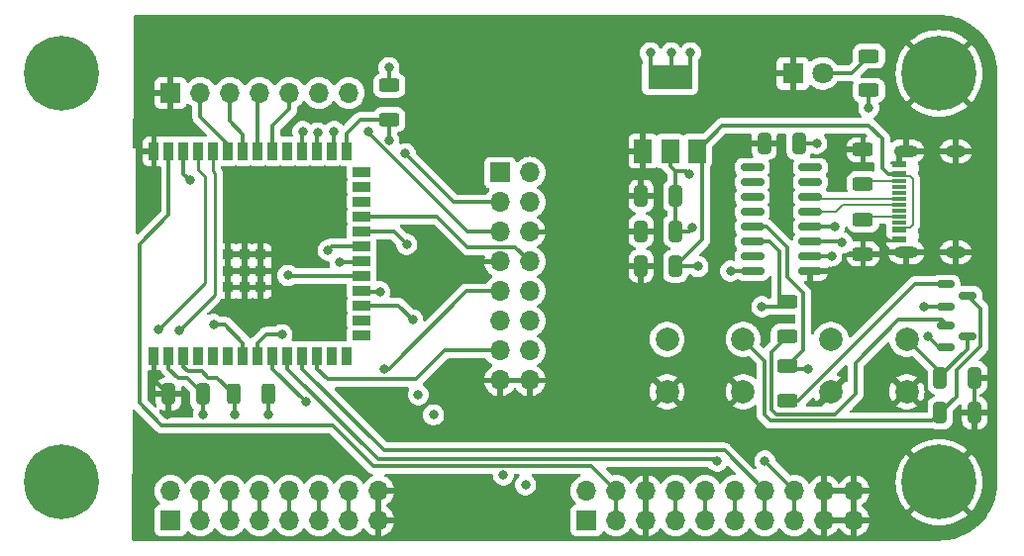
<source format=gbr>
%TF.GenerationSoftware,KiCad,Pcbnew,7.0.7*%
%TF.CreationDate,2024-01-15T23:48:35+01:00*%
%TF.ProjectId,FlipperZeroESP32,466c6970-7065-4725-9a65-726f45535033,rev?*%
%TF.SameCoordinates,Original*%
%TF.FileFunction,Copper,L1,Top*%
%TF.FilePolarity,Positive*%
%FSLAX46Y46*%
G04 Gerber Fmt 4.6, Leading zero omitted, Abs format (unit mm)*
G04 Created by KiCad (PCBNEW 7.0.7) date 2024-01-15 23:48:35*
%MOMM*%
%LPD*%
G01*
G04 APERTURE LIST*
G04 Aperture macros list*
%AMRoundRect*
0 Rectangle with rounded corners*
0 $1 Rounding radius*
0 $2 $3 $4 $5 $6 $7 $8 $9 X,Y pos of 4 corners*
0 Add a 4 corners polygon primitive as box body*
4,1,4,$2,$3,$4,$5,$6,$7,$8,$9,$2,$3,0*
0 Add four circle primitives for the rounded corners*
1,1,$1+$1,$2,$3*
1,1,$1+$1,$4,$5*
1,1,$1+$1,$6,$7*
1,1,$1+$1,$8,$9*
0 Add four rect primitives between the rounded corners*
20,1,$1+$1,$2,$3,$4,$5,0*
20,1,$1+$1,$4,$5,$6,$7,0*
20,1,$1+$1,$6,$7,$8,$9,0*
20,1,$1+$1,$8,$9,$2,$3,0*%
G04 Aperture macros list end*
%TA.AperFunction,SMDPad,CuDef*%
%ADD10RoundRect,0.250000X0.325000X0.650000X-0.325000X0.650000X-0.325000X-0.650000X0.325000X-0.650000X0*%
%TD*%
%TA.AperFunction,ComponentPad*%
%ADD11R,1.700000X1.700000*%
%TD*%
%TA.AperFunction,ComponentPad*%
%ADD12O,1.700000X1.700000*%
%TD*%
%TA.AperFunction,SMDPad,CuDef*%
%ADD13RoundRect,0.250000X-0.625000X0.312500X-0.625000X-0.312500X0.625000X-0.312500X0.625000X0.312500X0*%
%TD*%
%TA.AperFunction,ComponentPad*%
%ADD14C,0.800000*%
%TD*%
%TA.AperFunction,ComponentPad*%
%ADD15C,6.400000*%
%TD*%
%TA.AperFunction,SMDPad,CuDef*%
%ADD16RoundRect,0.250000X0.312500X0.625000X-0.312500X0.625000X-0.312500X-0.625000X0.312500X-0.625000X0*%
%TD*%
%TA.AperFunction,ComponentPad*%
%ADD17C,2.000000*%
%TD*%
%TA.AperFunction,SMDPad,CuDef*%
%ADD18RoundRect,0.250000X-0.325000X-0.650000X0.325000X-0.650000X0.325000X0.650000X-0.325000X0.650000X0*%
%TD*%
%TA.AperFunction,SMDPad,CuDef*%
%ADD19R,1.500000X2.000000*%
%TD*%
%TA.AperFunction,SMDPad,CuDef*%
%ADD20R,3.800000X2.000000*%
%TD*%
%TA.AperFunction,SMDPad,CuDef*%
%ADD21RoundRect,0.150000X-0.587500X-0.150000X0.587500X-0.150000X0.587500X0.150000X-0.587500X0.150000X0*%
%TD*%
%TA.AperFunction,SMDPad,CuDef*%
%ADD22RoundRect,0.150000X0.825000X0.150000X-0.825000X0.150000X-0.825000X-0.150000X0.825000X-0.150000X0*%
%TD*%
%TA.AperFunction,SMDPad,CuDef*%
%ADD23RoundRect,0.250000X0.625000X-0.312500X0.625000X0.312500X-0.625000X0.312500X-0.625000X-0.312500X0*%
%TD*%
%TA.AperFunction,SMDPad,CuDef*%
%ADD24R,0.900000X1.500000*%
%TD*%
%TA.AperFunction,SMDPad,CuDef*%
%ADD25R,1.500000X0.900000*%
%TD*%
%TA.AperFunction,SMDPad,CuDef*%
%ADD26R,0.900000X0.900000*%
%TD*%
%TA.AperFunction,SMDPad,CuDef*%
%ADD27R,1.240000X0.600000*%
%TD*%
%TA.AperFunction,SMDPad,CuDef*%
%ADD28R,1.240000X0.300000*%
%TD*%
%TA.AperFunction,ComponentPad*%
%ADD29O,2.100000X1.000000*%
%TD*%
%TA.AperFunction,ComponentPad*%
%ADD30O,1.800000X1.000000*%
%TD*%
%TA.AperFunction,ComponentPad*%
%ADD31R,1.800000X1.800000*%
%TD*%
%TA.AperFunction,ComponentPad*%
%ADD32C,1.800000*%
%TD*%
%TA.AperFunction,ViaPad*%
%ADD33C,0.800000*%
%TD*%
%TA.AperFunction,Conductor*%
%ADD34C,0.250000*%
%TD*%
%TA.AperFunction,Conductor*%
%ADD35C,0.350000*%
%TD*%
%TA.AperFunction,Conductor*%
%ADD36C,0.200000*%
%TD*%
G04 APERTURE END LIST*
D10*
%TO.P,C1,1*%
%TO.N,+3V3*%
X168000000Y-111000000D03*
%TO.P,C1,2*%
%TO.N,GND*%
X165050000Y-111000000D03*
%TD*%
D11*
%TO.P,J2,1,Pin_1*%
%TO.N,+3V3*%
X149860000Y-143275000D03*
D12*
%TO.P,J2,2,Pin_2*%
X149860000Y-140735000D03*
%TO.P,J2,3,Pin_3*%
%TO.N,IO1*%
X152400000Y-143275000D03*
%TO.P,J2,4,Pin_4*%
X152400000Y-140735000D03*
%TO.P,J2,5,Pin_5*%
%TO.N,GND*%
X154940000Y-143275000D03*
%TO.P,J2,6,Pin_6*%
X154940000Y-140735000D03*
%TO.P,J2,7,Pin_7*%
%TO.N,IO2*%
X157480000Y-143275000D03*
%TO.P,J2,8,Pin_8*%
X157480000Y-140735000D03*
%TO.P,J2,9,Pin_9*%
%TO.N,RXD0*%
X160020000Y-143275000D03*
%TO.P,J2,10,Pin_10*%
X160020000Y-140735000D03*
%TO.P,J2,11,Pin_11*%
%TO.N,TXD0*%
X162560000Y-143275000D03*
%TO.P,J2,12,Pin_12*%
X162560000Y-140735000D03*
%TO.P,J2,13,Pin_13*%
%TO.N,IO18*%
X165100000Y-143275000D03*
%TO.P,J2,14,Pin_14*%
X165100000Y-140735000D03*
%TO.P,J2,15,Pin_15*%
%TO.N,IO17*%
X167640000Y-143275000D03*
%TO.P,J2,16,Pin_16*%
X167640000Y-140735000D03*
%TO.P,J2,17,Pin_17*%
%TO.N,GND*%
X170180000Y-143275000D03*
%TO.P,J2,18,Pin_18*%
X170180000Y-140735000D03*
%TO.P,J2,19,Pin_19*%
X172720000Y-143275000D03*
%TO.P,J2,20,Pin_20*%
X172720000Y-140735000D03*
%TD*%
D10*
%TO.P,C2,1*%
%TO.N,+5V*%
X157475000Y-121500000D03*
%TO.P,C2,2*%
%TO.N,GND*%
X154525000Y-121500000D03*
%TD*%
%TO.P,C4,1*%
%TO.N,+3V3*%
X157475000Y-115500000D03*
%TO.P,C4,2*%
%TO.N,GND*%
X154525000Y-115500000D03*
%TD*%
D13*
%TO.P,R5,1*%
%TO.N,+3V3*%
X133000000Y-106037500D03*
%TO.P,R5,2*%
%TO.N,IO0*%
X133000000Y-108962500D03*
%TD*%
D14*
%TO.P,H1,1,1*%
%TO.N,GND*%
X102600000Y-105000000D03*
X103302944Y-103302944D03*
X103302944Y-106697056D03*
X105000000Y-102600000D03*
D15*
X105000000Y-105000000D03*
D14*
X105000000Y-107400000D03*
X106697056Y-103302944D03*
X106697056Y-106697056D03*
X107400000Y-105000000D03*
%TD*%
D10*
%TO.P,C7,1*%
%TO.N,+3V3*%
X117075000Y-132461000D03*
%TO.P,C7,2*%
%TO.N,GND*%
X114125000Y-132461000D03*
%TD*%
D16*
%TO.P,R4,1*%
%TO.N,+3V3*%
X122620500Y-132461000D03*
%TO.P,R4,2*%
%TO.N,RST*%
X119695500Y-132461000D03*
%TD*%
D11*
%TO.P,J4,1,Pin_1*%
%TO.N,+5V*%
X142460000Y-113500000D03*
D12*
%TO.P,J4,2,Pin_2*%
%TO.N,+3V3*%
X145000000Y-113500000D03*
%TO.P,J4,3,Pin_3*%
%TO.N,IO37*%
X142460000Y-116040000D03*
%TO.P,J4,4,Pin_4*%
%TO.N,IO36*%
X145000000Y-116040000D03*
%TO.P,J4,5,Pin_5*%
%TO.N,IO35*%
X142460000Y-118580000D03*
%TO.P,J4,6,Pin_6*%
%TO.N,GND*%
X145000000Y-118580000D03*
%TO.P,J4,7,Pin_7*%
X142460000Y-121120000D03*
%TO.P,J4,8,Pin_8*%
%TO.N,IO21*%
X145000000Y-121120000D03*
%TO.P,J4,9,Pin_9*%
%TO.N,IO16*%
X142460000Y-123660000D03*
%TO.P,J4,10,Pin_10*%
%TO.N,IO15*%
X145000000Y-123660000D03*
%TO.P,J4,11,Pin_11*%
%TO.N,IO14*%
X142460000Y-126200000D03*
%TO.P,J4,12,Pin_12*%
%TO.N,IO9*%
X145000000Y-126200000D03*
%TO.P,J4,13,Pin_13*%
%TO.N,IO8*%
X142460000Y-128740000D03*
%TO.P,J4,14,Pin_14*%
%TO.N,IO7*%
X145000000Y-128740000D03*
%TO.P,J4,15,Pin_15*%
%TO.N,GND*%
X142460000Y-131280000D03*
%TO.P,J4,16,Pin_16*%
X145000000Y-131280000D03*
%TD*%
D17*
%TO.P,SW2,1,1*%
%TO.N,IO0*%
X170750000Y-127750000D03*
X177250000Y-127750000D03*
%TO.P,SW2,2,2*%
%TO.N,GND*%
X170750000Y-132250000D03*
X177250000Y-132250000D03*
%TD*%
D18*
%TO.P,C6,1*%
%TO.N,IO0*%
X180087500Y-131050000D03*
%TO.P,C6,2*%
%TO.N,GND*%
X183037500Y-131050000D03*
%TD*%
D17*
%TO.P,SW1,1,1*%
%TO.N,RST*%
X156750000Y-127750000D03*
X163250000Y-127750000D03*
%TO.P,SW1,2,2*%
%TO.N,GND*%
X156750000Y-132250000D03*
X163250000Y-132250000D03*
%TD*%
D14*
%TO.P,H2,1,1*%
%TO.N,GND*%
X177600000Y-105000000D03*
X178302944Y-103302944D03*
X178302944Y-106697056D03*
X180000000Y-102600000D03*
D15*
X180000000Y-105000000D03*
D14*
X180000000Y-107400000D03*
X181697056Y-103302944D03*
X181697056Y-106697056D03*
X182400000Y-105000000D03*
%TD*%
%TO.P,H4,1,1*%
%TO.N,GND*%
X177600000Y-140000000D03*
X178302944Y-138302944D03*
X178302944Y-141697056D03*
X180000000Y-137600000D03*
D15*
X180000000Y-140000000D03*
D14*
X180000000Y-142400000D03*
X181697056Y-138302944D03*
X181697056Y-141697056D03*
X182400000Y-140000000D03*
%TD*%
D19*
%TO.P,U1,1,GND*%
%TO.N,GND*%
X154700000Y-111650000D03*
%TO.P,U1,2,VO*%
%TO.N,+3V3*%
X157000000Y-111650000D03*
D20*
X157000000Y-105350000D03*
D19*
%TO.P,U1,3,VI*%
%TO.N,+5V*%
X159300000Y-111650000D03*
%TD*%
D14*
%TO.P,H3,1,1*%
%TO.N,GND*%
X102600000Y-140000000D03*
X103302944Y-138302944D03*
X103302944Y-141697056D03*
X105000000Y-137600000D03*
D15*
X105000000Y-140000000D03*
D14*
X105000000Y-142400000D03*
X106697056Y-138302944D03*
X106697056Y-141697056D03*
X107400000Y-140000000D03*
%TD*%
D13*
%TO.P,R7,1*%
%TO.N,RTS*%
X167000000Y-124575000D03*
%TO.P,R7,2*%
%TO.N,Net-(Q2-G)*%
X167000000Y-127500000D03*
%TD*%
D21*
%TO.P,Q2,1,G*%
%TO.N,Net-(Q2-G)*%
X180562500Y-126550000D03*
%TO.P,Q2,2,S*%
%TO.N,DTR*%
X180562500Y-128450000D03*
%TO.P,Q2,3,D*%
%TO.N,IO0*%
X182437500Y-127500000D03*
%TD*%
D13*
%TO.P,R1,1*%
%TO.N,Net-(J3-CC1)*%
X173500000Y-117537500D03*
%TO.P,R1,2*%
%TO.N,GND*%
X173500000Y-120462500D03*
%TD*%
D21*
%TO.P,Q1,1,G*%
%TO.N,Net-(Q1-G)*%
X180562500Y-123050000D03*
%TO.P,Q1,2,S*%
%TO.N,RTS*%
X180562500Y-124950000D03*
%TO.P,Q1,3,D*%
%TO.N,RST*%
X182437500Y-124000000D03*
%TD*%
D22*
%TO.P,U2,1,GND*%
%TO.N,GND*%
X169000000Y-121945000D03*
%TO.P,U2,2,TXD*%
%TO.N,RXD0*%
X169000000Y-120675000D03*
%TO.P,U2,3,RXD*%
%TO.N,TXD0*%
X169000000Y-119405000D03*
%TO.P,U2,4,V3*%
%TO.N,+3V3*%
X169000000Y-118135000D03*
%TO.P,U2,5,UD+*%
%TO.N,Net-(U2-UD+)*%
X169000000Y-116865000D03*
%TO.P,U2,6,UD-*%
%TO.N,Net-(U2-UD-)*%
X169000000Y-115595000D03*
%TO.P,U2,7,NC*%
%TO.N,unconnected-(U2-NC-Pad7)*%
X169000000Y-114325000D03*
%TO.P,U2,8,NC*%
%TO.N,unconnected-(U2-NC-Pad8)*%
X169000000Y-113055000D03*
%TO.P,U2,9,~{CTS}*%
%TO.N,unconnected-(U2-~{CTS}-Pad9)*%
X164050000Y-113055000D03*
%TO.P,U2,10,~{DSR}*%
%TO.N,unconnected-(U2-~{DSR}-Pad10)*%
X164050000Y-114325000D03*
%TO.P,U2,11,~{RI}*%
%TO.N,unconnected-(U2-~{RI}-Pad11)*%
X164050000Y-115595000D03*
%TO.P,U2,12,~{DCD}*%
%TO.N,unconnected-(U2-~{DCD}-Pad12)*%
X164050000Y-116865000D03*
%TO.P,U2,13,~{DTR}*%
%TO.N,DTR*%
X164050000Y-118135000D03*
%TO.P,U2,14,~{RTS}*%
%TO.N,RTS*%
X164050000Y-119405000D03*
%TO.P,U2,15,R232*%
%TO.N,unconnected-(U2-R232-Pad15)*%
X164050000Y-120675000D03*
%TO.P,U2,16,VCC*%
%TO.N,+3V3*%
X164050000Y-121945000D03*
%TD*%
D23*
%TO.P,R2,1*%
%TO.N,Net-(J3-CC2)*%
X173500000Y-114462500D03*
%TO.P,R2,2*%
%TO.N,GND*%
X173500000Y-111537500D03*
%TD*%
D24*
%TO.P,U3,1,GND*%
%TO.N,GND*%
X112880000Y-129170000D03*
%TO.P,U3,2,3V3*%
%TO.N,+3V3*%
X114150000Y-129170000D03*
%TO.P,U3,3,EN*%
%TO.N,RST*%
X115420000Y-129170000D03*
%TO.P,U3,4,GPIO4/TOUCH4/ADC1_CH3*%
%TO.N,unconnected-(U3-GPIO4{slash}TOUCH4{slash}ADC1_CH3-Pad4)*%
X116690000Y-129170000D03*
%TO.P,U3,5,GPIO5/TOUCH5/ADC1_CH4*%
%TO.N,unconnected-(U3-GPIO5{slash}TOUCH5{slash}ADC1_CH4-Pad5)*%
X117960000Y-129170000D03*
%TO.P,U3,6,GPIO6/TOUCH6/ADC1_CH5*%
%TO.N,unconnected-(U3-GPIO6{slash}TOUCH6{slash}ADC1_CH5-Pad6)*%
X119230000Y-129170000D03*
%TO.P,U3,7,GPIO7/TOUCH7/ADC1_CH6*%
%TO.N,IO7*%
X120500000Y-129170000D03*
%TO.P,U3,8,GPIO15/U0RTS/ADC2_CH4/XTAL_32K_P*%
%TO.N,IO15*%
X121770000Y-129170000D03*
%TO.P,U3,9,GPIO16/U0CTS/ADC2_CH5/XTAL_32K_N*%
%TO.N,IO16*%
X123040000Y-129170000D03*
%TO.P,U3,10,GPIO17/U1TXD/ADC2_CH6*%
%TO.N,IO17*%
X124310000Y-129170000D03*
%TO.P,U3,11,GPIO18/U1RXD/ADC2_CH7/CLK_OUT3*%
%TO.N,IO18*%
X125580000Y-129170000D03*
%TO.P,U3,12,GPIO8/TOUCH8/ADC1_CH7/SUBSPICS1*%
%TO.N,IO8*%
X126850000Y-129170000D03*
%TO.P,U3,13,GPIO19/U1RTS/ADC2_CH8/CLK_OUT2/USB_D-*%
%TO.N,unconnected-(U3-GPIO19{slash}U1RTS{slash}ADC2_CH8{slash}CLK_OUT2{slash}USB_D--Pad13)*%
X128120000Y-129170000D03*
%TO.P,U3,14,GPIO20/U1CTS/ADC2_CH9/CLK_OUT1/USB_D+*%
%TO.N,unconnected-(U3-GPIO20{slash}U1CTS{slash}ADC2_CH9{slash}CLK_OUT1{slash}USB_D+-Pad14)*%
X129390000Y-129170000D03*
D25*
%TO.P,U3,15,GPIO3/TOUCH3/ADC1_CH2*%
%TO.N,unconnected-(U3-GPIO3{slash}TOUCH3{slash}ADC1_CH2-Pad15)*%
X130640000Y-127405000D03*
%TO.P,U3,16,GPIO46*%
%TO.N,unconnected-(U3-GPIO46-Pad16)*%
X130640000Y-126135000D03*
%TO.P,U3,17,GPIO9/TOUCH9/ADC1_CH8/FSPIHD/SUBSPIHD*%
%TO.N,IO9*%
X130640000Y-124865000D03*
%TO.P,U3,18,GPIO10/TOUCH10/ADC1_CH9/FSPICS0/FSPIIO4/SUBSPICS0*%
%TO.N,IO10*%
X130640000Y-123595000D03*
%TO.P,U3,19,GPIO11/TOUCH11/ADC2_CH0/FSPID/FSPIIO5/SUBSPID*%
%TO.N,IO11*%
X130640000Y-122325000D03*
%TO.P,U3,20,GPIO12/TOUCH12/ADC2_CH1/FSPICLK/FSPIIO6/SUBSPICLK*%
%TO.N,IO12*%
X130640000Y-121055000D03*
%TO.P,U3,21,GPIO13/TOUCH13/ADC2_CH2/FSPIQ/FSPIIO7/SUBSPIQ*%
%TO.N,IO13*%
X130640000Y-119785000D03*
%TO.P,U3,22,GPIO14/TOUCH14/ADC2_CH3/FSPIWP/FSPIDQS/SUBSPIWP*%
%TO.N,IO14*%
X130640000Y-118515000D03*
%TO.P,U3,23,GPIO21*%
%TO.N,IO21*%
X130640000Y-117245000D03*
%TO.P,U3,24,GPIO47/SPICLK_P/SUBSPICLK_P_DIFF*%
%TO.N,unconnected-(U3-GPIO47{slash}SPICLK_P{slash}SUBSPICLK_P_DIFF-Pad24)*%
X130640000Y-115975000D03*
%TO.P,U3,25,GPIO48/SPICLK_N/SUBSPICLK_N_DIFF*%
%TO.N,unconnected-(U3-GPIO48{slash}SPICLK_N{slash}SUBSPICLK_N_DIFF-Pad25)*%
X130640000Y-114705000D03*
%TO.P,U3,26,GPIO45*%
%TO.N,unconnected-(U3-GPIO45-Pad26)*%
X130640000Y-113435000D03*
D24*
%TO.P,U3,27,GPIO0/BOOT*%
%TO.N,IO0*%
X129390000Y-111670000D03*
%TO.P,U3,28,SPIIO6/GPIO35/FSPID/SUBSPID*%
%TO.N,IO35*%
X128120000Y-111670000D03*
%TO.P,U3,29,SPIIO7/GPIO36/FSPICLK/SUBSPICLK*%
%TO.N,IO36*%
X126850000Y-111670000D03*
%TO.P,U3,30,SPIDQS/GPIO37/FSPIQ/SUBSPIQ*%
%TO.N,IO37*%
X125580000Y-111670000D03*
%TO.P,U3,31,GPIO38/FSPIWP/SUBSPIWP*%
%TO.N,unconnected-(U3-GPIO38{slash}FSPIWP{slash}SUBSPIWP-Pad31)*%
X124310000Y-111670000D03*
%TO.P,U3,32,MTCK/GPIO39/CLK_OUT3/SUBSPICS1*%
%TO.N,TCK*%
X123040000Y-111670000D03*
%TO.P,U3,33,MTDO/GPIO40/CLK_OUT2*%
%TO.N,TDO*%
X121770000Y-111670000D03*
%TO.P,U3,34,MTDI/GPIO41/CLK_OUT1*%
%TO.N,TDI*%
X120500000Y-111670000D03*
%TO.P,U3,35,MTMS/GPIO42*%
%TO.N,TMS*%
X119230000Y-111670000D03*
%TO.P,U3,36,U0RXD/GPIO44/CLK_OUT2*%
%TO.N,RXD0*%
X117960000Y-111670000D03*
%TO.P,U3,37,U0TXD/GPIO43/CLK_OUT1*%
%TO.N,TXD0*%
X116690000Y-111670000D03*
%TO.P,U3,38,GPIO2/TOUCH2/ADC1_CH1*%
%TO.N,IO2*%
X115420000Y-111670000D03*
%TO.P,U3,39,GPIO1/TOUCH1/ADC1_CH0*%
%TO.N,IO1*%
X114150000Y-111670000D03*
%TO.P,U3,40,GND*%
%TO.N,GND*%
X112880000Y-111670000D03*
D26*
%TO.P,U3,41,GND*%
X119200000Y-123320000D03*
X120600000Y-123320000D03*
X122000000Y-123320000D03*
X122000000Y-123320000D03*
X119200000Y-121920000D03*
X119200000Y-121920000D03*
X120600000Y-121920000D03*
X122000000Y-121920000D03*
X119200000Y-120520000D03*
X120600000Y-120520000D03*
X122000000Y-120520000D03*
%TD*%
D27*
%TO.P,J3,A1,GND*%
%TO.N,GND*%
X176615000Y-119200000D03*
%TO.P,J3,A4,VBUS*%
%TO.N,+5V*%
X176615000Y-118400000D03*
D28*
%TO.P,J3,A5,CC1*%
%TO.N,Net-(J3-CC1)*%
X176615000Y-117250000D03*
%TO.P,J3,A6,D+*%
%TO.N,Net-(U2-UD+)*%
X176615000Y-116250000D03*
%TO.P,J3,A7,D-*%
%TO.N,Net-(U2-UD-)*%
X176615000Y-115750000D03*
%TO.P,J3,A8,SBU1*%
%TO.N,unconnected-(J3-SBU1-PadA8)*%
X176615000Y-114750000D03*
D27*
%TO.P,J3,A9,VBUS*%
%TO.N,+5V*%
X176615000Y-113600000D03*
%TO.P,J3,A12,GND*%
%TO.N,GND*%
X176615000Y-112800000D03*
%TO.P,J3,B1,GND*%
X176615000Y-112800000D03*
%TO.P,J3,B4,VBUS*%
%TO.N,+5V*%
X176615000Y-113600000D03*
D28*
%TO.P,J3,B5,CC2*%
%TO.N,Net-(J3-CC2)*%
X176615000Y-114250000D03*
%TO.P,J3,B6,D+*%
%TO.N,Net-(U2-UD+)*%
X176615000Y-115250000D03*
%TO.P,J3,B7,D-*%
%TO.N,Net-(U2-UD-)*%
X176615000Y-116750000D03*
%TO.P,J3,B8,SBU2*%
%TO.N,unconnected-(J3-SBU2-PadB8)*%
X176615000Y-117750000D03*
D27*
%TO.P,J3,B9,VBUS*%
%TO.N,+5V*%
X176615000Y-118400000D03*
%TO.P,J3,B12,GND*%
%TO.N,GND*%
X176615000Y-119200000D03*
D29*
%TO.P,J3,S1,SHIELD*%
X177215000Y-120320000D03*
D30*
X181415000Y-120320000D03*
D29*
X177215000Y-111680000D03*
D30*
X181415000Y-111680000D03*
%TD*%
D11*
%TO.P,J5,1,Pin_1*%
%TO.N,GND*%
X114300000Y-106680000D03*
D12*
%TO.P,J5,2,Pin_2*%
%TO.N,TMS*%
X116840000Y-106680000D03*
%TO.P,J5,3,Pin_3*%
%TO.N,TDI*%
X119380000Y-106680000D03*
%TO.P,J5,4,Pin_4*%
%TO.N,TDO*%
X121920000Y-106680000D03*
%TO.P,J5,5,Pin_5*%
%TO.N,TCK*%
X124460000Y-106680000D03*
%TO.P,J5,6,Pin_6*%
%TO.N,RST*%
X127000000Y-106680000D03*
%TO.P,J5,7,Pin_7*%
%TO.N,+3V3*%
X129540000Y-106680000D03*
%TD*%
D18*
%TO.P,C5,1*%
%TO.N,RST*%
X180087500Y-134050000D03*
%TO.P,C5,2*%
%TO.N,GND*%
X183037500Y-134050000D03*
%TD*%
D23*
%TO.P,R3,1*%
%TO.N,+3V3*%
X174000000Y-106462500D03*
%TO.P,R3,2*%
%TO.N,Net-(D1-A)*%
X174000000Y-103537500D03*
%TD*%
D13*
%TO.P,R6,1*%
%TO.N,DTR*%
X167000000Y-130075000D03*
%TO.P,R6,2*%
%TO.N,Net-(Q1-G)*%
X167000000Y-133000000D03*
%TD*%
D10*
%TO.P,C3,1*%
%TO.N,+3V3*%
X157475000Y-118500000D03*
%TO.P,C3,2*%
%TO.N,GND*%
X154525000Y-118500000D03*
%TD*%
D11*
%TO.P,J1,1,Pin_1*%
%TO.N,+5V*%
X114300000Y-143275000D03*
D12*
%TO.P,J1,2,Pin_2*%
X114300000Y-140735000D03*
%TO.P,J1,3,Pin_3*%
%TO.N,IO11*%
X116840000Y-143275000D03*
%TO.P,J1,4,Pin_4*%
X116840000Y-140735000D03*
%TO.P,J1,5,Pin_5*%
%TO.N,IO13*%
X119380000Y-143275000D03*
%TO.P,J1,6,Pin_6*%
X119380000Y-140735000D03*
%TO.P,J1,7,Pin_7*%
%TO.N,IO12*%
X121920000Y-143275000D03*
%TO.P,J1,8,Pin_8*%
X121920000Y-140735000D03*
%TO.P,J1,9,Pin_9*%
%TO.N,IO10*%
X124460000Y-143275000D03*
%TO.P,J1,10,Pin_10*%
X124460000Y-140735000D03*
%TO.P,J1,11,Pin_11*%
%TO.N,RTS*%
X127000000Y-143275000D03*
%TO.P,J1,12,Pin_12*%
X127000000Y-140735000D03*
%TO.P,J1,13,Pin_13*%
%TO.N,DTR*%
X129540000Y-143275000D03*
%TO.P,J1,14,Pin_14*%
X129540000Y-140735000D03*
%TO.P,J1,15,Pin_15*%
%TO.N,GND*%
X132080000Y-143275000D03*
%TO.P,J1,16,Pin_16*%
X132080000Y-140735000D03*
%TD*%
D31*
%TO.P,D1,1,K*%
%TO.N,GND*%
X167500000Y-105000000D03*
D32*
%TO.P,D1,2,A*%
%TO.N,Net-(D1-A)*%
X170040000Y-105000000D03*
%TD*%
D33*
%TO.N,GND*%
X112268000Y-105029000D03*
X112141000Y-139954000D03*
%TO.N,TXD0*%
X142748000Y-139373500D03*
%TO.N,RXD0*%
X144653000Y-140208000D03*
%TO.N,TXD0*%
X136779000Y-134225845D03*
%TO.N,RXD0*%
X135469345Y-132500655D03*
X115062000Y-127000000D03*
%TO.N,TXD0*%
X113220500Y-126936500D03*
%TO.N,+3V3*%
X158877000Y-118237000D03*
X158623000Y-113665000D03*
X158750000Y-103251000D03*
X171069000Y-118110000D03*
X122682000Y-134239000D03*
X132969000Y-104521000D03*
X157099000Y-103251000D03*
X173990000Y-107950000D03*
X162179000Y-121920000D03*
X169545000Y-110998000D03*
X117094000Y-134239000D03*
X155321000Y-103251000D03*
%TO.N,GND*%
X112903000Y-109855000D03*
X163576000Y-110998000D03*
X153162000Y-115570000D03*
X114046000Y-134239000D03*
X153162000Y-121412000D03*
X170942000Y-121920000D03*
X153162000Y-118491000D03*
X154686000Y-113538000D03*
%TO.N,+5V*%
X159385000Y-121539000D03*
%TO.N,RST*%
X119761000Y-134239000D03*
%TO.N,IO0*%
X132969000Y-110744000D03*
%TO.N,IO11*%
X124333000Y-122301000D03*
%TO.N,IO13*%
X127762000Y-120142000D03*
%TO.N,IO12*%
X128778000Y-121158000D03*
%TO.N,IO10*%
X132194500Y-123698000D03*
%TO.N,RTS*%
X178689000Y-124968000D03*
X164846000Y-124968000D03*
%TO.N,DTR*%
X168783000Y-130302000D03*
X179070000Y-127508000D03*
%TO.N,IO2*%
X115951000Y-114173000D03*
%TO.N,RXD0*%
X170815000Y-120650000D03*
%TO.N,TXD0*%
X171704000Y-119507000D03*
%TO.N,IO17*%
X165100000Y-138176000D03*
X161036000Y-138176000D03*
%TO.N,IO37*%
X134366000Y-111887000D03*
X125603000Y-109982000D03*
%TO.N,IO36*%
X126873000Y-110109000D03*
%TO.N,IO35*%
X131191000Y-109982000D03*
X128270000Y-109982000D03*
%TO.N,IO16*%
X132588000Y-130302000D03*
X125857000Y-133096000D03*
%TO.N,IO15*%
X123825000Y-127381000D03*
%TO.N,IO14*%
X134493000Y-119634000D03*
%TO.N,IO9*%
X135001000Y-126111000D03*
%TO.N,IO7*%
X117983000Y-126492000D03*
%TD*%
D34*
%TO.N,RXD0*%
X118110000Y-123952000D02*
X115062000Y-127000000D01*
X118110000Y-113538000D02*
X118110000Y-123952000D01*
X117960000Y-113388000D02*
X118110000Y-113538000D01*
X117960000Y-111670000D02*
X117960000Y-113388000D01*
%TO.N,TXD0*%
X117258000Y-113829000D02*
X117258000Y-122899000D01*
X116690000Y-113261000D02*
X117258000Y-113829000D01*
X117258000Y-122899000D02*
X113220500Y-126936500D01*
X116690000Y-111670000D02*
X116690000Y-113261000D01*
D35*
%TO.N,+3V3*%
X158614000Y-118500000D02*
X158877000Y-118237000D01*
X157475000Y-118500000D02*
X158614000Y-118500000D01*
X158364000Y-113406000D02*
X158623000Y-113665000D01*
X157475000Y-113406000D02*
X158364000Y-113406000D01*
X157475000Y-118500000D02*
X157475000Y-115500000D01*
X174000000Y-106462500D02*
X174000000Y-107940000D01*
X158750000Y-103251000D02*
X158750000Y-104648000D01*
X158750000Y-104648000D02*
X158048000Y-105350000D01*
X169543000Y-111000000D02*
X169545000Y-110998000D01*
X157000000Y-111650000D02*
X157000000Y-112931000D01*
X155829000Y-105029000D02*
X155321000Y-104521000D01*
X157000000Y-112931000D02*
X157475000Y-113406000D01*
X169000000Y-118135000D02*
X171044000Y-118135000D01*
X114150000Y-130270000D02*
X114944000Y-131064000D01*
X162204000Y-121945000D02*
X162179000Y-121920000D01*
X156150000Y-105350000D02*
X155829000Y-105029000D01*
X157099000Y-103251000D02*
X157099000Y-105251000D01*
X133000000Y-104552000D02*
X132969000Y-104521000D01*
X117075000Y-134220000D02*
X117094000Y-134239000D01*
X117075000Y-132442000D02*
X117075000Y-132461000D01*
X115697000Y-131064000D02*
X117075000Y-132442000D01*
X157000000Y-105350000D02*
X156150000Y-105350000D01*
X114150000Y-129170000D02*
X114150000Y-130270000D01*
X157099000Y-105251000D02*
X157000000Y-105350000D01*
X171044000Y-118135000D02*
X171069000Y-118110000D01*
X155321000Y-104521000D02*
X155321000Y-103251000D01*
X174000000Y-107940000D02*
X173990000Y-107950000D01*
X158048000Y-105350000D02*
X157000000Y-105350000D01*
X164050000Y-121945000D02*
X162204000Y-121945000D01*
X122620500Y-134177500D02*
X122682000Y-134239000D01*
X117075000Y-132461000D02*
X117075000Y-134220000D01*
X133000000Y-106037500D02*
X133000000Y-104552000D01*
X157475000Y-113406000D02*
X157475000Y-115500000D01*
X114944000Y-131064000D02*
X115697000Y-131064000D01*
X122620500Y-132461000D02*
X122620500Y-134177500D01*
X168000000Y-111000000D02*
X169543000Y-111000000D01*
%TO.N,GND*%
X154525000Y-115500000D02*
X153232000Y-115500000D01*
X154940000Y-140735000D02*
X154940000Y-143275000D01*
X169000000Y-121945000D02*
X170917000Y-121945000D01*
X114125000Y-134160000D02*
X114046000Y-134239000D01*
X154525000Y-118500000D02*
X153171000Y-118500000D01*
X114125000Y-132461000D02*
X114125000Y-134160000D01*
X154700000Y-111650000D02*
X154700000Y-113524000D01*
X170917000Y-121945000D02*
X170942000Y-121920000D01*
X163578000Y-111000000D02*
X163576000Y-110998000D01*
X153171000Y-118500000D02*
X153162000Y-118491000D01*
X154525000Y-121500000D02*
X153250000Y-121500000D01*
X112880000Y-111670000D02*
X112880000Y-109878000D01*
X153250000Y-121500000D02*
X153162000Y-121412000D01*
X112880000Y-129170000D02*
X112880000Y-131216000D01*
X112880000Y-131216000D02*
X114125000Y-132461000D01*
X165050000Y-111000000D02*
X163578000Y-111000000D01*
X112880000Y-109878000D02*
X112903000Y-109855000D01*
X153232000Y-115500000D02*
X153162000Y-115570000D01*
X183037500Y-131050000D02*
X183037500Y-134050000D01*
X154700000Y-113524000D02*
X154686000Y-113538000D01*
D36*
%TO.N,+5V*%
X177520000Y-118215000D02*
X177800000Y-117935000D01*
D35*
X159346000Y-121500000D02*
X159385000Y-121539000D01*
X175645000Y-113600000D02*
X175133000Y-113088000D01*
X176615000Y-113600000D02*
X175645000Y-113600000D01*
X159766000Y-119209000D02*
X159766000Y-112116000D01*
D36*
X177535000Y-113800000D02*
X176815000Y-113800000D01*
X176615000Y-118400000D02*
X176800000Y-118215000D01*
D35*
X157475000Y-121500000D02*
X159766000Y-119209000D01*
X159766000Y-112116000D02*
X159300000Y-111650000D01*
X175133000Y-110617000D02*
X173990000Y-109474000D01*
D36*
X176815000Y-113800000D02*
X176615000Y-113600000D01*
D35*
X161476000Y-109474000D02*
X159300000Y-111650000D01*
D36*
X177800000Y-114065000D02*
X177535000Y-113800000D01*
D35*
X173990000Y-109474000D02*
X161476000Y-109474000D01*
X157475000Y-121500000D02*
X159346000Y-121500000D01*
D36*
X177800000Y-117935000D02*
X177800000Y-114065000D01*
X176800000Y-118215000D02*
X177520000Y-118215000D01*
D35*
X175133000Y-113088000D02*
X175133000Y-110617000D01*
%TO.N,RST*%
X165100000Y-129600000D02*
X163250000Y-127750000D01*
X179390500Y-134747000D02*
X165608000Y-134747000D01*
X115782000Y-130514000D02*
X115420000Y-130152000D01*
X165608000Y-134747000D02*
X165100000Y-134239000D01*
X116986883Y-130514000D02*
X115782000Y-130514000D01*
X183550000Y-125112500D02*
X183550000Y-128362000D01*
X117536883Y-131064000D02*
X116986883Y-130514000D01*
X119695500Y-132461000D02*
X118298500Y-131064000D01*
X183550000Y-128362000D02*
X181483000Y-130429000D01*
X181483000Y-132654500D02*
X180087500Y-134050000D01*
X119761000Y-132526500D02*
X119695500Y-132461000D01*
X181483000Y-130429000D02*
X181483000Y-132654500D01*
X182437500Y-124000000D02*
X183550000Y-125112500D01*
X180087500Y-134050000D02*
X179390500Y-134747000D01*
X115420000Y-130152000D02*
X115420000Y-129170000D01*
X118298500Y-131064000D02*
X117536883Y-131064000D01*
X119761000Y-134239000D02*
X119761000Y-132526500D01*
X165100000Y-134239000D02*
X165100000Y-129600000D01*
%TO.N,IO0*%
X182437500Y-128585500D02*
X180087500Y-130935500D01*
X180087500Y-131050000D02*
X180087500Y-130587500D01*
X133000000Y-108962500D02*
X132996500Y-108966000D01*
X132969000Y-110744000D02*
X132969000Y-108993500D01*
X130556000Y-108966000D02*
X129390000Y-110132000D01*
X180087500Y-130587500D02*
X177250000Y-127750000D01*
X132969000Y-108993500D02*
X133000000Y-108962500D01*
X182437500Y-127500000D02*
X182437500Y-128585500D01*
X129390000Y-110132000D02*
X129390000Y-111670000D01*
X180087500Y-130935500D02*
X180087500Y-131050000D01*
X132996500Y-108966000D02*
X130556000Y-108966000D01*
%TO.N,Net-(D1-A)*%
X172537500Y-105000000D02*
X174000000Y-103537500D01*
X170040000Y-105000000D02*
X172537500Y-105000000D01*
%TO.N,IO11*%
X116840000Y-140735000D02*
X116840000Y-143275000D01*
X124357000Y-122325000D02*
X130640000Y-122325000D01*
X124333000Y-122301000D02*
X124357000Y-122325000D01*
%TO.N,IO13*%
X127762000Y-120142000D02*
X128119000Y-119785000D01*
X119380000Y-140735000D02*
X119380000Y-143275000D01*
X128119000Y-119785000D02*
X130640000Y-119785000D01*
%TO.N,IO12*%
X121920000Y-140735000D02*
X121920000Y-143275000D01*
X128778000Y-121158000D02*
X130537000Y-121158000D01*
X130537000Y-121158000D02*
X130640000Y-121055000D01*
%TO.N,IO10*%
X130743000Y-123698000D02*
X130640000Y-123595000D01*
X132194500Y-123698000D02*
X130743000Y-123698000D01*
X124460000Y-140735000D02*
X124460000Y-143275000D01*
%TO.N,RTS*%
X164050000Y-119405000D02*
X164497462Y-119405000D01*
X180562500Y-124950000D02*
X178707000Y-124950000D01*
X166607000Y-124968000D02*
X167000000Y-124575000D01*
X127000000Y-140735000D02*
X127000000Y-143275000D01*
X178707000Y-124950000D02*
X178689000Y-124968000D01*
X164497462Y-119405000D02*
X164522462Y-119380000D01*
X166370000Y-120269000D02*
X166370000Y-123945000D01*
X166370000Y-123945000D02*
X167000000Y-124575000D01*
X165481000Y-119380000D02*
X166370000Y-120269000D01*
X164846000Y-124968000D02*
X166607000Y-124968000D01*
X164522462Y-119380000D02*
X165481000Y-119380000D01*
%TO.N,DTR*%
X168783000Y-130302000D02*
X167227000Y-130302000D01*
X164050000Y-118135000D02*
X165252000Y-118135000D01*
X179070000Y-127508000D02*
X180012000Y-128450000D01*
X165252000Y-118135000D02*
X167005000Y-119888000D01*
X167005000Y-119888000D02*
X167005000Y-122428000D01*
X168402000Y-123825000D02*
X168402000Y-128673000D01*
X167005000Y-122428000D02*
X168402000Y-123825000D01*
X168402000Y-128673000D02*
X167000000Y-130075000D01*
X167227000Y-130302000D02*
X167000000Y-130075000D01*
X180012000Y-128450000D02*
X180562500Y-128450000D01*
X129540000Y-140735000D02*
X129540000Y-143275000D01*
%TO.N,IO1*%
X114150000Y-111670000D02*
X114150000Y-117120000D01*
X111633000Y-133223000D02*
X113538000Y-135128000D01*
X111633000Y-119637000D02*
X111633000Y-133223000D01*
X152400000Y-140735000D02*
X152400000Y-143275000D01*
X128143000Y-135128000D02*
X131614000Y-138599000D01*
X150264000Y-138599000D02*
X152400000Y-140735000D01*
X131614000Y-138599000D02*
X150264000Y-138599000D01*
X114150000Y-117120000D02*
X111633000Y-119637000D01*
X113538000Y-135128000D02*
X128143000Y-135128000D01*
%TO.N,IO2*%
X115951000Y-114173000D02*
X115420000Y-113642000D01*
X115420000Y-113642000D02*
X115420000Y-111670000D01*
X157480000Y-140735000D02*
X157480000Y-143275000D01*
%TO.N,RXD0*%
X170790000Y-120675000D02*
X170815000Y-120650000D01*
X169000000Y-120675000D02*
X170790000Y-120675000D01*
X160020000Y-140735000D02*
X160020000Y-143275000D01*
%TO.N,TXD0*%
X171602000Y-119405000D02*
X171704000Y-119507000D01*
X162560000Y-140735000D02*
X162560000Y-143275000D01*
X169000000Y-119405000D02*
X171602000Y-119405000D01*
%TO.N,IO18*%
X161652000Y-137287000D02*
X165100000Y-140735000D01*
X125580000Y-129170000D02*
X125580000Y-130270000D01*
X165100000Y-140735000D02*
X165100000Y-143275000D01*
X125580000Y-130270000D02*
X132597000Y-137287000D01*
X132597000Y-137287000D02*
X161652000Y-137287000D01*
%TO.N,IO17*%
X165100000Y-138176000D02*
X165100000Y-138195000D01*
X167640000Y-140735000D02*
X167640000Y-143275000D01*
X142113000Y-138049000D02*
X160909000Y-138049000D01*
X124310000Y-129170000D02*
X124310000Y-130270000D01*
X132089000Y-138049000D02*
X142113000Y-138049000D01*
X124310000Y-130270000D02*
X132089000Y-138049000D01*
X165100000Y-138195000D02*
X167640000Y-140735000D01*
X160909000Y-138049000D02*
X161036000Y-138176000D01*
D36*
%TO.N,Net-(J3-CC1)*%
X176615000Y-117250000D02*
X173787500Y-117250000D01*
X173787500Y-117250000D02*
X173500000Y-117537500D01*
%TO.N,Net-(U2-UD+)*%
X171786000Y-116250000D02*
X171196000Y-116840000D01*
X176615000Y-116250000D02*
X171786000Y-116250000D01*
X171196000Y-116840000D02*
X169025000Y-116840000D01*
X169025000Y-116840000D02*
X169000000Y-116865000D01*
%TO.N,Net-(U2-UD-)*%
X169155000Y-115750000D02*
X169000000Y-115595000D01*
X176615000Y-115750000D02*
X169155000Y-115750000D01*
%TO.N,Net-(J3-CC2)*%
X176615000Y-114250000D02*
X173712500Y-114250000D01*
X173712500Y-114250000D02*
X173500000Y-114462500D01*
D35*
%TO.N,IO37*%
X125580000Y-110005000D02*
X125603000Y-109982000D01*
X142460000Y-116040000D02*
X138519000Y-116040000D01*
X125580000Y-111670000D02*
X125580000Y-110005000D01*
X138519000Y-116040000D02*
X134366000Y-111887000D01*
%TO.N,IO36*%
X126850000Y-110132000D02*
X126873000Y-110109000D01*
X126850000Y-111670000D02*
X126850000Y-110132000D01*
%TO.N,IO35*%
X128270000Y-111520000D02*
X128120000Y-111670000D01*
X131191000Y-110062016D02*
X131191000Y-109982000D01*
X128270000Y-109982000D02*
X128270000Y-111520000D01*
X139708984Y-118580000D02*
X131191000Y-110062016D01*
X142460000Y-118580000D02*
X139708984Y-118580000D01*
%TO.N,IO21*%
X145000000Y-121120000D02*
X143775000Y-119895000D01*
X139707000Y-119895000D02*
X137057000Y-117245000D01*
X143775000Y-119895000D02*
X139707000Y-119895000D01*
X137057000Y-117245000D02*
X130640000Y-117245000D01*
%TO.N,IO16*%
X132969000Y-130302000D02*
X139611000Y-123660000D01*
X123040000Y-129170000D02*
X123040000Y-130279000D01*
X132588000Y-130302000D02*
X132969000Y-130302000D01*
X123040000Y-130279000D02*
X125857000Y-133096000D01*
X139611000Y-123660000D02*
X142460000Y-123660000D01*
%TO.N,IO15*%
X123825000Y-127381000D02*
X122459000Y-127381000D01*
X121770000Y-128070000D02*
X121770000Y-129170000D01*
X122459000Y-127381000D02*
X121770000Y-128070000D01*
%TO.N,IO14*%
X133374000Y-118515000D02*
X130640000Y-118515000D01*
X134493000Y-119634000D02*
X133374000Y-118515000D01*
%TO.N,IO9*%
X135001000Y-126111000D02*
X133755000Y-124865000D01*
X133755000Y-124865000D02*
X130640000Y-124865000D01*
%TO.N,IO8*%
X137706000Y-128740000D02*
X142460000Y-128740000D01*
X127771000Y-131191000D02*
X135255000Y-131191000D01*
X126850000Y-130270000D02*
X127771000Y-131191000D01*
X126850000Y-129170000D02*
X126850000Y-130270000D01*
X135255000Y-131191000D02*
X137706000Y-128740000D01*
%TO.N,IO7*%
X120500000Y-128070000D02*
X120500000Y-129170000D01*
X117983000Y-126492000D02*
X118922000Y-126492000D01*
X118922000Y-126492000D02*
X120500000Y-128070000D01*
%TO.N,TMS*%
X119230000Y-111670000D02*
X119230000Y-111102000D01*
X119230000Y-111102000D02*
X116840000Y-108712000D01*
X116840000Y-108712000D02*
X116840000Y-106680000D01*
%TO.N,TDI*%
X120500000Y-110213000D02*
X119380000Y-109093000D01*
X119380000Y-109093000D02*
X119380000Y-106680000D01*
X120500000Y-111670000D02*
X120500000Y-110213000D01*
%TO.N,TDO*%
X121770000Y-106830000D02*
X121920000Y-106680000D01*
X121770000Y-111670000D02*
X121770000Y-106830000D01*
%TO.N,TCK*%
X124460000Y-108077000D02*
X124460000Y-106680000D01*
X123040000Y-109497000D02*
X124460000Y-108077000D01*
X123040000Y-111670000D02*
X123040000Y-109497000D01*
%TO.N,Net-(Q1-G)*%
X167990000Y-133000000D02*
X177940000Y-123050000D01*
X177940000Y-123050000D02*
X180562500Y-123050000D01*
X167000000Y-133000000D02*
X167990000Y-133000000D01*
%TO.N,Net-(Q2-G)*%
X172847000Y-129794000D02*
X176530000Y-126111000D01*
X180562500Y-126460500D02*
X180562500Y-126550000D01*
X165650000Y-128850000D02*
X165650000Y-133773000D01*
X166074000Y-134197000D02*
X171111000Y-134197000D01*
X165650000Y-133773000D02*
X166074000Y-134197000D01*
X180213000Y-126111000D02*
X180562500Y-126460500D01*
X171111000Y-134197000D02*
X172847000Y-132461000D01*
X172847000Y-132461000D02*
X172847000Y-129794000D01*
X167000000Y-127500000D02*
X165650000Y-128850000D01*
X176530000Y-126111000D02*
X180213000Y-126111000D01*
%TD*%
%TA.AperFunction,Conductor*%
%TO.N,GND*%
G36*
X181392586Y-141039033D02*
G01*
X181621915Y-141268362D01*
X181655400Y-141329685D01*
X181650416Y-141399377D01*
X181608544Y-141455310D01*
X181603126Y-141459144D01*
X181516816Y-141516815D01*
X181516815Y-141516816D01*
X181459144Y-141603126D01*
X181405532Y-141647930D01*
X181336207Y-141656637D01*
X181273180Y-141626482D01*
X181268362Y-141621915D01*
X181039033Y-141392586D01*
X181005548Y-141331263D01*
X181010532Y-141261571D01*
X181046180Y-141210617D01*
X181134870Y-141134870D01*
X181210617Y-141046180D01*
X181269121Y-141007990D01*
X181338989Y-141007490D01*
X181392586Y-141039033D01*
G37*
%TD.AperFunction*%
%TA.AperFunction,Conductor*%
G36*
X178738428Y-141010531D02*
G01*
X178789381Y-141046179D01*
X178865130Y-141134870D01*
X178928855Y-141189296D01*
X178953816Y-141210615D01*
X178992009Y-141269122D01*
X178992507Y-141338990D01*
X178960965Y-141392586D01*
X178731636Y-141621915D01*
X178670313Y-141655400D01*
X178600621Y-141650416D01*
X178544688Y-141608544D01*
X178540853Y-141603124D01*
X178483184Y-141516816D01*
X178396873Y-141459145D01*
X178352068Y-141405533D01*
X178343361Y-141336208D01*
X178373515Y-141273180D01*
X178378083Y-141268362D01*
X178607413Y-141039032D01*
X178668736Y-141005547D01*
X178738428Y-141010531D01*
G37*
%TD.AperFunction*%
%TA.AperFunction,Conductor*%
G36*
X181399377Y-138349582D02*
G01*
X181455310Y-138391454D01*
X181459145Y-138396873D01*
X181516816Y-138483184D01*
X181603124Y-138540853D01*
X181647930Y-138594465D01*
X181656637Y-138663790D01*
X181626483Y-138726817D01*
X181621915Y-138731636D01*
X181392586Y-138960965D01*
X181331263Y-138994450D01*
X181261571Y-138989466D01*
X181210615Y-138953816D01*
X181175505Y-138912708D01*
X181134870Y-138865130D01*
X181046179Y-138789381D01*
X181007989Y-138730878D01*
X181007489Y-138661010D01*
X181039032Y-138607413D01*
X181268362Y-138378083D01*
X181329685Y-138344598D01*
X181399377Y-138349582D01*
G37*
%TD.AperFunction*%
%TA.AperFunction,Conductor*%
G36*
X178726818Y-138373516D02*
G01*
X178731637Y-138378084D01*
X178960966Y-138607413D01*
X178994451Y-138668736D01*
X178989467Y-138738428D01*
X178953817Y-138789384D01*
X178865130Y-138865130D01*
X178789384Y-138953817D01*
X178730877Y-138992010D01*
X178661009Y-138992508D01*
X178607413Y-138960966D01*
X178378084Y-138731637D01*
X178344599Y-138670314D01*
X178349583Y-138600622D01*
X178391455Y-138544689D01*
X178396874Y-138540854D01*
X178400487Y-138538439D01*
X178400489Y-138538439D01*
X178483184Y-138483184D01*
X178538439Y-138400489D01*
X178538439Y-138400487D01*
X178540854Y-138396874D01*
X178594466Y-138352069D01*
X178663791Y-138343362D01*
X178726818Y-138373516D01*
G37*
%TD.AperFunction*%
%TA.AperFunction,Conductor*%
G36*
X175707966Y-127990847D02*
G01*
X175763899Y-128032719D01*
X175784837Y-128076588D01*
X175825935Y-128238876D01*
X175825935Y-128238877D01*
X175925826Y-128466606D01*
X176061833Y-128674782D01*
X176072095Y-128685929D01*
X176230256Y-128857738D01*
X176426491Y-129010474D01*
X176645190Y-129128828D01*
X176880386Y-129209571D01*
X177125665Y-129250500D01*
X177374335Y-129250500D01*
X177619614Y-129209571D01*
X177646645Y-129200290D01*
X177716440Y-129197139D01*
X177774589Y-129229890D01*
X178975681Y-130430982D01*
X179009166Y-130492305D01*
X179012000Y-130518663D01*
X179012000Y-131750001D01*
X179012001Y-131750018D01*
X179022500Y-131852796D01*
X179022501Y-131852799D01*
X179077685Y-132019331D01*
X179077687Y-132019336D01*
X179101454Y-132057868D01*
X179169788Y-132168656D01*
X179293844Y-132292712D01*
X179443166Y-132384814D01*
X179586453Y-132432294D01*
X179643896Y-132472065D01*
X179670719Y-132536581D01*
X179658404Y-132605357D01*
X179610861Y-132656557D01*
X179586452Y-132667705D01*
X179443166Y-132715186D01*
X179443163Y-132715187D01*
X179293842Y-132807289D01*
X179169789Y-132931342D01*
X179077687Y-133080663D01*
X179077685Y-133080668D01*
X179059350Y-133136001D01*
X179022501Y-133247203D01*
X179022501Y-133247204D01*
X179022500Y-133247204D01*
X179012000Y-133349983D01*
X179012000Y-133349991D01*
X179012000Y-133709083D01*
X179012001Y-133947500D01*
X178992317Y-134014539D01*
X178939513Y-134060294D01*
X178888001Y-134071500D01*
X172491163Y-134071500D01*
X172424124Y-134051815D01*
X172378369Y-133999011D01*
X172368425Y-133929853D01*
X172397450Y-133866297D01*
X172403482Y-133859819D01*
X172607613Y-133655688D01*
X173308913Y-132954386D01*
X173311605Y-132951852D01*
X173356332Y-132912229D01*
X173390269Y-132863059D01*
X173392472Y-132860066D01*
X173429326Y-132813028D01*
X173433172Y-132804480D01*
X173444197Y-132784935D01*
X173449517Y-132777227D01*
X173449516Y-132777227D01*
X173449518Y-132777226D01*
X173470705Y-132721358D01*
X173472132Y-132717916D01*
X173496647Y-132663446D01*
X173496647Y-132663445D01*
X173496650Y-132663439D01*
X173498338Y-132654221D01*
X173504366Y-132632603D01*
X173507688Y-132623845D01*
X173514889Y-132564540D01*
X173515453Y-132560836D01*
X173523584Y-132516463D01*
X173526219Y-132502085D01*
X173522613Y-132442466D01*
X173522500Y-132438722D01*
X173522500Y-132250005D01*
X175744859Y-132250005D01*
X175765385Y-132497729D01*
X175765387Y-132497738D01*
X175826412Y-132738717D01*
X175926266Y-132966364D01*
X176026564Y-133119882D01*
X176601482Y-132544964D01*
X176662805Y-132511479D01*
X176732496Y-132516463D01*
X176788430Y-132558334D01*
X176791514Y-132563249D01*
X176791549Y-132563225D01*
X176796441Y-132570156D01*
X176870544Y-132649500D01*
X176899638Y-132680652D01*
X176934698Y-132701973D01*
X176981749Y-132753623D01*
X176993407Y-132822513D01*
X176965970Y-132886770D01*
X176957950Y-132895601D01*
X176379942Y-133473609D01*
X176426768Y-133510055D01*
X176426770Y-133510056D01*
X176645385Y-133628364D01*
X176645396Y-133628369D01*
X176880506Y-133709083D01*
X177125707Y-133750000D01*
X177374293Y-133750000D01*
X177619493Y-133709083D01*
X177854603Y-133628369D01*
X177854614Y-133628364D01*
X178073228Y-133510057D01*
X178073231Y-133510055D01*
X178120056Y-133473609D01*
X177543165Y-132896718D01*
X177509680Y-132835395D01*
X177514664Y-132765703D01*
X177552588Y-132712853D01*
X177655739Y-132628934D01*
X177706052Y-132557655D01*
X177760793Y-132514239D01*
X177830318Y-132507310D01*
X177892553Y-132539068D01*
X177895037Y-132541484D01*
X178473434Y-133119882D01*
X178573731Y-132966369D01*
X178673587Y-132738717D01*
X178734612Y-132497738D01*
X178734614Y-132497729D01*
X178755141Y-132250005D01*
X178755141Y-132249994D01*
X178734614Y-132002270D01*
X178734612Y-132002261D01*
X178673587Y-131761282D01*
X178573731Y-131533630D01*
X178473434Y-131380116D01*
X177898517Y-131955034D01*
X177837194Y-131988519D01*
X177767502Y-131983535D01*
X177711569Y-131941663D01*
X177708486Y-131936750D01*
X177708451Y-131936775D01*
X177703558Y-131929843D01*
X177631600Y-131852796D01*
X177600362Y-131819348D01*
X177565300Y-131798026D01*
X177518248Y-131746374D01*
X177506591Y-131677484D01*
X177534029Y-131613227D01*
X177542048Y-131604397D01*
X178120056Y-131026389D01*
X178073229Y-130989943D01*
X177854614Y-130871635D01*
X177854603Y-130871630D01*
X177619493Y-130790916D01*
X177374293Y-130750000D01*
X177125707Y-130750000D01*
X176880506Y-130790916D01*
X176645396Y-130871630D01*
X176645390Y-130871632D01*
X176426761Y-130989949D01*
X176379942Y-131026388D01*
X176379942Y-131026390D01*
X176956833Y-131603280D01*
X176990318Y-131664603D01*
X176985334Y-131734294D01*
X176947408Y-131787148D01*
X176844262Y-131871064D01*
X176844258Y-131871069D01*
X176793947Y-131942343D01*
X176739204Y-131985760D01*
X176669679Y-131992689D01*
X176607444Y-131960930D01*
X176604962Y-131958515D01*
X176026564Y-131380116D01*
X175926267Y-131533632D01*
X175826412Y-131761282D01*
X175765387Y-132002261D01*
X175765385Y-132002270D01*
X175744859Y-132249994D01*
X175744859Y-132250005D01*
X173522500Y-132250005D01*
X173522500Y-130125162D01*
X173542185Y-130058123D01*
X173558814Y-130037486D01*
X175576953Y-128019346D01*
X175638274Y-127985863D01*
X175707966Y-127990847D01*
G37*
%TD.AperFunction*%
%TA.AperFunction,Conductor*%
G36*
X170232496Y-132516463D02*
G01*
X170288430Y-132558334D01*
X170291514Y-132563249D01*
X170291549Y-132563225D01*
X170296441Y-132570156D01*
X170370544Y-132649500D01*
X170399638Y-132680652D01*
X170434698Y-132701973D01*
X170481749Y-132753623D01*
X170493407Y-132822513D01*
X170465970Y-132886770D01*
X170457950Y-132895601D01*
X169868371Y-133485181D01*
X169807048Y-133518666D01*
X169780690Y-133521500D01*
X168723162Y-133521500D01*
X168656123Y-133501815D01*
X168610368Y-133449011D01*
X168600424Y-133379853D01*
X168629449Y-133316297D01*
X168635481Y-133309819D01*
X168763333Y-133181967D01*
X169161546Y-132783753D01*
X169222865Y-132750271D01*
X169292556Y-132755255D01*
X169348490Y-132797126D01*
X169362779Y-132821627D01*
X169426266Y-132966364D01*
X169526564Y-133119882D01*
X170101482Y-132544964D01*
X170162805Y-132511479D01*
X170232496Y-132516463D01*
G37*
%TD.AperFunction*%
%TA.AperFunction,Conductor*%
G36*
X172090834Y-129956979D02*
G01*
X172146767Y-129998851D01*
X172171184Y-130064315D01*
X172171500Y-130073161D01*
X172171500Y-131266770D01*
X172151815Y-131333809D01*
X172099011Y-131379564D01*
X172029853Y-131389508D01*
X172019823Y-131384927D01*
X171973434Y-131380116D01*
X171398517Y-131955034D01*
X171337194Y-131988519D01*
X171267502Y-131983535D01*
X171211569Y-131941663D01*
X171208486Y-131936750D01*
X171208451Y-131936775D01*
X171203558Y-131929843D01*
X171131600Y-131852796D01*
X171100362Y-131819348D01*
X171065300Y-131798026D01*
X171018248Y-131746374D01*
X171006591Y-131677484D01*
X171034029Y-131613227D01*
X171042048Y-131604397D01*
X171620056Y-131026389D01*
X171573229Y-130989943D01*
X171354614Y-130871635D01*
X171354603Y-130871630D01*
X171333345Y-130864332D01*
X171276330Y-130823945D01*
X171250200Y-130759145D01*
X171263252Y-130690506D01*
X171285922Y-130659377D01*
X171959821Y-129985478D01*
X172021142Y-129951995D01*
X172090834Y-129956979D01*
G37*
%TD.AperFunction*%
%TA.AperFunction,Conductor*%
G36*
X173725876Y-110169185D02*
G01*
X173746518Y-110185819D01*
X173824018Y-110263319D01*
X173857503Y-110324642D01*
X173852519Y-110394334D01*
X173810647Y-110450267D01*
X173753369Y-110471630D01*
X173750000Y-110475000D01*
X173750000Y-112599999D01*
X174174972Y-112599999D01*
X174174986Y-112599998D01*
X174277699Y-112589505D01*
X174294495Y-112583940D01*
X174364323Y-112581537D01*
X174424365Y-112617268D01*
X174455558Y-112679788D01*
X174457500Y-112701645D01*
X174457500Y-113065722D01*
X174457387Y-113069466D01*
X174453781Y-113129082D01*
X174453781Y-113129085D01*
X174464545Y-113187828D01*
X174465108Y-113191529D01*
X174472311Y-113250845D01*
X174475637Y-113259614D01*
X174481663Y-113281236D01*
X174482234Y-113284353D01*
X174474952Y-113353842D01*
X174431257Y-113408363D01*
X174365022Y-113430606D01*
X174321261Y-113424403D01*
X174277799Y-113410001D01*
X174277795Y-113410000D01*
X174175010Y-113399500D01*
X172824998Y-113399500D01*
X172824981Y-113399501D01*
X172722203Y-113410000D01*
X172722200Y-113410001D01*
X172555668Y-113465185D01*
X172555663Y-113465187D01*
X172406342Y-113557289D01*
X172282289Y-113681342D01*
X172190187Y-113830663D01*
X172190185Y-113830666D01*
X172190186Y-113830666D01*
X172135001Y-113997203D01*
X172135001Y-113997204D01*
X172135000Y-113997204D01*
X172124500Y-114099983D01*
X172124500Y-114825001D01*
X172124501Y-114825019D01*
X172135000Y-114927796D01*
X172141653Y-114947872D01*
X172151117Y-114976433D01*
X172154452Y-114986495D01*
X172156854Y-115056324D01*
X172121122Y-115116366D01*
X172058602Y-115147559D01*
X172036746Y-115149500D01*
X170476713Y-115149500D01*
X170409674Y-115129815D01*
X170369981Y-115088621D01*
X170343081Y-115043135D01*
X170343081Y-115043134D01*
X170338298Y-115036969D01*
X170340750Y-115035066D01*
X170314155Y-114986421D01*
X170319104Y-114916726D01*
X170339940Y-114884304D01*
X170338298Y-114883031D01*
X170343075Y-114876870D01*
X170343081Y-114876865D01*
X170426744Y-114735398D01*
X170472598Y-114577569D01*
X170475500Y-114540694D01*
X170475500Y-114109306D01*
X170472598Y-114072431D01*
X170470438Y-114064998D01*
X170426745Y-113914606D01*
X170426744Y-113914603D01*
X170426744Y-113914602D01*
X170343081Y-113773135D01*
X170343078Y-113773132D01*
X170338298Y-113766969D01*
X170340750Y-113765066D01*
X170314155Y-113716421D01*
X170319104Y-113646726D01*
X170339940Y-113614304D01*
X170338298Y-113613031D01*
X170343075Y-113606870D01*
X170343081Y-113606865D01*
X170426744Y-113465398D01*
X170464581Y-113335162D01*
X170472597Y-113307573D01*
X170472598Y-113307567D01*
X170475500Y-113270696D01*
X170475500Y-112839304D01*
X170472598Y-112802432D01*
X170472597Y-112802426D01*
X170426745Y-112644606D01*
X170426744Y-112644603D01*
X170426744Y-112644602D01*
X170343081Y-112503135D01*
X170343079Y-112503133D01*
X170343076Y-112503129D01*
X170226870Y-112386923D01*
X170226862Y-112386917D01*
X170138760Y-112334814D01*
X170085398Y-112303256D01*
X170085397Y-112303255D01*
X170085396Y-112303255D01*
X170085393Y-112303254D01*
X169927573Y-112257402D01*
X169927567Y-112257401D01*
X169890696Y-112254500D01*
X169890694Y-112254500D01*
X169056097Y-112254500D01*
X168989058Y-112234815D01*
X168943303Y-112182011D01*
X168933359Y-112112853D01*
X168950557Y-112065405D01*
X169009814Y-111969334D01*
X169031401Y-111904187D01*
X169071174Y-111846743D01*
X169135690Y-111819920D01*
X169199543Y-111829913D01*
X169265192Y-111859142D01*
X169265197Y-111859144D01*
X169450354Y-111898500D01*
X169450355Y-111898500D01*
X169639644Y-111898500D01*
X169639646Y-111898500D01*
X169824803Y-111859144D01*
X169985716Y-111787500D01*
X172125001Y-111787500D01*
X172125001Y-111899986D01*
X172135494Y-112002697D01*
X172190641Y-112169119D01*
X172190643Y-112169124D01*
X172282684Y-112318345D01*
X172406654Y-112442315D01*
X172555875Y-112534356D01*
X172555880Y-112534358D01*
X172722302Y-112589505D01*
X172722309Y-112589506D01*
X172825019Y-112599999D01*
X173249999Y-112599999D01*
X173250000Y-112599998D01*
X173250000Y-111787500D01*
X172125001Y-111787500D01*
X169985716Y-111787500D01*
X169997730Y-111782151D01*
X170150871Y-111670888D01*
X170277533Y-111530216D01*
X170372179Y-111366284D01*
X170397778Y-111287500D01*
X172125000Y-111287500D01*
X173250000Y-111287500D01*
X173250000Y-110475000D01*
X172825028Y-110475000D01*
X172825012Y-110475001D01*
X172722302Y-110485494D01*
X172555880Y-110540641D01*
X172555875Y-110540643D01*
X172406654Y-110632684D01*
X172282684Y-110756654D01*
X172190643Y-110905875D01*
X172190641Y-110905880D01*
X172135494Y-111072302D01*
X172135493Y-111072309D01*
X172125000Y-111175013D01*
X172125000Y-111287500D01*
X170397778Y-111287500D01*
X170430674Y-111186256D01*
X170450460Y-110998000D01*
X170430674Y-110809744D01*
X170372179Y-110629716D01*
X170277533Y-110465784D01*
X170179108Y-110356472D01*
X170148878Y-110293481D01*
X170157503Y-110224145D01*
X170202245Y-110170480D01*
X170268897Y-110149522D01*
X170271258Y-110149500D01*
X173658837Y-110149500D01*
X173725876Y-110169185D01*
G37*
%TD.AperFunction*%
%TA.AperFunction,Conductor*%
G36*
X176578906Y-111968373D02*
G01*
X176608920Y-111980000D01*
X176741000Y-111980000D01*
X176808039Y-111999685D01*
X176853794Y-112052489D01*
X176865000Y-112104000D01*
X176865000Y-112675500D01*
X176845315Y-112742539D01*
X176792511Y-112788294D01*
X176741000Y-112799500D01*
X175947129Y-112799500D01*
X175947117Y-112799501D01*
X175945736Y-112799650D01*
X175945418Y-112799592D01*
X175943805Y-112799679D01*
X175943784Y-112799297D01*
X175876979Y-112787233D01*
X175825849Y-112739615D01*
X175808500Y-112676358D01*
X175808500Y-112674000D01*
X175828185Y-112606961D01*
X175880989Y-112561206D01*
X175932500Y-112550000D01*
X176365000Y-112550000D01*
X176365000Y-112084000D01*
X176384685Y-112016961D01*
X176437489Y-111971206D01*
X176489000Y-111960000D01*
X176534114Y-111960000D01*
X176578906Y-111968373D01*
G37*
%TD.AperFunction*%
%TA.AperFunction,Conductor*%
G36*
X181392586Y-106039033D02*
G01*
X181621915Y-106268362D01*
X181655400Y-106329685D01*
X181650416Y-106399377D01*
X181608544Y-106455310D01*
X181603126Y-106459144D01*
X181516816Y-106516815D01*
X181516815Y-106516816D01*
X181459144Y-106603126D01*
X181405532Y-106647930D01*
X181336207Y-106656637D01*
X181273180Y-106626482D01*
X181268362Y-106621915D01*
X181039033Y-106392586D01*
X181005548Y-106331263D01*
X181010532Y-106261571D01*
X181046180Y-106210617D01*
X181134870Y-106134870D01*
X181210617Y-106046180D01*
X181269121Y-106007990D01*
X181338989Y-106007490D01*
X181392586Y-106039033D01*
G37*
%TD.AperFunction*%
%TA.AperFunction,Conductor*%
G36*
X178738428Y-106010531D02*
G01*
X178789381Y-106046179D01*
X178865130Y-106134870D01*
X178913831Y-106176464D01*
X178953816Y-106210615D01*
X178992009Y-106269122D01*
X178992507Y-106338990D01*
X178960965Y-106392586D01*
X178731636Y-106621915D01*
X178670313Y-106655400D01*
X178600621Y-106650416D01*
X178544688Y-106608544D01*
X178540853Y-106603124D01*
X178483184Y-106516816D01*
X178396873Y-106459145D01*
X178352068Y-106405533D01*
X178343361Y-106336208D01*
X178373515Y-106273180D01*
X178378083Y-106268362D01*
X178607413Y-106039032D01*
X178668736Y-106005547D01*
X178738428Y-106010531D01*
G37*
%TD.AperFunction*%
%TA.AperFunction,Conductor*%
G36*
X181399377Y-103349582D02*
G01*
X181455310Y-103391454D01*
X181459145Y-103396873D01*
X181461560Y-103400488D01*
X181461561Y-103400489D01*
X181516816Y-103483184D01*
X181595106Y-103535496D01*
X181603124Y-103540853D01*
X181647930Y-103594465D01*
X181656637Y-103663790D01*
X181626483Y-103726817D01*
X181621915Y-103731636D01*
X181392586Y-103960965D01*
X181331263Y-103994450D01*
X181261571Y-103989466D01*
X181210615Y-103953816D01*
X181142594Y-103874174D01*
X181134870Y-103865130D01*
X181046179Y-103789381D01*
X181007989Y-103730878D01*
X181007489Y-103661010D01*
X181039032Y-103607413D01*
X181268362Y-103378083D01*
X181329685Y-103344598D01*
X181399377Y-103349582D01*
G37*
%TD.AperFunction*%
%TA.AperFunction,Conductor*%
G36*
X178726818Y-103373516D02*
G01*
X178731637Y-103378084D01*
X178960966Y-103607413D01*
X178994451Y-103668736D01*
X178989467Y-103738428D01*
X178953817Y-103789384D01*
X178865130Y-103865130D01*
X178789384Y-103953817D01*
X178730877Y-103992010D01*
X178661009Y-103992508D01*
X178607413Y-103960966D01*
X178378084Y-103731637D01*
X178344599Y-103670314D01*
X178349583Y-103600622D01*
X178391455Y-103544689D01*
X178396874Y-103540854D01*
X178400487Y-103538439D01*
X178400489Y-103538439D01*
X178483184Y-103483184D01*
X178538439Y-103400489D01*
X178538439Y-103400487D01*
X178540854Y-103396874D01*
X178594466Y-103352069D01*
X178663791Y-103343362D01*
X178726818Y-103373516D01*
G37*
%TD.AperFunction*%
%TA.AperFunction,Conductor*%
G36*
X180217318Y-100009488D02*
G01*
X180415934Y-100018160D01*
X180420865Y-100018574D01*
X180636792Y-100045489D01*
X180832940Y-100071313D01*
X180837265Y-100071883D01*
X180841894Y-100072671D01*
X181054183Y-100117183D01*
X181252534Y-100161157D01*
X181256778Y-100162257D01*
X181464544Y-100224112D01*
X181658658Y-100285317D01*
X181662530Y-100286680D01*
X181864457Y-100365472D01*
X182052817Y-100443494D01*
X182056252Y-100445045D01*
X182131343Y-100481755D01*
X182250992Y-100540249D01*
X182388629Y-100611897D01*
X182432009Y-100634479D01*
X182435107Y-100636207D01*
X182621382Y-100747202D01*
X182793662Y-100856957D01*
X182796377Y-100858789D01*
X182972918Y-100984837D01*
X183135098Y-101109282D01*
X183137426Y-101111159D01*
X183303055Y-101251439D01*
X183454895Y-101390574D01*
X183609424Y-101545103D01*
X183748557Y-101696940D01*
X183888839Y-101862572D01*
X183890716Y-101864900D01*
X184015162Y-102027081D01*
X184141209Y-102203621D01*
X184143040Y-102206335D01*
X184252797Y-102378617D01*
X184363791Y-102564891D01*
X184365525Y-102568000D01*
X184459750Y-102749007D01*
X184509124Y-102850000D01*
X184554953Y-102943744D01*
X184556524Y-102947229D01*
X184634536Y-103135566D01*
X184713309Y-103337445D01*
X184714681Y-103341340D01*
X184775899Y-103535496D01*
X184837735Y-103743200D01*
X184838843Y-103747472D01*
X184882818Y-103945826D01*
X184927326Y-104158101D01*
X184928115Y-104162733D01*
X184954524Y-104363319D01*
X184981422Y-104579114D01*
X184981839Y-104584080D01*
X184990513Y-104782728D01*
X184999500Y-105000000D01*
X184999500Y-140000000D01*
X184990513Y-140217271D01*
X184981839Y-140415918D01*
X184981422Y-140420884D01*
X184954524Y-140636680D01*
X184928115Y-140837265D01*
X184927326Y-140841897D01*
X184882818Y-141054173D01*
X184838843Y-141252526D01*
X184837735Y-141256798D01*
X184775899Y-141464503D01*
X184714681Y-141658658D01*
X184713309Y-141662552D01*
X184634536Y-141864433D01*
X184556524Y-142052769D01*
X184554944Y-142056274D01*
X184459750Y-142250992D01*
X184365525Y-142431998D01*
X184363791Y-142435107D01*
X184252797Y-142621382D01*
X184143040Y-142793663D01*
X184141209Y-142796377D01*
X184015162Y-142972918D01*
X183890716Y-143135099D01*
X183888839Y-143137426D01*
X183748557Y-143303059D01*
X183674982Y-143383353D01*
X183611611Y-143452511D01*
X183609426Y-143454895D01*
X183454895Y-143609426D01*
X183303059Y-143748557D01*
X183137426Y-143888839D01*
X183135099Y-143890716D01*
X182972918Y-144015162D01*
X182796377Y-144141209D01*
X182793663Y-144143040D01*
X182621382Y-144252797D01*
X182435107Y-144363791D01*
X182431998Y-144365525D01*
X182250992Y-144459750D01*
X182056274Y-144554944D01*
X182052769Y-144556524D01*
X181864433Y-144634536D01*
X181662552Y-144713309D01*
X181658658Y-144714681D01*
X181464503Y-144775899D01*
X181256798Y-144837735D01*
X181252526Y-144838843D01*
X181054173Y-144882818D01*
X180841897Y-144927326D01*
X180837265Y-144928115D01*
X180636680Y-144954524D01*
X180420884Y-144981422D01*
X180415918Y-144981839D01*
X180217271Y-144990513D01*
X180000000Y-144999500D01*
X111126428Y-144999500D01*
X111059389Y-144979815D01*
X111013634Y-144927011D01*
X111002428Y-144875174D01*
X111002690Y-144775899D01*
X111031374Y-133875709D01*
X111051235Y-133808723D01*
X111104160Y-133763107D01*
X111173344Y-133753346D01*
X111236823Y-133782538D01*
X111243055Y-133788356D01*
X113044611Y-135589912D01*
X113047163Y-135592624D01*
X113086772Y-135637333D01*
X113135932Y-135671265D01*
X113138949Y-135673486D01*
X113177827Y-135703944D01*
X113185972Y-135710326D01*
X113194515Y-135714171D01*
X113214067Y-135725198D01*
X113221774Y-135730518D01*
X113277639Y-135751705D01*
X113281070Y-135753126D01*
X113335561Y-135777650D01*
X113344776Y-135779338D01*
X113366389Y-135785363D01*
X113375155Y-135788688D01*
X113434471Y-135795890D01*
X113438158Y-135796451D01*
X113496915Y-135807219D01*
X113496916Y-135807218D01*
X113496917Y-135807219D01*
X113556534Y-135803613D01*
X113560278Y-135803500D01*
X127811837Y-135803500D01*
X127878876Y-135823185D01*
X127899517Y-135839818D01*
X131120619Y-139060921D01*
X131123171Y-139063633D01*
X131162771Y-139108332D01*
X131211922Y-139142258D01*
X131214923Y-139144465D01*
X131261972Y-139181326D01*
X131261973Y-139181326D01*
X131261974Y-139181327D01*
X131270515Y-139185171D01*
X131290067Y-139196198D01*
X131297774Y-139201518D01*
X131353639Y-139222705D01*
X131357070Y-139224126D01*
X131411561Y-139248650D01*
X131420776Y-139250338D01*
X131442389Y-139256363D01*
X131451155Y-139259688D01*
X131482885Y-139263540D01*
X131495463Y-139265068D01*
X131559641Y-139292690D01*
X131598698Y-139350624D01*
X131600233Y-139420476D01*
X131563759Y-139480070D01*
X131532922Y-139500546D01*
X131402422Y-139561399D01*
X131402420Y-139561400D01*
X131208926Y-139696886D01*
X131208920Y-139696891D01*
X131041891Y-139863920D01*
X131041890Y-139863922D01*
X130911880Y-140049595D01*
X130857303Y-140093219D01*
X130787804Y-140100412D01*
X130725450Y-140068890D01*
X130708730Y-140049594D01*
X130578494Y-139863597D01*
X130411402Y-139696506D01*
X130411395Y-139696501D01*
X130217834Y-139560967D01*
X130217830Y-139560965D01*
X130162388Y-139535112D01*
X130003663Y-139461097D01*
X130003659Y-139461096D01*
X130003655Y-139461094D01*
X129775413Y-139399938D01*
X129775403Y-139399936D01*
X129540001Y-139379341D01*
X129539999Y-139379341D01*
X129304596Y-139399936D01*
X129304586Y-139399938D01*
X129076344Y-139461094D01*
X129076335Y-139461098D01*
X128862171Y-139560964D01*
X128862169Y-139560965D01*
X128668597Y-139696505D01*
X128501505Y-139863597D01*
X128371575Y-140049158D01*
X128316998Y-140092783D01*
X128247500Y-140099977D01*
X128185145Y-140068454D01*
X128168425Y-140049158D01*
X128038494Y-139863597D01*
X127871402Y-139696506D01*
X127871395Y-139696501D01*
X127677834Y-139560967D01*
X127677830Y-139560965D01*
X127622388Y-139535112D01*
X127463663Y-139461097D01*
X127463659Y-139461096D01*
X127463655Y-139461094D01*
X127235413Y-139399938D01*
X127235403Y-139399936D01*
X127000001Y-139379341D01*
X126999999Y-139379341D01*
X126764596Y-139399936D01*
X126764586Y-139399938D01*
X126536344Y-139461094D01*
X126536335Y-139461098D01*
X126322171Y-139560964D01*
X126322169Y-139560965D01*
X126128597Y-139696505D01*
X125961508Y-139863594D01*
X125831574Y-140049159D01*
X125776997Y-140092784D01*
X125707498Y-140099976D01*
X125645144Y-140068454D01*
X125628424Y-140049158D01*
X125626484Y-140046388D01*
X125498724Y-139863926D01*
X125498494Y-139863597D01*
X125331402Y-139696506D01*
X125331395Y-139696501D01*
X125137834Y-139560967D01*
X125137830Y-139560965D01*
X125082388Y-139535112D01*
X124923663Y-139461097D01*
X124923659Y-139461096D01*
X124923655Y-139461094D01*
X124695413Y-139399938D01*
X124695403Y-139399936D01*
X124460001Y-139379341D01*
X124459999Y-139379341D01*
X124224596Y-139399936D01*
X124224586Y-139399938D01*
X123996344Y-139461094D01*
X123996335Y-139461098D01*
X123782171Y-139560964D01*
X123782169Y-139560965D01*
X123588597Y-139696505D01*
X123421505Y-139863597D01*
X123291575Y-140049158D01*
X123236998Y-140092783D01*
X123167500Y-140099977D01*
X123105145Y-140068454D01*
X123088425Y-140049158D01*
X122958494Y-139863597D01*
X122791402Y-139696506D01*
X122791395Y-139696501D01*
X122597834Y-139560967D01*
X122597830Y-139560965D01*
X122542388Y-139535112D01*
X122383663Y-139461097D01*
X122383659Y-139461096D01*
X122383655Y-139461094D01*
X122155413Y-139399938D01*
X122155403Y-139399936D01*
X121920001Y-139379341D01*
X121919999Y-139379341D01*
X121684596Y-139399936D01*
X121684586Y-139399938D01*
X121456344Y-139461094D01*
X121456335Y-139461098D01*
X121242171Y-139560964D01*
X121242169Y-139560965D01*
X121048597Y-139696505D01*
X120881505Y-139863597D01*
X120751575Y-140049158D01*
X120696998Y-140092783D01*
X120627500Y-140099977D01*
X120565145Y-140068454D01*
X120548425Y-140049158D01*
X120418494Y-139863597D01*
X120251402Y-139696506D01*
X120251395Y-139696501D01*
X120057834Y-139560967D01*
X120057830Y-139560965D01*
X120002388Y-139535112D01*
X119843663Y-139461097D01*
X119843659Y-139461096D01*
X119843655Y-139461094D01*
X119615413Y-139399938D01*
X119615403Y-139399936D01*
X119380001Y-139379341D01*
X119379999Y-139379341D01*
X119144596Y-139399936D01*
X119144586Y-139399938D01*
X118916344Y-139461094D01*
X118916335Y-139461098D01*
X118702171Y-139560964D01*
X118702169Y-139560965D01*
X118508597Y-139696505D01*
X118341505Y-139863597D01*
X118211575Y-140049158D01*
X118156998Y-140092783D01*
X118087500Y-140099977D01*
X118025145Y-140068454D01*
X118008425Y-140049158D01*
X117878494Y-139863597D01*
X117711402Y-139696506D01*
X117711395Y-139696501D01*
X117517834Y-139560967D01*
X117517830Y-139560965D01*
X117462388Y-139535112D01*
X117303663Y-139461097D01*
X117303659Y-139461096D01*
X117303655Y-139461094D01*
X117075413Y-139399938D01*
X117075403Y-139399936D01*
X116840001Y-139379341D01*
X116839999Y-139379341D01*
X116604596Y-139399936D01*
X116604586Y-139399938D01*
X116376344Y-139461094D01*
X116376335Y-139461098D01*
X116162171Y-139560964D01*
X116162169Y-139560965D01*
X115968597Y-139696505D01*
X115801505Y-139863597D01*
X115671575Y-140049158D01*
X115616998Y-140092783D01*
X115547500Y-140099977D01*
X115485145Y-140068454D01*
X115468425Y-140049158D01*
X115338494Y-139863597D01*
X115171402Y-139696506D01*
X115171395Y-139696501D01*
X114977834Y-139560967D01*
X114977830Y-139560965D01*
X114922388Y-139535112D01*
X114763663Y-139461097D01*
X114763659Y-139461096D01*
X114763655Y-139461094D01*
X114535413Y-139399938D01*
X114535403Y-139399936D01*
X114300001Y-139379341D01*
X114299999Y-139379341D01*
X114064596Y-139399936D01*
X114064586Y-139399938D01*
X113836344Y-139461094D01*
X113836335Y-139461098D01*
X113622171Y-139560964D01*
X113622169Y-139560965D01*
X113428597Y-139696505D01*
X113261505Y-139863597D01*
X113125965Y-140057169D01*
X113125964Y-140057171D01*
X113026098Y-140271335D01*
X113026094Y-140271344D01*
X112964938Y-140499586D01*
X112964936Y-140499596D01*
X112944341Y-140734999D01*
X112944341Y-140735000D01*
X112964936Y-140970403D01*
X112964938Y-140970413D01*
X113026094Y-141198655D01*
X113026096Y-141198659D01*
X113026097Y-141198663D01*
X113105801Y-141369588D01*
X113125965Y-141412830D01*
X113125967Y-141412834D01*
X113191899Y-141506994D01*
X113261504Y-141606400D01*
X113261506Y-141606402D01*
X113383430Y-141728326D01*
X113416915Y-141789649D01*
X113411931Y-141859341D01*
X113370059Y-141915274D01*
X113339083Y-141932189D01*
X113207669Y-141981203D01*
X113207664Y-141981206D01*
X113092455Y-142067452D01*
X113092452Y-142067455D01*
X113006206Y-142182664D01*
X113006202Y-142182671D01*
X112955908Y-142317517D01*
X112949501Y-142377116D01*
X112949500Y-142377135D01*
X112949500Y-144172870D01*
X112949501Y-144172876D01*
X112955908Y-144232483D01*
X113006202Y-144367328D01*
X113006206Y-144367335D01*
X113092452Y-144482544D01*
X113092455Y-144482547D01*
X113207664Y-144568793D01*
X113207671Y-144568797D01*
X113342517Y-144619091D01*
X113342516Y-144619091D01*
X113349444Y-144619835D01*
X113402127Y-144625500D01*
X115197872Y-144625499D01*
X115257483Y-144619091D01*
X115392331Y-144568796D01*
X115507546Y-144482546D01*
X115593796Y-144367331D01*
X115642810Y-144235916D01*
X115684681Y-144179984D01*
X115750145Y-144155566D01*
X115818418Y-144170417D01*
X115846672Y-144191569D01*
X115968599Y-144313495D01*
X116065384Y-144381264D01*
X116162165Y-144449032D01*
X116162167Y-144449033D01*
X116162170Y-144449035D01*
X116376337Y-144548903D01*
X116376343Y-144548904D01*
X116376344Y-144548905D01*
X116404779Y-144556524D01*
X116604592Y-144610063D01*
X116781034Y-144625500D01*
X116839999Y-144630659D01*
X116840000Y-144630659D01*
X116840001Y-144630659D01*
X116898966Y-144625500D01*
X117075408Y-144610063D01*
X117303663Y-144548903D01*
X117517830Y-144449035D01*
X117711401Y-144313495D01*
X117878495Y-144146401D01*
X118008426Y-143960840D01*
X118063001Y-143917217D01*
X118132499Y-143910023D01*
X118194854Y-143941546D01*
X118211574Y-143960841D01*
X118341505Y-144146401D01*
X118508599Y-144313495D01*
X118605384Y-144381264D01*
X118702165Y-144449032D01*
X118702167Y-144449033D01*
X118702170Y-144449035D01*
X118916337Y-144548903D01*
X118916343Y-144548904D01*
X118916344Y-144548905D01*
X118944779Y-144556524D01*
X119144592Y-144610063D01*
X119321034Y-144625500D01*
X119379999Y-144630659D01*
X119380000Y-144630659D01*
X119380001Y-144630659D01*
X119438966Y-144625500D01*
X119615408Y-144610063D01*
X119843663Y-144548903D01*
X120057830Y-144449035D01*
X120251401Y-144313495D01*
X120418495Y-144146401D01*
X120548426Y-143960841D01*
X120603002Y-143917217D01*
X120672500Y-143910023D01*
X120734855Y-143941546D01*
X120751575Y-143960842D01*
X120881281Y-144146082D01*
X120881505Y-144146401D01*
X121048599Y-144313495D01*
X121145384Y-144381264D01*
X121242165Y-144449032D01*
X121242167Y-144449033D01*
X121242170Y-144449035D01*
X121456337Y-144548903D01*
X121456343Y-144548904D01*
X121456344Y-144548905D01*
X121484779Y-144556524D01*
X121684592Y-144610063D01*
X121861034Y-144625500D01*
X121919999Y-144630659D01*
X121920000Y-144630659D01*
X121920001Y-144630659D01*
X121978966Y-144625500D01*
X122155408Y-144610063D01*
X122383663Y-144548903D01*
X122597830Y-144449035D01*
X122791401Y-144313495D01*
X122958495Y-144146401D01*
X123088426Y-143960840D01*
X123143001Y-143917217D01*
X123212499Y-143910023D01*
X123274854Y-143941546D01*
X123291574Y-143960841D01*
X123421505Y-144146401D01*
X123588599Y-144313495D01*
X123685384Y-144381264D01*
X123782165Y-144449032D01*
X123782167Y-144449033D01*
X123782170Y-144449035D01*
X123996337Y-144548903D01*
X123996343Y-144548904D01*
X123996344Y-144548905D01*
X124024779Y-144556524D01*
X124224592Y-144610063D01*
X124401034Y-144625500D01*
X124459999Y-144630659D01*
X124460000Y-144630659D01*
X124460001Y-144630659D01*
X124518966Y-144625500D01*
X124695408Y-144610063D01*
X124923663Y-144548903D01*
X125137830Y-144449035D01*
X125331401Y-144313495D01*
X125498495Y-144146401D01*
X125628426Y-143960841D01*
X125683002Y-143917217D01*
X125752500Y-143910023D01*
X125814855Y-143941546D01*
X125831575Y-143960842D01*
X125961281Y-144146082D01*
X125961505Y-144146401D01*
X126128599Y-144313495D01*
X126225384Y-144381264D01*
X126322165Y-144449032D01*
X126322167Y-144449033D01*
X126322170Y-144449035D01*
X126536337Y-144548903D01*
X126536343Y-144548904D01*
X126536344Y-144548905D01*
X126564779Y-144556524D01*
X126764592Y-144610063D01*
X126941034Y-144625500D01*
X126999999Y-144630659D01*
X127000000Y-144630659D01*
X127000001Y-144630659D01*
X127058966Y-144625500D01*
X127235408Y-144610063D01*
X127463663Y-144548903D01*
X127677830Y-144449035D01*
X127871401Y-144313495D01*
X128038495Y-144146401D01*
X128168426Y-143960840D01*
X128223001Y-143917217D01*
X128292499Y-143910023D01*
X128354854Y-143941546D01*
X128371574Y-143960841D01*
X128501505Y-144146401D01*
X128668599Y-144313495D01*
X128765384Y-144381264D01*
X128862165Y-144449032D01*
X128862167Y-144449033D01*
X128862170Y-144449035D01*
X129076337Y-144548903D01*
X129076343Y-144548904D01*
X129076344Y-144548905D01*
X129104779Y-144556524D01*
X129304592Y-144610063D01*
X129481034Y-144625500D01*
X129539999Y-144630659D01*
X129540000Y-144630659D01*
X129540001Y-144630659D01*
X129598966Y-144625500D01*
X129775408Y-144610063D01*
X130003663Y-144548903D01*
X130217830Y-144449035D01*
X130411401Y-144313495D01*
X130578495Y-144146401D01*
X130708730Y-143960405D01*
X130763307Y-143916781D01*
X130832805Y-143909587D01*
X130895160Y-143941110D01*
X130911879Y-143960405D01*
X131041890Y-144146078D01*
X131208917Y-144313105D01*
X131402421Y-144448600D01*
X131616507Y-144548429D01*
X131616516Y-144548433D01*
X131830000Y-144605634D01*
X131830000Y-143887301D01*
X131849685Y-143820262D01*
X131902489Y-143774507D01*
X131971647Y-143764563D01*
X132044237Y-143775000D01*
X132044238Y-143775000D01*
X132115762Y-143775000D01*
X132115763Y-143775000D01*
X132188353Y-143764563D01*
X132257512Y-143774507D01*
X132310315Y-143820262D01*
X132330000Y-143887301D01*
X132330000Y-144605633D01*
X132543483Y-144548433D01*
X132543492Y-144548429D01*
X132757578Y-144448600D01*
X132951082Y-144313105D01*
X133118105Y-144146082D01*
X133253600Y-143952578D01*
X133353429Y-143738492D01*
X133353432Y-143738486D01*
X133410636Y-143525000D01*
X132693347Y-143525000D01*
X132626308Y-143505315D01*
X132580553Y-143452511D01*
X132570609Y-143383353D01*
X132574369Y-143366067D01*
X132580000Y-143346888D01*
X132580000Y-143203111D01*
X132574369Y-143183933D01*
X132574370Y-143114064D01*
X132612145Y-143055286D01*
X132675701Y-143026262D01*
X132693347Y-143025000D01*
X133410636Y-143025000D01*
X133410635Y-143024999D01*
X133353432Y-142811513D01*
X133353429Y-142811507D01*
X133253600Y-142597422D01*
X133253599Y-142597420D01*
X133118113Y-142403926D01*
X133118108Y-142403920D01*
X132951082Y-142236894D01*
X132764968Y-142106575D01*
X132721344Y-142051998D01*
X132714151Y-141982499D01*
X132745673Y-141920145D01*
X132764968Y-141903425D01*
X132951082Y-141773105D01*
X133118105Y-141606082D01*
X133253600Y-141412578D01*
X133353429Y-141198492D01*
X133353432Y-141198486D01*
X133410636Y-140985000D01*
X132693347Y-140985000D01*
X132626308Y-140965315D01*
X132580553Y-140912511D01*
X132570609Y-140843353D01*
X132574369Y-140826067D01*
X132580000Y-140806888D01*
X132580000Y-140663111D01*
X132574369Y-140643933D01*
X132574370Y-140574064D01*
X132612145Y-140515286D01*
X132675701Y-140486262D01*
X132693347Y-140485000D01*
X133410636Y-140485000D01*
X133410635Y-140484999D01*
X133353432Y-140271513D01*
X133353429Y-140271507D01*
X133253600Y-140057422D01*
X133253599Y-140057420D01*
X133118113Y-139863926D01*
X133118108Y-139863920D01*
X132951082Y-139696894D01*
X132757578Y-139561399D01*
X132649242Y-139510882D01*
X132596803Y-139464710D01*
X132577651Y-139397516D01*
X132597867Y-139330635D01*
X132651032Y-139285301D01*
X132701647Y-139274500D01*
X141720485Y-139274500D01*
X141787524Y-139294185D01*
X141833279Y-139346989D01*
X141843804Y-139385534D01*
X141862326Y-139561756D01*
X141862327Y-139561759D01*
X141920818Y-139741777D01*
X141920821Y-139741784D01*
X142015467Y-139905716D01*
X142099911Y-139999500D01*
X142142129Y-140046388D01*
X142295265Y-140157648D01*
X142295270Y-140157651D01*
X142468192Y-140234642D01*
X142468197Y-140234644D01*
X142653354Y-140274000D01*
X142653355Y-140274000D01*
X142842644Y-140274000D01*
X142842646Y-140274000D01*
X143027803Y-140234644D01*
X143200730Y-140157651D01*
X143353871Y-140046388D01*
X143480533Y-139905716D01*
X143575179Y-139741784D01*
X143633674Y-139561756D01*
X143652194Y-139385536D01*
X143678778Y-139320924D01*
X143736076Y-139280939D01*
X143775515Y-139274500D01*
X144024198Y-139274500D01*
X144091237Y-139294185D01*
X144136992Y-139346989D01*
X144146936Y-139416147D01*
X144117911Y-139479703D01*
X144097085Y-139498816D01*
X144089891Y-139504044D01*
X144047127Y-139535113D01*
X143920466Y-139675785D01*
X143825821Y-139839715D01*
X143825818Y-139839722D01*
X143773741Y-140000000D01*
X143767326Y-140019744D01*
X143747540Y-140208000D01*
X143767326Y-140396256D01*
X143767327Y-140396259D01*
X143825818Y-140576277D01*
X143825821Y-140576284D01*
X143920467Y-140740216D01*
X143947576Y-140770323D01*
X144047129Y-140880888D01*
X144200265Y-140992148D01*
X144200270Y-140992151D01*
X144373192Y-141069142D01*
X144373197Y-141069144D01*
X144558354Y-141108500D01*
X144558355Y-141108500D01*
X144747644Y-141108500D01*
X144747646Y-141108500D01*
X144932803Y-141069144D01*
X145105730Y-140992151D01*
X145258871Y-140880888D01*
X145385533Y-140740216D01*
X145480179Y-140576284D01*
X145538674Y-140396256D01*
X145558460Y-140208000D01*
X145538674Y-140019744D01*
X145480179Y-139839716D01*
X145385533Y-139675784D01*
X145258871Y-139535112D01*
X145208915Y-139498817D01*
X145166251Y-139443488D01*
X145160272Y-139373875D01*
X145192878Y-139312080D01*
X145253717Y-139277722D01*
X145281802Y-139274500D01*
X149237169Y-139274500D01*
X149304208Y-139294185D01*
X149349963Y-139346989D01*
X149359907Y-139416147D01*
X149330882Y-139479703D01*
X149289574Y-139510882D01*
X149182171Y-139560964D01*
X149182169Y-139560965D01*
X148988597Y-139696505D01*
X148821505Y-139863597D01*
X148685965Y-140057169D01*
X148685964Y-140057171D01*
X148586098Y-140271335D01*
X148586094Y-140271344D01*
X148524938Y-140499586D01*
X148524936Y-140499596D01*
X148504341Y-140734999D01*
X148504341Y-140735000D01*
X148524936Y-140970403D01*
X148524938Y-140970413D01*
X148586094Y-141198655D01*
X148586096Y-141198659D01*
X148586097Y-141198663D01*
X148665801Y-141369588D01*
X148685965Y-141412830D01*
X148685967Y-141412834D01*
X148751899Y-141506994D01*
X148821504Y-141606400D01*
X148821506Y-141606402D01*
X148943430Y-141728326D01*
X148976915Y-141789649D01*
X148971931Y-141859341D01*
X148930059Y-141915274D01*
X148899083Y-141932189D01*
X148767669Y-141981203D01*
X148767664Y-141981206D01*
X148652455Y-142067452D01*
X148652452Y-142067455D01*
X148566206Y-142182664D01*
X148566202Y-142182671D01*
X148515908Y-142317517D01*
X148509501Y-142377116D01*
X148509500Y-142377135D01*
X148509500Y-144172870D01*
X148509501Y-144172876D01*
X148515908Y-144232483D01*
X148566202Y-144367328D01*
X148566206Y-144367335D01*
X148652452Y-144482544D01*
X148652455Y-144482547D01*
X148767664Y-144568793D01*
X148767671Y-144568797D01*
X148902517Y-144619091D01*
X148902516Y-144619091D01*
X148909444Y-144619835D01*
X148962127Y-144625500D01*
X150757872Y-144625499D01*
X150817483Y-144619091D01*
X150952331Y-144568796D01*
X151067546Y-144482546D01*
X151153796Y-144367331D01*
X151202810Y-144235916D01*
X151244681Y-144179984D01*
X151310145Y-144155566D01*
X151378418Y-144170417D01*
X151406673Y-144191569D01*
X151528599Y-144313495D01*
X151625384Y-144381264D01*
X151722165Y-144449032D01*
X151722167Y-144449033D01*
X151722170Y-144449035D01*
X151936337Y-144548903D01*
X151936343Y-144548904D01*
X151936344Y-144548905D01*
X151964779Y-144556524D01*
X152164592Y-144610063D01*
X152341034Y-144625500D01*
X152399999Y-144630659D01*
X152400000Y-144630659D01*
X152400001Y-144630659D01*
X152458966Y-144625500D01*
X152635408Y-144610063D01*
X152863663Y-144548903D01*
X153077830Y-144449035D01*
X153271401Y-144313495D01*
X153438495Y-144146401D01*
X153568730Y-143960405D01*
X153623307Y-143916781D01*
X153692805Y-143909587D01*
X153755160Y-143941110D01*
X153771879Y-143960405D01*
X153901890Y-144146078D01*
X154068917Y-144313105D01*
X154262421Y-144448600D01*
X154476507Y-144548429D01*
X154476516Y-144548433D01*
X154690000Y-144605634D01*
X154690000Y-143887301D01*
X154709685Y-143820262D01*
X154762489Y-143774507D01*
X154831647Y-143764563D01*
X154904237Y-143775000D01*
X154904238Y-143775000D01*
X154975762Y-143775000D01*
X154975763Y-143775000D01*
X155048353Y-143764563D01*
X155117512Y-143774507D01*
X155170315Y-143820262D01*
X155190000Y-143887301D01*
X155190000Y-144605633D01*
X155403483Y-144548433D01*
X155403492Y-144548429D01*
X155617578Y-144448600D01*
X155811082Y-144313105D01*
X155978105Y-144146082D01*
X156108119Y-143960405D01*
X156162696Y-143916781D01*
X156232195Y-143909588D01*
X156294549Y-143941110D01*
X156311269Y-143960405D01*
X156441505Y-144146401D01*
X156608599Y-144313495D01*
X156705384Y-144381264D01*
X156802165Y-144449032D01*
X156802167Y-144449033D01*
X156802170Y-144449035D01*
X157016337Y-144548903D01*
X157016343Y-144548904D01*
X157016344Y-144548905D01*
X157044779Y-144556524D01*
X157244592Y-144610063D01*
X157421034Y-144625500D01*
X157479999Y-144630659D01*
X157480000Y-144630659D01*
X157480001Y-144630659D01*
X157538966Y-144625500D01*
X157715408Y-144610063D01*
X157943663Y-144548903D01*
X158157830Y-144449035D01*
X158351401Y-144313495D01*
X158518495Y-144146401D01*
X158648426Y-143960841D01*
X158703002Y-143917217D01*
X158772500Y-143910023D01*
X158834855Y-143941546D01*
X158851575Y-143960842D01*
X158981281Y-144146082D01*
X158981505Y-144146401D01*
X159148599Y-144313495D01*
X159245384Y-144381264D01*
X159342165Y-144449032D01*
X159342167Y-144449033D01*
X159342170Y-144449035D01*
X159556337Y-144548903D01*
X159556343Y-144548904D01*
X159556344Y-144548905D01*
X159584779Y-144556524D01*
X159784592Y-144610063D01*
X159961034Y-144625500D01*
X160019999Y-144630659D01*
X160020000Y-144630659D01*
X160020001Y-144630659D01*
X160078966Y-144625500D01*
X160255408Y-144610063D01*
X160483663Y-144548903D01*
X160697830Y-144449035D01*
X160891401Y-144313495D01*
X161058495Y-144146401D01*
X161188426Y-143960841D01*
X161243002Y-143917217D01*
X161312500Y-143910023D01*
X161374855Y-143941546D01*
X161391575Y-143960842D01*
X161521281Y-144146082D01*
X161521505Y-144146401D01*
X161688599Y-144313495D01*
X161785384Y-144381264D01*
X161882165Y-144449032D01*
X161882167Y-144449033D01*
X161882170Y-144449035D01*
X162096337Y-144548903D01*
X162096343Y-144548904D01*
X162096344Y-144548905D01*
X162124779Y-144556524D01*
X162324592Y-144610063D01*
X162501034Y-144625500D01*
X162559999Y-144630659D01*
X162560000Y-144630659D01*
X162560001Y-144630659D01*
X162618966Y-144625500D01*
X162795408Y-144610063D01*
X163023663Y-144548903D01*
X163237830Y-144449035D01*
X163431401Y-144313495D01*
X163598495Y-144146401D01*
X163728426Y-143960841D01*
X163783002Y-143917217D01*
X163852500Y-143910023D01*
X163914855Y-143941546D01*
X163931575Y-143960842D01*
X164061281Y-144146082D01*
X164061505Y-144146401D01*
X164228599Y-144313495D01*
X164325384Y-144381264D01*
X164422165Y-144449032D01*
X164422167Y-144449033D01*
X164422170Y-144449035D01*
X164636337Y-144548903D01*
X164636343Y-144548904D01*
X164636344Y-144548905D01*
X164664779Y-144556524D01*
X164864592Y-144610063D01*
X165041034Y-144625500D01*
X165099999Y-144630659D01*
X165100000Y-144630659D01*
X165100001Y-144630659D01*
X165158966Y-144625500D01*
X165335408Y-144610063D01*
X165563663Y-144548903D01*
X165777830Y-144449035D01*
X165971401Y-144313495D01*
X166138495Y-144146401D01*
X166268426Y-143960841D01*
X166323002Y-143917217D01*
X166392500Y-143910023D01*
X166454855Y-143941546D01*
X166471575Y-143960842D01*
X166601281Y-144146082D01*
X166601505Y-144146401D01*
X166768599Y-144313495D01*
X166865384Y-144381264D01*
X166962165Y-144449032D01*
X166962167Y-144449033D01*
X166962170Y-144449035D01*
X167176337Y-144548903D01*
X167176343Y-144548904D01*
X167176344Y-144548905D01*
X167204779Y-144556524D01*
X167404592Y-144610063D01*
X167581034Y-144625500D01*
X167639999Y-144630659D01*
X167640000Y-144630659D01*
X167640001Y-144630659D01*
X167698966Y-144625500D01*
X167875408Y-144610063D01*
X168103663Y-144548903D01*
X168317830Y-144449035D01*
X168511401Y-144313495D01*
X168678495Y-144146401D01*
X168808730Y-143960405D01*
X168863307Y-143916781D01*
X168932805Y-143909587D01*
X168995160Y-143941110D01*
X169011879Y-143960405D01*
X169141890Y-144146078D01*
X169308917Y-144313105D01*
X169502421Y-144448600D01*
X169716507Y-144548429D01*
X169716516Y-144548433D01*
X169930000Y-144605634D01*
X169930000Y-143887301D01*
X169949685Y-143820262D01*
X170002489Y-143774507D01*
X170071647Y-143764563D01*
X170144237Y-143775000D01*
X170144238Y-143775000D01*
X170215762Y-143775000D01*
X170215763Y-143775000D01*
X170288353Y-143764563D01*
X170357512Y-143774507D01*
X170410315Y-143820262D01*
X170430000Y-143887301D01*
X170430000Y-144605633D01*
X170643483Y-144548433D01*
X170643492Y-144548429D01*
X170857578Y-144448600D01*
X171051082Y-144313105D01*
X171218105Y-144146082D01*
X171348425Y-143959968D01*
X171403002Y-143916344D01*
X171472501Y-143909151D01*
X171534855Y-143940673D01*
X171551575Y-143959968D01*
X171681894Y-144146082D01*
X171848917Y-144313105D01*
X172042421Y-144448600D01*
X172256507Y-144548429D01*
X172256516Y-144548433D01*
X172470000Y-144605634D01*
X172470000Y-143887301D01*
X172489685Y-143820262D01*
X172542489Y-143774507D01*
X172611647Y-143764563D01*
X172684237Y-143775000D01*
X172684238Y-143775000D01*
X172755762Y-143775000D01*
X172755763Y-143775000D01*
X172828353Y-143764563D01*
X172897512Y-143774507D01*
X172950315Y-143820262D01*
X172970000Y-143887301D01*
X172970000Y-144605633D01*
X173183483Y-144548433D01*
X173183492Y-144548429D01*
X173397578Y-144448600D01*
X173591082Y-144313105D01*
X173758105Y-144146082D01*
X173893600Y-143952578D01*
X173993429Y-143738492D01*
X173993432Y-143738486D01*
X174050636Y-143525000D01*
X173333347Y-143525000D01*
X173266308Y-143505315D01*
X173220553Y-143452511D01*
X173210609Y-143383353D01*
X173214369Y-143366067D01*
X173220000Y-143346888D01*
X173220000Y-143203111D01*
X173214369Y-143183933D01*
X173214370Y-143114064D01*
X173252145Y-143055286D01*
X173315701Y-143026262D01*
X173333347Y-143025000D01*
X174050636Y-143025000D01*
X174050635Y-143024999D01*
X173993432Y-142811513D01*
X173993429Y-142811507D01*
X173893600Y-142597422D01*
X173893599Y-142597420D01*
X173758113Y-142403926D01*
X173758108Y-142403920D01*
X173591082Y-142236894D01*
X173404968Y-142106575D01*
X173361344Y-142051998D01*
X173354151Y-141982499D01*
X173385673Y-141920145D01*
X173404968Y-141903425D01*
X173591082Y-141773105D01*
X173758105Y-141606082D01*
X173893600Y-141412578D01*
X173993429Y-141198492D01*
X173993432Y-141198486D01*
X174050636Y-140985000D01*
X173333347Y-140985000D01*
X173266308Y-140965315D01*
X173220553Y-140912511D01*
X173210609Y-140843353D01*
X173214369Y-140826067D01*
X173220000Y-140806888D01*
X173220000Y-140663111D01*
X173214369Y-140643933D01*
X173214370Y-140574064D01*
X173252145Y-140515286D01*
X173315701Y-140486262D01*
X173333347Y-140485000D01*
X174050636Y-140485000D01*
X174050635Y-140484999D01*
X173993432Y-140271513D01*
X173993429Y-140271507D01*
X173893600Y-140057422D01*
X173893599Y-140057420D01*
X173853393Y-140000000D01*
X176294922Y-140000000D01*
X176315219Y-140387287D01*
X176375886Y-140770323D01*
X176375887Y-140770330D01*
X176476262Y-141144936D01*
X176615244Y-141506994D01*
X176791310Y-141852543D01*
X177002531Y-142177793D01*
X177211095Y-142435350D01*
X177211096Y-142435350D01*
X177874250Y-141772195D01*
X177935573Y-141738710D01*
X178005264Y-141743694D01*
X178061198Y-141785565D01*
X178065033Y-141790985D01*
X178122704Y-141877296D01*
X178209012Y-141934965D01*
X178253818Y-141988577D01*
X178262525Y-142057902D01*
X178232371Y-142120929D01*
X178227803Y-142125748D01*
X177564648Y-142788902D01*
X177564649Y-142788904D01*
X177822206Y-142997468D01*
X178147456Y-143208689D01*
X178493005Y-143384755D01*
X178855063Y-143523737D01*
X179229669Y-143624112D01*
X179229676Y-143624113D01*
X179612712Y-143684780D01*
X179999999Y-143705078D01*
X180000001Y-143705078D01*
X180387287Y-143684780D01*
X180770323Y-143624113D01*
X180770330Y-143624112D01*
X181144936Y-143523737D01*
X181506994Y-143384755D01*
X181852543Y-143208689D01*
X182177783Y-142997476D01*
X182177785Y-142997475D01*
X182435349Y-142788902D01*
X181772196Y-142125749D01*
X181738711Y-142064426D01*
X181743695Y-141994734D01*
X181785567Y-141938801D01*
X181790986Y-141934966D01*
X181794599Y-141932551D01*
X181794601Y-141932551D01*
X181877296Y-141877296D01*
X181932551Y-141794601D01*
X181932551Y-141794599D01*
X181934966Y-141790986D01*
X181988578Y-141746181D01*
X182057903Y-141737474D01*
X182120930Y-141767628D01*
X182125749Y-141772196D01*
X182788902Y-142435349D01*
X182997475Y-142177785D01*
X182997476Y-142177783D01*
X183208689Y-141852543D01*
X183384755Y-141506994D01*
X183523737Y-141144936D01*
X183624112Y-140770330D01*
X183624113Y-140770323D01*
X183684780Y-140387287D01*
X183705078Y-140000000D01*
X183705078Y-139999999D01*
X183684780Y-139612712D01*
X183624113Y-139229676D01*
X183624112Y-139229669D01*
X183523737Y-138855063D01*
X183384755Y-138493005D01*
X183208689Y-138147456D01*
X182997468Y-137822206D01*
X182788904Y-137564649D01*
X182788902Y-137564648D01*
X182125748Y-138227803D01*
X182064425Y-138261288D01*
X181994733Y-138256304D01*
X181938800Y-138214432D01*
X181934965Y-138209012D01*
X181877296Y-138122704D01*
X181790985Y-138065033D01*
X181746180Y-138011421D01*
X181737473Y-137942096D01*
X181767627Y-137879068D01*
X181772195Y-137874250D01*
X182435350Y-137211096D01*
X182435350Y-137211095D01*
X182177793Y-137002531D01*
X181852543Y-136791310D01*
X181506994Y-136615244D01*
X181144936Y-136476262D01*
X180770330Y-136375887D01*
X180770323Y-136375886D01*
X180387287Y-136315219D01*
X180000001Y-136294922D01*
X179999999Y-136294922D01*
X179612712Y-136315219D01*
X179229676Y-136375886D01*
X179229669Y-136375887D01*
X178855063Y-136476262D01*
X178493005Y-136615244D01*
X178147456Y-136791310D01*
X177822206Y-137002531D01*
X177564648Y-137211095D01*
X177564648Y-137211096D01*
X178227803Y-137874251D01*
X178261288Y-137935574D01*
X178256304Y-138005266D01*
X178214432Y-138061199D01*
X178209013Y-138065034D01*
X178122704Y-138122704D01*
X178065034Y-138209013D01*
X178011422Y-138253818D01*
X177942097Y-138262525D01*
X177879069Y-138232370D01*
X177874251Y-138227803D01*
X177211096Y-137564648D01*
X177211095Y-137564648D01*
X177002531Y-137822206D01*
X176791310Y-138147456D01*
X176615244Y-138493005D01*
X176476262Y-138855063D01*
X176375887Y-139229669D01*
X176375886Y-139229676D01*
X176315219Y-139612712D01*
X176294922Y-139999999D01*
X176294922Y-140000000D01*
X173853393Y-140000000D01*
X173758113Y-139863926D01*
X173758108Y-139863920D01*
X173591082Y-139696894D01*
X173397578Y-139561399D01*
X173183492Y-139461570D01*
X173183486Y-139461567D01*
X172970000Y-139404364D01*
X172970000Y-140122698D01*
X172950315Y-140189737D01*
X172897511Y-140235492D01*
X172828355Y-140245436D01*
X172755766Y-140235000D01*
X172755763Y-140235000D01*
X172684237Y-140235000D01*
X172684233Y-140235000D01*
X172611645Y-140245436D01*
X172542487Y-140235492D01*
X172489684Y-140189736D01*
X172470000Y-140122698D01*
X172470000Y-139404364D01*
X172469999Y-139404364D01*
X172256513Y-139461567D01*
X172256507Y-139461570D01*
X172042422Y-139561399D01*
X172042420Y-139561400D01*
X171848926Y-139696886D01*
X171848920Y-139696891D01*
X171681891Y-139863920D01*
X171681890Y-139863922D01*
X171551574Y-140050031D01*
X171496996Y-140093656D01*
X171427498Y-140100848D01*
X171365143Y-140069326D01*
X171348424Y-140050030D01*
X171218113Y-139863926D01*
X171218108Y-139863920D01*
X171051082Y-139696894D01*
X170857578Y-139561399D01*
X170643492Y-139461570D01*
X170643486Y-139461567D01*
X170430000Y-139404364D01*
X170430000Y-140122698D01*
X170410315Y-140189737D01*
X170357511Y-140235492D01*
X170288355Y-140245436D01*
X170215766Y-140235000D01*
X170215763Y-140235000D01*
X170144237Y-140235000D01*
X170144233Y-140235000D01*
X170071645Y-140245436D01*
X170002487Y-140235492D01*
X169949684Y-140189736D01*
X169930000Y-140122698D01*
X169930000Y-139404364D01*
X169929999Y-139404364D01*
X169716513Y-139461567D01*
X169716507Y-139461570D01*
X169502422Y-139561399D01*
X169502420Y-139561400D01*
X169308926Y-139696886D01*
X169308920Y-139696891D01*
X169141891Y-139863920D01*
X169141890Y-139863922D01*
X169011880Y-140049595D01*
X168957303Y-140093219D01*
X168887804Y-140100412D01*
X168825450Y-140068890D01*
X168808730Y-140049594D01*
X168678494Y-139863597D01*
X168511402Y-139696506D01*
X168511395Y-139696501D01*
X168317834Y-139560967D01*
X168317830Y-139560965D01*
X168262388Y-139535112D01*
X168103663Y-139461097D01*
X168103659Y-139461096D01*
X168103655Y-139461094D01*
X167875413Y-139399938D01*
X167875403Y-139399936D01*
X167640001Y-139379341D01*
X167639999Y-139379341D01*
X167404596Y-139399936D01*
X167404583Y-139399939D01*
X167359893Y-139411913D01*
X167290043Y-139410249D01*
X167240120Y-139379819D01*
X166032887Y-138172586D01*
X165999402Y-138111263D01*
X165997247Y-138097865D01*
X165994050Y-138067449D01*
X165985674Y-137987744D01*
X165927179Y-137807716D01*
X165832533Y-137643784D01*
X165705871Y-137503112D01*
X165704967Y-137502455D01*
X165552734Y-137391851D01*
X165552729Y-137391848D01*
X165379807Y-137314857D01*
X165379802Y-137314855D01*
X165234001Y-137283865D01*
X165194646Y-137275500D01*
X165005354Y-137275500D01*
X164972897Y-137282398D01*
X164820197Y-137314855D01*
X164820192Y-137314857D01*
X164647270Y-137391848D01*
X164647265Y-137391851D01*
X164494129Y-137503111D01*
X164367466Y-137643785D01*
X164272821Y-137807715D01*
X164272818Y-137807722D01*
X164231277Y-137935574D01*
X164214326Y-137987744D01*
X164194540Y-138176000D01*
X164214326Y-138364256D01*
X164214327Y-138364259D01*
X164272818Y-138544277D01*
X164272823Y-138544289D01*
X164359544Y-138694495D01*
X164376017Y-138762395D01*
X164353164Y-138828422D01*
X164298243Y-138871612D01*
X164228689Y-138878253D01*
X164166587Y-138846237D01*
X164164476Y-138844175D01*
X163155796Y-137835495D01*
X162145385Y-136825084D01*
X162142851Y-136822392D01*
X162103229Y-136777668D01*
X162054061Y-136743730D01*
X162051051Y-136741515D01*
X162004025Y-136704672D01*
X162004023Y-136704671D01*
X161995476Y-136700824D01*
X161975938Y-136689805D01*
X161968226Y-136684482D01*
X161968224Y-136684481D01*
X161912366Y-136663296D01*
X161908907Y-136661863D01*
X161854440Y-136637350D01*
X161854441Y-136637350D01*
X161847087Y-136636002D01*
X161845222Y-136635660D01*
X161823614Y-136629637D01*
X161814845Y-136626311D01*
X161755529Y-136619108D01*
X161751828Y-136618545D01*
X161693089Y-136607781D01*
X161693082Y-136607781D01*
X161633466Y-136611387D01*
X161629722Y-136611500D01*
X132928163Y-136611500D01*
X132861124Y-136591815D01*
X132840482Y-136575181D01*
X130491146Y-134225845D01*
X135873540Y-134225845D01*
X135893326Y-134414101D01*
X135893327Y-134414104D01*
X135951818Y-134594122D01*
X135951821Y-134594129D01*
X136046467Y-134758061D01*
X136131672Y-134852690D01*
X136173129Y-134898733D01*
X136326265Y-135009993D01*
X136326270Y-135009996D01*
X136499192Y-135086987D01*
X136499197Y-135086989D01*
X136684354Y-135126345D01*
X136684355Y-135126345D01*
X136873644Y-135126345D01*
X136873646Y-135126345D01*
X137058803Y-135086989D01*
X137231730Y-135009996D01*
X137384871Y-134898733D01*
X137511533Y-134758061D01*
X137606179Y-134594129D01*
X137664674Y-134414101D01*
X137684460Y-134225845D01*
X137664674Y-134037589D01*
X137606179Y-133857561D01*
X137511533Y-133693629D01*
X137384871Y-133552957D01*
X137384870Y-133552956D01*
X137231734Y-133441696D01*
X137231729Y-133441693D01*
X137058807Y-133364702D01*
X137058802Y-133364700D01*
X136913001Y-133333710D01*
X136873646Y-133325345D01*
X136684354Y-133325345D01*
X136651897Y-133332243D01*
X136499197Y-133364700D01*
X136499192Y-133364702D01*
X136326270Y-133441693D01*
X136326265Y-133441696D01*
X136173129Y-133552956D01*
X136046466Y-133693630D01*
X135951821Y-133857560D01*
X135951818Y-133857567D01*
X135903389Y-134006618D01*
X135893326Y-134037589D01*
X135873540Y-134225845D01*
X130491146Y-134225845D01*
X128343482Y-132078181D01*
X128309997Y-132016858D01*
X128314981Y-131947166D01*
X128356853Y-131891233D01*
X128422317Y-131866816D01*
X128431163Y-131866500D01*
X134580892Y-131866500D01*
X134647931Y-131886185D01*
X134693686Y-131938989D01*
X134703630Y-132008147D01*
X134688280Y-132052499D01*
X134642165Y-132132373D01*
X134642163Y-132132377D01*
X134583672Y-132312395D01*
X134583671Y-132312399D01*
X134563885Y-132500655D01*
X134583671Y-132688911D01*
X134583672Y-132688914D01*
X134642163Y-132868932D01*
X134642166Y-132868939D01*
X134736812Y-133032871D01*
X134829686Y-133136018D01*
X134863474Y-133173543D01*
X135016610Y-133284803D01*
X135016615Y-133284806D01*
X135189537Y-133361797D01*
X135189542Y-133361799D01*
X135374699Y-133401155D01*
X135374700Y-133401155D01*
X135563989Y-133401155D01*
X135563991Y-133401155D01*
X135749148Y-133361799D01*
X135922075Y-133284806D01*
X136075216Y-133173543D01*
X136201878Y-133032871D01*
X136296524Y-132868939D01*
X136355019Y-132688911D01*
X136374805Y-132500655D01*
X136355019Y-132312399D01*
X136296524Y-132132371D01*
X136201878Y-131968439D01*
X136075216Y-131827767D01*
X136075215Y-131827766D01*
X135922072Y-131716501D01*
X135916449Y-131713255D01*
X135917143Y-131712052D01*
X135869479Y-131671538D01*
X135849158Y-131604689D01*
X135868204Y-131537466D01*
X135885471Y-131515829D01*
X136315150Y-131086151D01*
X137949482Y-129451819D01*
X138010806Y-129418334D01*
X138037164Y-129415500D01*
X141219783Y-129415500D01*
X141286822Y-129435185D01*
X141321357Y-129468375D01*
X141355999Y-129517849D01*
X141421505Y-129611401D01*
X141588597Y-129778493D01*
X141588603Y-129778498D01*
X141676403Y-129839976D01*
X141768988Y-129904805D01*
X141774594Y-129908730D01*
X141818219Y-129963307D01*
X141825413Y-130032805D01*
X141793890Y-130095160D01*
X141774595Y-130111880D01*
X141588922Y-130241890D01*
X141588920Y-130241891D01*
X141421891Y-130408920D01*
X141421886Y-130408926D01*
X141286400Y-130602420D01*
X141286399Y-130602422D01*
X141186570Y-130816507D01*
X141186567Y-130816513D01*
X141129364Y-131029999D01*
X141129364Y-131030000D01*
X141846653Y-131030000D01*
X141913692Y-131049685D01*
X141959447Y-131102489D01*
X141969391Y-131171647D01*
X141965631Y-131188933D01*
X141960000Y-131208111D01*
X141960000Y-131351888D01*
X141965631Y-131371067D01*
X141965630Y-131440936D01*
X141927855Y-131499714D01*
X141864299Y-131528738D01*
X141846653Y-131530000D01*
X141129364Y-131530000D01*
X141186567Y-131743486D01*
X141186570Y-131743492D01*
X141286399Y-131957578D01*
X141421894Y-132151082D01*
X141588917Y-132318105D01*
X141782421Y-132453600D01*
X141996507Y-132553429D01*
X141996516Y-132553433D01*
X142210000Y-132610634D01*
X142210000Y-131892301D01*
X142229685Y-131825262D01*
X142282489Y-131779507D01*
X142351647Y-131769563D01*
X142424237Y-131780000D01*
X142424238Y-131780000D01*
X142495762Y-131780000D01*
X142495763Y-131780000D01*
X142568353Y-131769563D01*
X142637512Y-131779507D01*
X142690315Y-131825262D01*
X142710000Y-131892301D01*
X142710000Y-132610633D01*
X142923483Y-132553433D01*
X142923492Y-132553429D01*
X143137578Y-132453600D01*
X143331082Y-132318105D01*
X143498105Y-132151082D01*
X143628425Y-131964968D01*
X143683002Y-131921344D01*
X143752501Y-131914151D01*
X143814855Y-131945673D01*
X143831575Y-131964968D01*
X143961894Y-132151082D01*
X144128917Y-132318105D01*
X144322421Y-132453600D01*
X144536507Y-132553429D01*
X144536516Y-132553433D01*
X144750000Y-132610634D01*
X144750000Y-131892301D01*
X144769685Y-131825262D01*
X144822489Y-131779507D01*
X144891647Y-131769563D01*
X144964237Y-131780000D01*
X144964238Y-131780000D01*
X145035762Y-131780000D01*
X145035763Y-131780000D01*
X145108353Y-131769563D01*
X145177512Y-131779507D01*
X145230315Y-131825262D01*
X145250000Y-131892301D01*
X145250000Y-132610633D01*
X145463483Y-132553433D01*
X145463492Y-132553429D01*
X145677578Y-132453600D01*
X145871082Y-132318105D01*
X145939182Y-132250005D01*
X155244859Y-132250005D01*
X155265385Y-132497729D01*
X155265387Y-132497738D01*
X155326412Y-132738717D01*
X155426266Y-132966364D01*
X155526564Y-133119882D01*
X156101482Y-132544964D01*
X156162805Y-132511479D01*
X156232496Y-132516463D01*
X156288430Y-132558334D01*
X156291514Y-132563249D01*
X156291549Y-132563225D01*
X156296441Y-132570156D01*
X156370544Y-132649500D01*
X156399638Y-132680652D01*
X156434698Y-132701973D01*
X156481749Y-132753623D01*
X156493407Y-132822513D01*
X156465970Y-132886770D01*
X156457950Y-132895601D01*
X155879942Y-133473609D01*
X155926768Y-133510055D01*
X155926770Y-133510056D01*
X156145385Y-133628364D01*
X156145396Y-133628369D01*
X156380506Y-133709083D01*
X156625707Y-133750000D01*
X156874293Y-133750000D01*
X157119493Y-133709083D01*
X157354603Y-133628369D01*
X157354614Y-133628364D01*
X157573228Y-133510057D01*
X157573231Y-133510055D01*
X157620056Y-133473609D01*
X157043165Y-132896718D01*
X157009680Y-132835395D01*
X157014664Y-132765703D01*
X157052588Y-132712853D01*
X157155739Y-132628934D01*
X157206052Y-132557655D01*
X157260793Y-132514239D01*
X157330318Y-132507310D01*
X157392553Y-132539068D01*
X157395037Y-132541484D01*
X157973434Y-133119882D01*
X158073731Y-132966369D01*
X158173587Y-132738717D01*
X158234612Y-132497738D01*
X158234614Y-132497729D01*
X158255141Y-132250005D01*
X158255141Y-132249994D01*
X158234614Y-132002270D01*
X158234612Y-132002261D01*
X158173587Y-131761282D01*
X158073731Y-131533630D01*
X157973434Y-131380116D01*
X157398517Y-131955034D01*
X157337194Y-131988519D01*
X157267502Y-131983535D01*
X157211569Y-131941663D01*
X157208486Y-131936750D01*
X157208451Y-131936775D01*
X157203558Y-131929843D01*
X157131600Y-131852796D01*
X157100362Y-131819348D01*
X157065300Y-131798026D01*
X157018248Y-131746374D01*
X157006591Y-131677484D01*
X157034029Y-131613227D01*
X157042048Y-131604397D01*
X157620056Y-131026389D01*
X157573229Y-130989943D01*
X157354614Y-130871635D01*
X157354603Y-130871630D01*
X157119493Y-130790916D01*
X156874293Y-130750000D01*
X156625707Y-130750000D01*
X156380506Y-130790916D01*
X156145396Y-130871630D01*
X156145390Y-130871632D01*
X155926761Y-130989949D01*
X155879942Y-131026388D01*
X155879942Y-131026390D01*
X156456833Y-131603280D01*
X156490318Y-131664603D01*
X156485334Y-131734294D01*
X156447408Y-131787148D01*
X156344262Y-131871064D01*
X156344258Y-131871069D01*
X156293947Y-131942343D01*
X156239204Y-131985760D01*
X156169679Y-131992689D01*
X156107444Y-131960930D01*
X156104962Y-131958515D01*
X155526564Y-131380116D01*
X155426267Y-131533632D01*
X155326412Y-131761282D01*
X155265387Y-132002261D01*
X155265385Y-132002270D01*
X155244859Y-132249994D01*
X155244859Y-132250005D01*
X145939182Y-132250005D01*
X146038105Y-132151082D01*
X146173600Y-131957578D01*
X146273429Y-131743492D01*
X146273432Y-131743486D01*
X146330636Y-131530000D01*
X145613347Y-131530000D01*
X145546308Y-131510315D01*
X145500553Y-131457511D01*
X145490609Y-131388353D01*
X145494369Y-131371067D01*
X145500000Y-131351888D01*
X145500000Y-131208111D01*
X145494369Y-131188933D01*
X145494370Y-131119064D01*
X145532145Y-131060286D01*
X145595701Y-131031262D01*
X145613347Y-131030000D01*
X146330636Y-131030000D01*
X146330635Y-131029999D01*
X146273432Y-130816513D01*
X146273429Y-130816507D01*
X146173600Y-130602422D01*
X146173599Y-130602420D01*
X146038113Y-130408926D01*
X146038108Y-130408920D01*
X145871078Y-130241890D01*
X145685405Y-130111879D01*
X145641780Y-130057302D01*
X145634588Y-129987804D01*
X145666110Y-129925449D01*
X145685406Y-129908730D01*
X145871401Y-129778495D01*
X146038495Y-129611401D01*
X146174035Y-129417830D01*
X146273903Y-129203663D01*
X146335063Y-128975408D01*
X146355659Y-128740000D01*
X146335063Y-128504592D01*
X146274373Y-128278091D01*
X146273905Y-128276344D01*
X146273904Y-128276343D01*
X146273903Y-128276337D01*
X146174035Y-128062171D01*
X146169188Y-128055248D01*
X146038494Y-127868597D01*
X145919901Y-127750005D01*
X155244357Y-127750005D01*
X155264890Y-127997812D01*
X155264892Y-127997824D01*
X155325936Y-128238881D01*
X155425826Y-128466606D01*
X155561833Y-128674782D01*
X155572095Y-128685929D01*
X155730256Y-128857738D01*
X155926491Y-129010474D01*
X156145190Y-129128828D01*
X156380386Y-129209571D01*
X156625665Y-129250500D01*
X156874335Y-129250500D01*
X157119614Y-129209571D01*
X157354810Y-129128828D01*
X157573509Y-129010474D01*
X157769744Y-128857738D01*
X157938164Y-128674785D01*
X158074173Y-128466607D01*
X158174063Y-128238881D01*
X158235108Y-127997821D01*
X158236099Y-127985863D01*
X158255643Y-127750005D01*
X158255643Y-127749994D01*
X158235109Y-127502187D01*
X158235107Y-127502175D01*
X158174063Y-127261118D01*
X158074173Y-127033393D01*
X157938166Y-126825217D01*
X157887335Y-126770000D01*
X157769744Y-126642262D01*
X157573509Y-126489526D01*
X157573507Y-126489525D01*
X157573506Y-126489524D01*
X157354811Y-126371172D01*
X157354802Y-126371169D01*
X157119616Y-126290429D01*
X156874335Y-126249500D01*
X156625665Y-126249500D01*
X156380383Y-126290429D01*
X156145197Y-126371169D01*
X156145188Y-126371172D01*
X155926493Y-126489524D01*
X155730257Y-126642261D01*
X155561833Y-126825217D01*
X155425826Y-127033393D01*
X155325936Y-127261118D01*
X155264892Y-127502175D01*
X155264890Y-127502187D01*
X155244357Y-127749994D01*
X155244357Y-127750005D01*
X145919901Y-127750005D01*
X145871402Y-127701506D01*
X145871401Y-127701505D01*
X145708821Y-127587665D01*
X145685841Y-127571574D01*
X145642216Y-127516997D01*
X145635024Y-127447498D01*
X145666546Y-127385144D01*
X145685836Y-127368428D01*
X145871401Y-127238495D01*
X146038495Y-127071401D01*
X146174035Y-126877830D01*
X146273903Y-126663663D01*
X146335063Y-126435408D01*
X146355659Y-126200000D01*
X146335063Y-125964592D01*
X146278140Y-125752151D01*
X146273905Y-125736344D01*
X146273904Y-125736343D01*
X146273903Y-125736337D01*
X146174035Y-125522171D01*
X146168425Y-125514158D01*
X146038494Y-125328597D01*
X145871402Y-125161506D01*
X145871396Y-125161501D01*
X145685842Y-125031575D01*
X145642217Y-124976998D01*
X145635023Y-124907500D01*
X145666546Y-124845145D01*
X145685842Y-124828425D01*
X145725723Y-124800500D01*
X145871401Y-124698495D01*
X146038495Y-124531401D01*
X146174035Y-124337830D01*
X146273903Y-124123663D01*
X146335063Y-123895408D01*
X146355659Y-123660000D01*
X146335063Y-123424592D01*
X146275528Y-123202401D01*
X146273905Y-123196344D01*
X146273904Y-123196343D01*
X146273903Y-123196337D01*
X146174035Y-122982171D01*
X146169188Y-122975248D01*
X146038494Y-122788597D01*
X145871402Y-122621506D01*
X145871401Y-122621505D01*
X145707494Y-122506736D01*
X145685841Y-122491574D01*
X145642216Y-122436997D01*
X145635024Y-122367498D01*
X145666546Y-122305144D01*
X145685836Y-122288428D01*
X145871401Y-122158495D01*
X146038495Y-121991401D01*
X146174035Y-121797830D01*
X146196339Y-121750000D01*
X153450001Y-121750000D01*
X153450001Y-122199986D01*
X153460494Y-122302697D01*
X153515641Y-122469119D01*
X153515643Y-122469124D01*
X153607684Y-122618345D01*
X153731654Y-122742315D01*
X153880875Y-122834356D01*
X153880880Y-122834358D01*
X154047302Y-122889505D01*
X154047309Y-122889506D01*
X154150019Y-122899999D01*
X154274999Y-122899999D01*
X154275000Y-122899998D01*
X154275000Y-121750000D01*
X154775000Y-121750000D01*
X154775000Y-122899999D01*
X154899972Y-122899999D01*
X154899986Y-122899998D01*
X155002697Y-122889505D01*
X155169119Y-122834358D01*
X155169124Y-122834356D01*
X155318345Y-122742315D01*
X155442315Y-122618345D01*
X155534356Y-122469124D01*
X155534358Y-122469119D01*
X155589505Y-122302697D01*
X155589506Y-122302690D01*
X155599999Y-122199986D01*
X155600000Y-122199973D01*
X155600000Y-121750000D01*
X154775000Y-121750000D01*
X154275000Y-121750000D01*
X153450001Y-121750000D01*
X146196339Y-121750000D01*
X146273903Y-121583663D01*
X146335063Y-121355408D01*
X146344285Y-121250000D01*
X153450000Y-121250000D01*
X155599999Y-121250000D01*
X155599999Y-120800028D01*
X155599998Y-120800013D01*
X155589505Y-120697302D01*
X155534358Y-120530880D01*
X155534356Y-120530875D01*
X155442315Y-120381654D01*
X155318345Y-120257684D01*
X155169124Y-120165643D01*
X155169119Y-120165641D01*
X155024460Y-120117706D01*
X154967015Y-120077933D01*
X154940192Y-120013417D01*
X154952507Y-119944642D01*
X155000050Y-119893442D01*
X155024460Y-119882294D01*
X155169119Y-119834358D01*
X155169124Y-119834356D01*
X155318345Y-119742315D01*
X155442315Y-119618345D01*
X155534356Y-119469124D01*
X155534358Y-119469119D01*
X155589505Y-119302697D01*
X155589506Y-119302690D01*
X155599999Y-119199986D01*
X155600000Y-119199973D01*
X155600000Y-118750000D01*
X153450001Y-118750000D01*
X153450001Y-119199986D01*
X153460494Y-119302697D01*
X153515641Y-119469119D01*
X153515643Y-119469124D01*
X153607684Y-119618345D01*
X153731654Y-119742315D01*
X153880875Y-119834356D01*
X153880880Y-119834358D01*
X154025539Y-119882293D01*
X154082984Y-119922065D01*
X154109807Y-119986581D01*
X154097492Y-120055357D01*
X154049949Y-120106557D01*
X154025540Y-120117705D01*
X153880878Y-120165642D01*
X153880875Y-120165643D01*
X153731654Y-120257684D01*
X153607684Y-120381654D01*
X153515643Y-120530875D01*
X153515641Y-120530880D01*
X153460494Y-120697302D01*
X153460493Y-120697309D01*
X153450000Y-120800013D01*
X153450000Y-121250000D01*
X146344285Y-121250000D01*
X146355659Y-121120000D01*
X146335063Y-120884592D01*
X146273903Y-120656337D01*
X146174035Y-120442171D01*
X146172856Y-120440486D01*
X146038494Y-120248597D01*
X145871402Y-120081506D01*
X145871401Y-120081505D01*
X145685405Y-119951269D01*
X145641781Y-119896692D01*
X145634588Y-119827193D01*
X145666110Y-119764839D01*
X145685405Y-119748119D01*
X145871082Y-119618105D01*
X146038105Y-119451082D01*
X146173600Y-119257578D01*
X146273429Y-119043492D01*
X146273432Y-119043486D01*
X146330636Y-118830000D01*
X145613347Y-118830000D01*
X145546308Y-118810315D01*
X145500553Y-118757511D01*
X145490609Y-118688353D01*
X145494369Y-118671067D01*
X145500000Y-118651888D01*
X145500000Y-118508111D01*
X145494369Y-118488933D01*
X145494370Y-118419064D01*
X145532145Y-118360286D01*
X145595701Y-118331262D01*
X145613347Y-118330000D01*
X146330636Y-118330000D01*
X146330635Y-118329999D01*
X146309199Y-118250000D01*
X153450000Y-118250000D01*
X155599999Y-118250000D01*
X155599999Y-117800028D01*
X155599998Y-117800013D01*
X155589505Y-117697302D01*
X155534358Y-117530880D01*
X155534356Y-117530875D01*
X155442315Y-117381654D01*
X155318345Y-117257684D01*
X155169124Y-117165643D01*
X155169119Y-117165641D01*
X155024460Y-117117706D01*
X154967015Y-117077933D01*
X154940192Y-117013417D01*
X154952507Y-116944642D01*
X155000050Y-116893442D01*
X155024460Y-116882294D01*
X155169119Y-116834358D01*
X155169124Y-116834356D01*
X155318345Y-116742315D01*
X155442315Y-116618345D01*
X155534356Y-116469124D01*
X155534358Y-116469119D01*
X155589505Y-116302697D01*
X155589506Y-116302690D01*
X155599999Y-116199986D01*
X155600000Y-116199973D01*
X155600000Y-115750000D01*
X153450001Y-115750000D01*
X153450001Y-116199986D01*
X153460494Y-116302697D01*
X153515641Y-116469119D01*
X153515643Y-116469124D01*
X153607684Y-116618345D01*
X153731654Y-116742315D01*
X153880875Y-116834356D01*
X153880880Y-116834358D01*
X154025539Y-116882293D01*
X154082984Y-116922065D01*
X154109807Y-116986581D01*
X154097492Y-117055357D01*
X154049949Y-117106557D01*
X154025540Y-117117705D01*
X153880878Y-117165642D01*
X153880875Y-117165643D01*
X153731654Y-117257684D01*
X153607684Y-117381654D01*
X153515643Y-117530875D01*
X153515641Y-117530880D01*
X153460494Y-117697302D01*
X153460493Y-117697309D01*
X153450000Y-117800013D01*
X153450000Y-118250000D01*
X146309199Y-118250000D01*
X146273432Y-118116513D01*
X146273429Y-118116507D01*
X146173600Y-117902422D01*
X146173599Y-117902420D01*
X146038113Y-117708926D01*
X146038108Y-117708920D01*
X145871078Y-117541890D01*
X145685405Y-117411879D01*
X145641780Y-117357302D01*
X145634588Y-117287804D01*
X145666110Y-117225449D01*
X145685406Y-117208730D01*
X145723238Y-117182240D01*
X145871401Y-117078495D01*
X146038495Y-116911401D01*
X146174035Y-116717830D01*
X146273903Y-116503663D01*
X146335063Y-116275408D01*
X146355659Y-116040000D01*
X146335063Y-115804592D01*
X146273903Y-115576337D01*
X146174035Y-115362171D01*
X146169188Y-115355248D01*
X146095493Y-115250000D01*
X153450000Y-115250000D01*
X154275000Y-115250000D01*
X154275000Y-114100000D01*
X154775000Y-114100000D01*
X154775000Y-115250000D01*
X155599999Y-115250000D01*
X155599999Y-114800028D01*
X155599998Y-114800013D01*
X155589505Y-114697302D01*
X155534358Y-114530880D01*
X155534356Y-114530875D01*
X155442315Y-114381654D01*
X155318345Y-114257684D01*
X155169124Y-114165643D01*
X155169119Y-114165641D01*
X155002697Y-114110494D01*
X155002690Y-114110493D01*
X154899986Y-114100000D01*
X154775000Y-114100000D01*
X154275000Y-114100000D01*
X154150027Y-114100000D01*
X154150012Y-114100001D01*
X154047302Y-114110494D01*
X153880880Y-114165641D01*
X153880875Y-114165643D01*
X153731654Y-114257684D01*
X153607684Y-114381654D01*
X153515643Y-114530875D01*
X153515641Y-114530880D01*
X153460494Y-114697302D01*
X153460493Y-114697309D01*
X153450000Y-114800013D01*
X153450000Y-115250000D01*
X146095493Y-115250000D01*
X146038494Y-115168597D01*
X145871402Y-115001506D01*
X145871396Y-115001501D01*
X145685842Y-114871575D01*
X145642217Y-114816998D01*
X145635023Y-114747500D01*
X145666546Y-114685145D01*
X145685842Y-114668425D01*
X145783968Y-114599716D01*
X145871401Y-114538495D01*
X146038495Y-114371401D01*
X146174035Y-114177830D01*
X146273903Y-113963663D01*
X146335063Y-113735408D01*
X146355659Y-113500000D01*
X146335063Y-113264592D01*
X146273903Y-113036337D01*
X146174035Y-112822171D01*
X146172354Y-112819769D01*
X146038494Y-112628597D01*
X145871402Y-112461506D01*
X145871395Y-112461501D01*
X145677834Y-112325967D01*
X145677830Y-112325965D01*
X145661489Y-112318345D01*
X145463663Y-112226097D01*
X145463659Y-112226096D01*
X145463655Y-112226094D01*
X145235413Y-112164938D01*
X145235403Y-112164936D01*
X145000001Y-112144341D01*
X144999999Y-112144341D01*
X144764596Y-112164936D01*
X144764586Y-112164938D01*
X144536344Y-112226094D01*
X144536335Y-112226098D01*
X144322171Y-112325964D01*
X144322169Y-112325965D01*
X144128600Y-112461503D01*
X144006673Y-112583430D01*
X143945350Y-112616914D01*
X143875658Y-112611930D01*
X143819725Y-112570058D01*
X143802810Y-112539081D01*
X143753797Y-112407671D01*
X143753793Y-112407664D01*
X143667547Y-112292455D01*
X143667544Y-112292452D01*
X143552335Y-112206206D01*
X143552328Y-112206202D01*
X143417482Y-112155908D01*
X143417483Y-112155908D01*
X143357883Y-112149501D01*
X143357881Y-112149500D01*
X143357873Y-112149500D01*
X143357864Y-112149500D01*
X141562129Y-112149500D01*
X141562123Y-112149501D01*
X141502516Y-112155908D01*
X141367671Y-112206202D01*
X141367664Y-112206206D01*
X141252455Y-112292452D01*
X141252452Y-112292455D01*
X141166206Y-112407664D01*
X141166202Y-112407671D01*
X141115908Y-112542517D01*
X141109501Y-112602116D01*
X141109500Y-112602135D01*
X141109500Y-114397870D01*
X141109501Y-114397876D01*
X141115908Y-114457483D01*
X141166202Y-114592328D01*
X141166206Y-114592335D01*
X141252452Y-114707544D01*
X141252455Y-114707547D01*
X141367664Y-114793793D01*
X141367671Y-114793797D01*
X141499081Y-114842810D01*
X141555015Y-114884681D01*
X141579432Y-114950145D01*
X141564580Y-115018418D01*
X141543430Y-115046673D01*
X141421503Y-115168600D01*
X141321359Y-115311623D01*
X141266782Y-115355248D01*
X141219784Y-115364500D01*
X138850163Y-115364500D01*
X138783124Y-115344815D01*
X138762482Y-115328181D01*
X135334301Y-111900000D01*
X153450000Y-111900000D01*
X153450000Y-112697844D01*
X153456401Y-112757372D01*
X153456403Y-112757379D01*
X153506645Y-112892086D01*
X153506649Y-112892093D01*
X153592809Y-113007187D01*
X153592812Y-113007190D01*
X153707906Y-113093350D01*
X153707913Y-113093354D01*
X153842620Y-113143596D01*
X153842627Y-113143598D01*
X153902155Y-113149999D01*
X153902172Y-113150000D01*
X154450000Y-113150000D01*
X154950000Y-113150000D01*
X155497828Y-113150000D01*
X155497844Y-113149999D01*
X155557372Y-113143598D01*
X155557379Y-113143596D01*
X155692086Y-113093354D01*
X155692089Y-113093352D01*
X155775271Y-113031082D01*
X155840735Y-113006664D01*
X155909008Y-113021515D01*
X155923887Y-113031077D01*
X156007076Y-113093352D01*
X156007668Y-113093795D01*
X156007671Y-113093797D01*
X156051112Y-113109999D01*
X156142517Y-113144091D01*
X156202127Y-113150500D01*
X156275206Y-113150499D01*
X156342245Y-113170183D01*
X156388001Y-113222986D01*
X156391146Y-113230521D01*
X156397482Y-113247226D01*
X156399980Y-113250845D01*
X156402805Y-113254938D01*
X156413824Y-113274476D01*
X156417671Y-113283023D01*
X156417672Y-113283025D01*
X156417673Y-113283026D01*
X156417674Y-113283028D01*
X156436901Y-113307569D01*
X156454515Y-113330051D01*
X156456730Y-113333061D01*
X156490668Y-113382229D01*
X156534666Y-113421208D01*
X156535372Y-113421833D01*
X156538100Y-113424401D01*
X156763181Y-113649482D01*
X156796666Y-113710805D01*
X156799500Y-113737163D01*
X156799500Y-114115201D01*
X156779815Y-114182240D01*
X156740598Y-114220739D01*
X156681344Y-114257287D01*
X156557289Y-114381342D01*
X156465187Y-114530663D01*
X156465185Y-114530668D01*
X156444753Y-114592328D01*
X156410001Y-114697203D01*
X156410001Y-114697204D01*
X156410000Y-114697204D01*
X156399500Y-114799983D01*
X156399500Y-116200001D01*
X156399501Y-116200018D01*
X156410000Y-116302796D01*
X156410001Y-116302799D01*
X156465185Y-116469331D01*
X156465187Y-116469336D01*
X156482257Y-116497011D01*
X156557288Y-116618656D01*
X156681344Y-116742712D01*
X156740596Y-116779258D01*
X156787321Y-116831204D01*
X156799500Y-116884797D01*
X156799500Y-117115201D01*
X156779815Y-117182240D01*
X156740598Y-117220739D01*
X156681344Y-117257287D01*
X156557289Y-117381342D01*
X156465187Y-117530663D01*
X156465185Y-117530668D01*
X156447799Y-117583135D01*
X156410001Y-117697203D01*
X156410001Y-117697204D01*
X156410000Y-117697204D01*
X156399500Y-117799983D01*
X156399500Y-119200001D01*
X156399501Y-119200018D01*
X156410000Y-119302796D01*
X156410001Y-119302799D01*
X156465185Y-119469331D01*
X156465187Y-119469336D01*
X156488418Y-119507000D01*
X156557288Y-119618656D01*
X156681344Y-119742712D01*
X156830666Y-119834814D01*
X156973953Y-119882294D01*
X157031396Y-119922065D01*
X157058219Y-119986581D01*
X157045904Y-120055357D01*
X156998361Y-120106557D01*
X156973952Y-120117705D01*
X156830666Y-120165186D01*
X156830663Y-120165187D01*
X156681342Y-120257289D01*
X156557289Y-120381342D01*
X156465187Y-120530663D01*
X156465185Y-120530668D01*
X156456419Y-120557123D01*
X156410001Y-120697203D01*
X156410001Y-120697204D01*
X156410000Y-120697204D01*
X156399500Y-120799983D01*
X156399500Y-122200001D01*
X156399501Y-122200018D01*
X156410000Y-122302796D01*
X156410001Y-122302799D01*
X156465185Y-122469331D01*
X156465187Y-122469336D01*
X156478904Y-122491574D01*
X156557288Y-122618656D01*
X156681344Y-122742712D01*
X156830666Y-122834814D01*
X156997203Y-122889999D01*
X157099991Y-122900500D01*
X157850008Y-122900499D01*
X157850016Y-122900498D01*
X157850019Y-122900498D01*
X157906302Y-122894748D01*
X157952797Y-122889999D01*
X158119334Y-122834814D01*
X158268656Y-122742712D01*
X158392712Y-122618656D01*
X158484814Y-122469334D01*
X158539999Y-122302797D01*
X158541623Y-122286898D01*
X158568018Y-122222207D01*
X158625198Y-122182055D01*
X158664981Y-122175500D01*
X158691157Y-122175500D01*
X158758196Y-122195185D01*
X158773618Y-122208296D01*
X158774300Y-122207540D01*
X158779129Y-122211888D01*
X158932265Y-122323148D01*
X158932270Y-122323151D01*
X159105192Y-122400142D01*
X159105197Y-122400144D01*
X159290354Y-122439500D01*
X159290355Y-122439500D01*
X159479644Y-122439500D01*
X159479646Y-122439500D01*
X159664803Y-122400144D01*
X159837730Y-122323151D01*
X159990871Y-122211888D01*
X160117533Y-122071216D01*
X160212179Y-121907284D01*
X160270674Y-121727256D01*
X160290460Y-121539000D01*
X160270674Y-121350744D01*
X160212179Y-121170716D01*
X160117533Y-121006784D01*
X159990871Y-120866112D01*
X159971028Y-120851695D01*
X159837734Y-120754851D01*
X159837729Y-120754848D01*
X159664807Y-120677857D01*
X159664802Y-120677855D01*
X159548118Y-120653054D01*
X159486636Y-120619862D01*
X159452860Y-120558699D01*
X159457512Y-120488984D01*
X159486216Y-120444085D01*
X160227922Y-119702378D01*
X160230614Y-119699844D01*
X160275332Y-119660229D01*
X160309272Y-119611055D01*
X160311462Y-119608079D01*
X160348326Y-119561028D01*
X160352172Y-119552480D01*
X160363197Y-119532935D01*
X160368517Y-119525227D01*
X160368516Y-119525227D01*
X160368518Y-119525226D01*
X160389705Y-119469358D01*
X160391132Y-119465916D01*
X160415647Y-119411446D01*
X160415647Y-119411445D01*
X160415650Y-119411439D01*
X160417338Y-119402221D01*
X160423366Y-119380603D01*
X160426688Y-119371845D01*
X160431296Y-119333888D01*
X160433889Y-119312540D01*
X160434453Y-119308836D01*
X160439580Y-119280855D01*
X160445219Y-119250085D01*
X160442118Y-119198824D01*
X160441613Y-119190466D01*
X160441500Y-119186722D01*
X160441500Y-113003460D01*
X160461185Y-112936421D01*
X160466225Y-112929159D01*
X160493796Y-112892331D01*
X160544091Y-112757483D01*
X160550500Y-112697873D01*
X160550499Y-111406161D01*
X160570184Y-111339123D01*
X160586813Y-111318486D01*
X161719481Y-110185819D01*
X161780805Y-110152334D01*
X161807163Y-110149500D01*
X163853064Y-110149500D01*
X163920103Y-110169185D01*
X163965858Y-110221989D01*
X163976422Y-110286104D01*
X163975000Y-110300016D01*
X163975000Y-110750000D01*
X166124999Y-110750000D01*
X166124999Y-110300028D01*
X166124998Y-110300015D01*
X166123577Y-110286103D01*
X166136346Y-110217410D01*
X166184227Y-110166525D01*
X166246935Y-110149500D01*
X166802561Y-110149500D01*
X166869600Y-110169185D01*
X166915355Y-110221989D01*
X166925918Y-110286103D01*
X166925180Y-110293335D01*
X166924500Y-110299988D01*
X166924500Y-111700001D01*
X166924501Y-111700018D01*
X166935000Y-111802796D01*
X166935001Y-111802799D01*
X166990185Y-111969331D01*
X166990187Y-111969336D01*
X167010764Y-112002697D01*
X167082288Y-112118656D01*
X167206344Y-112242712D01*
X167355666Y-112334814D01*
X167522203Y-112389999D01*
X167522213Y-112390000D01*
X167528827Y-112391417D01*
X167528415Y-112393340D01*
X167584256Y-112416119D01*
X167624413Y-112473296D01*
X167627283Y-112543107D01*
X167613703Y-112576208D01*
X167573257Y-112644599D01*
X167573254Y-112644606D01*
X167527402Y-112802426D01*
X167527401Y-112802432D01*
X167524500Y-112839304D01*
X167524500Y-113270696D01*
X167527401Y-113307567D01*
X167527402Y-113307573D01*
X167573254Y-113465393D01*
X167573255Y-113465396D01*
X167573256Y-113465398D01*
X167595457Y-113502938D01*
X167656917Y-113606862D01*
X167661702Y-113613031D01*
X167659248Y-113614933D01*
X167685844Y-113663578D01*
X167680895Y-113733273D01*
X167660074Y-113765706D01*
X167661702Y-113766969D01*
X167656917Y-113773137D01*
X167573255Y-113914603D01*
X167573254Y-113914606D01*
X167527402Y-114072426D01*
X167527401Y-114072432D01*
X167524500Y-114109304D01*
X167524500Y-114540696D01*
X167527401Y-114577567D01*
X167527402Y-114577573D01*
X167573254Y-114735393D01*
X167573255Y-114735396D01*
X167573256Y-114735398D01*
X167607026Y-114792500D01*
X167656917Y-114876862D01*
X167661702Y-114883031D01*
X167659256Y-114884927D01*
X167685857Y-114933642D01*
X167680873Y-115003334D01*
X167660069Y-115035703D01*
X167661702Y-115036969D01*
X167656917Y-115043137D01*
X167573255Y-115184603D01*
X167573254Y-115184606D01*
X167527402Y-115342426D01*
X167527401Y-115342432D01*
X167524500Y-115379304D01*
X167524500Y-115810696D01*
X167527401Y-115847567D01*
X167527402Y-115847573D01*
X167573254Y-116005393D01*
X167573255Y-116005396D01*
X167573256Y-116005398D01*
X167610681Y-116068681D01*
X167656917Y-116146862D01*
X167661702Y-116153031D01*
X167659256Y-116154927D01*
X167685857Y-116203642D01*
X167680873Y-116273334D01*
X167660069Y-116305703D01*
X167661702Y-116306969D01*
X167656917Y-116313137D01*
X167573255Y-116454603D01*
X167573254Y-116454606D01*
X167527402Y-116612426D01*
X167527401Y-116612432D01*
X167524500Y-116649304D01*
X167524500Y-117080696D01*
X167527401Y-117117567D01*
X167527402Y-117117573D01*
X167573254Y-117275393D01*
X167573255Y-117275396D01*
X167573256Y-117275398D01*
X167595631Y-117313232D01*
X167656917Y-117416862D01*
X167661702Y-117423031D01*
X167659256Y-117424927D01*
X167685857Y-117473642D01*
X167680873Y-117543334D01*
X167660069Y-117575703D01*
X167661702Y-117576969D01*
X167656917Y-117583137D01*
X167573255Y-117724603D01*
X167573254Y-117724606D01*
X167527402Y-117882426D01*
X167527401Y-117882432D01*
X167524500Y-117919304D01*
X167524500Y-118350696D01*
X167527401Y-118387567D01*
X167527402Y-118387573D01*
X167573254Y-118545393D01*
X167573255Y-118545396D01*
X167573256Y-118545398D01*
X167599632Y-118589998D01*
X167656917Y-118686862D01*
X167661702Y-118693031D01*
X167659248Y-118694933D01*
X167685844Y-118743578D01*
X167680895Y-118813273D01*
X167660074Y-118845706D01*
X167661702Y-118846969D01*
X167656917Y-118853137D01*
X167573255Y-118994603D01*
X167573254Y-118994606D01*
X167527402Y-119152426D01*
X167527401Y-119152432D01*
X167526423Y-119164870D01*
X167501539Y-119230158D01*
X167445308Y-119271629D01*
X167375583Y-119276116D01*
X167315124Y-119242822D01*
X166924467Y-118852165D01*
X165745385Y-117673084D01*
X165742851Y-117670392D01*
X165703229Y-117625668D01*
X165654061Y-117591730D01*
X165651051Y-117589515D01*
X165636078Y-117577784D01*
X165604028Y-117552674D01*
X165604026Y-117552673D01*
X165604025Y-117552672D01*
X165604023Y-117552671D01*
X165595476Y-117548824D01*
X165575938Y-117537805D01*
X165568226Y-117532482D01*
X165568224Y-117532481D01*
X165512366Y-117511296D01*
X165508907Y-117509863D01*
X165507858Y-117509390D01*
X165500389Y-117506029D01*
X165447337Y-117460567D01*
X165427284Y-117393637D01*
X165444548Y-117329837D01*
X165476744Y-117275398D01*
X165478812Y-117268282D01*
X165522597Y-117117573D01*
X165522598Y-117117567D01*
X165525500Y-117080696D01*
X165525500Y-116649304D01*
X165522598Y-116612432D01*
X165522597Y-116612426D01*
X165476745Y-116454606D01*
X165476744Y-116454603D01*
X165476744Y-116454602D01*
X165393081Y-116313135D01*
X165393078Y-116313132D01*
X165388298Y-116306969D01*
X165390750Y-116305066D01*
X165364155Y-116256421D01*
X165369104Y-116186726D01*
X165389940Y-116154304D01*
X165388298Y-116153031D01*
X165393075Y-116146870D01*
X165393081Y-116146865D01*
X165476744Y-116005398D01*
X165522598Y-115847569D01*
X165525500Y-115810694D01*
X165525500Y-115379306D01*
X165525039Y-115373454D01*
X165522598Y-115342432D01*
X165522597Y-115342426D01*
X165476745Y-115184606D01*
X165476744Y-115184603D01*
X165476744Y-115184602D01*
X165393081Y-115043135D01*
X165393078Y-115043132D01*
X165388298Y-115036969D01*
X165390750Y-115035066D01*
X165364155Y-114986421D01*
X165369104Y-114916726D01*
X165389940Y-114884304D01*
X165388298Y-114883031D01*
X165393075Y-114876870D01*
X165393081Y-114876865D01*
X165476744Y-114735398D01*
X165522598Y-114577569D01*
X165525500Y-114540694D01*
X165525500Y-114109306D01*
X165522598Y-114072431D01*
X165520438Y-114064998D01*
X165476745Y-113914606D01*
X165476744Y-113914603D01*
X165476744Y-113914602D01*
X165393081Y-113773135D01*
X165393078Y-113773132D01*
X165388298Y-113766969D01*
X165390742Y-113765072D01*
X165364142Y-113716357D01*
X165369126Y-113646665D01*
X165389944Y-113614307D01*
X165388298Y-113613031D01*
X165393075Y-113606870D01*
X165393081Y-113606865D01*
X165476744Y-113465398D01*
X165514581Y-113335162D01*
X165522597Y-113307573D01*
X165522598Y-113307567D01*
X165525500Y-113270696D01*
X165525500Y-112839304D01*
X165522598Y-112802432D01*
X165522597Y-112802426D01*
X165476745Y-112644606D01*
X165476744Y-112644603D01*
X165476744Y-112644602D01*
X165460579Y-112617268D01*
X165436016Y-112575733D01*
X165418833Y-112508009D01*
X165440993Y-112441747D01*
X165495460Y-112397984D01*
X165521204Y-112391507D01*
X165521079Y-112390923D01*
X165527692Y-112389507D01*
X165694119Y-112334358D01*
X165694124Y-112334356D01*
X165843345Y-112242315D01*
X165967315Y-112118345D01*
X166059356Y-111969124D01*
X166059358Y-111969119D01*
X166114505Y-111802697D01*
X166114506Y-111802690D01*
X166124999Y-111699986D01*
X166125000Y-111699973D01*
X166125000Y-111250000D01*
X163975001Y-111250000D01*
X163975001Y-111699986D01*
X163985494Y-111802697D01*
X164040641Y-111969119D01*
X164040643Y-111969124D01*
X164100029Y-112065403D01*
X164118469Y-112132796D01*
X164097546Y-112199459D01*
X164043904Y-112244229D01*
X163994490Y-112254500D01*
X163159304Y-112254500D01*
X163122432Y-112257401D01*
X163122426Y-112257402D01*
X162964606Y-112303254D01*
X162964603Y-112303255D01*
X162823137Y-112386917D01*
X162823129Y-112386923D01*
X162706923Y-112503129D01*
X162706917Y-112503137D01*
X162623255Y-112644603D01*
X162623254Y-112644606D01*
X162577402Y-112802426D01*
X162577401Y-112802432D01*
X162574500Y-112839304D01*
X162574500Y-113270696D01*
X162577401Y-113307567D01*
X162577402Y-113307573D01*
X162623254Y-113465393D01*
X162623255Y-113465396D01*
X162623256Y-113465398D01*
X162645457Y-113502938D01*
X162706917Y-113606862D01*
X162711702Y-113613031D01*
X162709248Y-113614933D01*
X162735844Y-113663578D01*
X162730895Y-113733273D01*
X162710074Y-113765706D01*
X162711702Y-113766969D01*
X162706917Y-113773137D01*
X162623255Y-113914603D01*
X162623254Y-113914606D01*
X162577402Y-114072426D01*
X162577401Y-114072432D01*
X162574500Y-114109304D01*
X162574500Y-114540696D01*
X162577401Y-114577567D01*
X162577402Y-114577573D01*
X162623254Y-114735393D01*
X162623255Y-114735396D01*
X162623256Y-114735398D01*
X162657026Y-114792500D01*
X162706917Y-114876862D01*
X162711702Y-114883031D01*
X162709256Y-114884927D01*
X162735857Y-114933642D01*
X162730873Y-115003334D01*
X162710069Y-115035703D01*
X162711702Y-115036969D01*
X162706917Y-115043137D01*
X162623255Y-115184603D01*
X162623254Y-115184606D01*
X162577402Y-115342426D01*
X162577401Y-115342432D01*
X162574500Y-115379304D01*
X162574500Y-115810696D01*
X162577401Y-115847567D01*
X162577402Y-115847573D01*
X162623254Y-116005393D01*
X162623255Y-116005396D01*
X162623256Y-116005398D01*
X162660681Y-116068681D01*
X162706917Y-116146862D01*
X162711702Y-116153031D01*
X162709248Y-116154933D01*
X162735844Y-116203578D01*
X162730895Y-116273273D01*
X162710074Y-116305706D01*
X162711702Y-116306969D01*
X162706917Y-116313137D01*
X162623255Y-116454603D01*
X162623254Y-116454606D01*
X162577402Y-116612426D01*
X162577401Y-116612432D01*
X162574500Y-116649304D01*
X162574500Y-117080696D01*
X162577401Y-117117567D01*
X162577402Y-117117573D01*
X162623254Y-117275393D01*
X162623255Y-117275396D01*
X162623256Y-117275398D01*
X162645631Y-117313232D01*
X162706917Y-117416862D01*
X162711702Y-117423031D01*
X162709256Y-117424927D01*
X162735857Y-117473642D01*
X162730873Y-117543334D01*
X162710069Y-117575703D01*
X162711702Y-117576969D01*
X162706917Y-117583137D01*
X162623255Y-117724603D01*
X162623254Y-117724606D01*
X162577402Y-117882426D01*
X162577401Y-117882432D01*
X162574500Y-117919304D01*
X162574500Y-118350696D01*
X162577401Y-118387567D01*
X162577402Y-118387573D01*
X162623254Y-118545393D01*
X162623255Y-118545396D01*
X162623256Y-118545398D01*
X162649632Y-118589998D01*
X162706917Y-118686862D01*
X162711702Y-118693031D01*
X162709248Y-118694933D01*
X162735844Y-118743578D01*
X162730895Y-118813273D01*
X162710074Y-118845706D01*
X162711702Y-118846969D01*
X162706917Y-118853137D01*
X162623255Y-118994603D01*
X162623254Y-118994606D01*
X162577402Y-119152426D01*
X162577401Y-119152432D01*
X162574500Y-119189304D01*
X162574500Y-119620696D01*
X162577401Y-119657567D01*
X162577402Y-119657573D01*
X162623254Y-119815393D01*
X162623255Y-119815396D01*
X162623256Y-119815398D01*
X162627314Y-119822259D01*
X162706917Y-119956862D01*
X162711702Y-119963031D01*
X162709256Y-119964927D01*
X162735857Y-120013642D01*
X162730873Y-120083334D01*
X162710069Y-120115703D01*
X162711702Y-120116969D01*
X162706917Y-120123137D01*
X162623255Y-120264603D01*
X162623254Y-120264606D01*
X162577402Y-120422426D01*
X162577401Y-120422432D01*
X162574500Y-120459304D01*
X162574500Y-120890697D01*
X162576899Y-120921185D01*
X162562534Y-120989562D01*
X162513481Y-121039318D01*
X162445316Y-121054656D01*
X162427501Y-121052202D01*
X162273646Y-121019500D01*
X162084354Y-121019500D01*
X162051897Y-121026398D01*
X161899197Y-121058855D01*
X161899192Y-121058857D01*
X161726270Y-121135848D01*
X161726265Y-121135851D01*
X161573129Y-121247111D01*
X161446466Y-121387785D01*
X161351821Y-121551715D01*
X161351818Y-121551722D01*
X161294880Y-121726961D01*
X161293326Y-121731744D01*
X161273540Y-121920000D01*
X161293326Y-122108256D01*
X161293327Y-122108259D01*
X161351818Y-122288277D01*
X161351821Y-122288284D01*
X161446467Y-122452216D01*
X161526109Y-122540667D01*
X161573129Y-122592888D01*
X161726265Y-122704148D01*
X161726270Y-122704151D01*
X161899192Y-122781142D01*
X161899197Y-122781144D01*
X162084354Y-122820500D01*
X162084355Y-122820500D01*
X162273644Y-122820500D01*
X162273646Y-122820500D01*
X162458803Y-122781144D01*
X162631730Y-122704151D01*
X162670164Y-122676227D01*
X162714271Y-122644182D01*
X162780077Y-122620702D01*
X162787156Y-122620500D01*
X162801758Y-122620500D01*
X162864878Y-122637767D01*
X162964602Y-122696744D01*
X162990097Y-122704151D01*
X163122426Y-122742597D01*
X163122429Y-122742597D01*
X163122431Y-122742598D01*
X163123880Y-122742712D01*
X163159304Y-122745500D01*
X163159306Y-122745500D01*
X164940696Y-122745500D01*
X164959131Y-122744049D01*
X164977569Y-122742598D01*
X164977571Y-122742597D01*
X164977573Y-122742597D01*
X165019191Y-122730505D01*
X165135398Y-122696744D01*
X165276865Y-122613081D01*
X165393081Y-122496865D01*
X165463768Y-122377338D01*
X165514837Y-122329656D01*
X165583578Y-122317152D01*
X165648168Y-122343797D01*
X165688098Y-122401132D01*
X165694500Y-122440460D01*
X165694500Y-123910135D01*
X165688206Y-123949138D01*
X165635001Y-124109700D01*
X165635000Y-124109705D01*
X165627707Y-124181102D01*
X165601311Y-124245794D01*
X165544131Y-124285945D01*
X165504349Y-124292500D01*
X165488566Y-124292500D01*
X165421527Y-124272815D01*
X165415681Y-124268818D01*
X165298734Y-124183851D01*
X165298729Y-124183848D01*
X165125807Y-124106857D01*
X165125802Y-124106855D01*
X164980001Y-124075865D01*
X164940646Y-124067500D01*
X164751354Y-124067500D01*
X164718897Y-124074398D01*
X164566197Y-124106855D01*
X164566192Y-124106857D01*
X164393270Y-124183848D01*
X164393265Y-124183851D01*
X164240129Y-124295111D01*
X164113466Y-124435785D01*
X164018821Y-124599715D01*
X164018818Y-124599722D01*
X163966588Y-124760471D01*
X163960326Y-124779744D01*
X163940540Y-124968000D01*
X163960326Y-125156256D01*
X163960327Y-125156259D01*
X164018818Y-125336277D01*
X164018821Y-125336284D01*
X164113467Y-125500216D01*
X164219594Y-125618082D01*
X164240129Y-125640888D01*
X164393265Y-125752148D01*
X164393270Y-125752151D01*
X164566192Y-125829142D01*
X164566197Y-125829144D01*
X164751354Y-125868500D01*
X164751355Y-125868500D01*
X164940644Y-125868500D01*
X164940646Y-125868500D01*
X165125803Y-125829144D01*
X165298730Y-125752151D01*
X165332017Y-125727967D01*
X165415681Y-125667182D01*
X165481487Y-125643702D01*
X165488566Y-125643500D01*
X166584722Y-125643500D01*
X166588466Y-125643613D01*
X166648083Y-125647219D01*
X166648083Y-125647218D01*
X166648085Y-125647219D01*
X166687311Y-125640029D01*
X166709664Y-125637999D01*
X167602500Y-125637999D01*
X167669539Y-125657684D01*
X167715294Y-125710488D01*
X167726500Y-125761999D01*
X167726500Y-126313000D01*
X167706815Y-126380039D01*
X167654011Y-126425794D01*
X167602500Y-126437000D01*
X166324998Y-126437000D01*
X166324981Y-126437001D01*
X166222203Y-126447500D01*
X166222200Y-126447501D01*
X166055668Y-126502685D01*
X166055663Y-126502687D01*
X165906342Y-126594789D01*
X165782289Y-126718842D01*
X165690187Y-126868163D01*
X165690185Y-126868168D01*
X165673308Y-126919100D01*
X165635001Y-127034703D01*
X165635001Y-127034704D01*
X165635000Y-127034704D01*
X165624500Y-127137483D01*
X165624500Y-127137496D01*
X165624501Y-127865664D01*
X165623713Y-127865664D01*
X165608232Y-127930348D01*
X165588335Y-127956361D01*
X165188100Y-128356597D01*
X165185373Y-128359164D01*
X165140670Y-128398769D01*
X165140667Y-128398772D01*
X165108150Y-128445880D01*
X165053866Y-128489869D01*
X164984417Y-128497527D01*
X164921853Y-128466423D01*
X164918420Y-128463119D01*
X164727949Y-128272648D01*
X164694464Y-128211325D01*
X164695425Y-128154526D01*
X164735105Y-127997833D01*
X164735107Y-127997824D01*
X164735108Y-127997821D01*
X164738544Y-127956361D01*
X164743172Y-127900500D01*
X164755643Y-127750000D01*
X164741384Y-127577921D01*
X164735109Y-127502187D01*
X164735107Y-127502175D01*
X164674063Y-127261118D01*
X164574173Y-127033393D01*
X164438166Y-126825217D01*
X164387335Y-126770000D01*
X164269744Y-126642262D01*
X164073509Y-126489526D01*
X164073507Y-126489525D01*
X164073506Y-126489524D01*
X163854811Y-126371172D01*
X163854802Y-126371169D01*
X163619616Y-126290429D01*
X163374335Y-126249500D01*
X163125665Y-126249500D01*
X162880383Y-126290429D01*
X162645197Y-126371169D01*
X162645188Y-126371172D01*
X162426493Y-126489524D01*
X162230257Y-126642261D01*
X162061833Y-126825217D01*
X161925826Y-127033393D01*
X161825936Y-127261118D01*
X161764892Y-127502175D01*
X161764890Y-127502187D01*
X161744357Y-127749994D01*
X161744357Y-127750005D01*
X161764890Y-127997812D01*
X161764892Y-127997824D01*
X161825936Y-128238881D01*
X161925826Y-128466606D01*
X162061833Y-128674782D01*
X162072095Y-128685929D01*
X162230256Y-128857738D01*
X162426491Y-129010474D01*
X162645190Y-129128828D01*
X162880386Y-129209571D01*
X163125665Y-129250500D01*
X163374335Y-129250500D01*
X163619614Y-129209571D01*
X163646645Y-129200290D01*
X163716440Y-129197139D01*
X163774589Y-129229890D01*
X164388181Y-129843482D01*
X164421666Y-129904805D01*
X164424500Y-129931163D01*
X164424500Y-131009701D01*
X164404815Y-131076740D01*
X164352011Y-131122495D01*
X164282853Y-131132439D01*
X164224338Y-131107555D01*
X164073230Y-130989943D01*
X164073228Y-130989942D01*
X163854614Y-130871635D01*
X163854603Y-130871630D01*
X163619493Y-130790916D01*
X163374293Y-130750000D01*
X163125707Y-130750000D01*
X162880506Y-130790916D01*
X162645396Y-130871630D01*
X162645390Y-130871632D01*
X162426761Y-130989949D01*
X162379942Y-131026388D01*
X162379942Y-131026390D01*
X162956833Y-131603280D01*
X162990318Y-131664603D01*
X162985334Y-131734294D01*
X162947408Y-131787148D01*
X162844262Y-131871064D01*
X162844258Y-131871069D01*
X162793947Y-131942343D01*
X162739204Y-131985760D01*
X162669679Y-131992689D01*
X162607444Y-131960930D01*
X162604962Y-131958515D01*
X162026564Y-131380116D01*
X161926267Y-131533632D01*
X161826412Y-131761282D01*
X161765387Y-132002261D01*
X161765385Y-132002270D01*
X161744859Y-132249994D01*
X161744859Y-132250005D01*
X161765385Y-132497729D01*
X161765387Y-132497738D01*
X161826412Y-132738717D01*
X161926266Y-132966364D01*
X162026564Y-133119882D01*
X162601482Y-132544964D01*
X162662805Y-132511479D01*
X162732496Y-132516463D01*
X162788430Y-132558334D01*
X162791514Y-132563249D01*
X162791549Y-132563225D01*
X162796441Y-132570156D01*
X162870544Y-132649500D01*
X162899638Y-132680652D01*
X162934698Y-132701973D01*
X162981749Y-132753623D01*
X162993407Y-132822513D01*
X162965970Y-132886770D01*
X162957950Y-132895601D01*
X162379942Y-133473609D01*
X162426768Y-133510055D01*
X162426770Y-133510056D01*
X162645385Y-133628364D01*
X162645396Y-133628369D01*
X162880506Y-133709083D01*
X163125707Y-133750000D01*
X163374293Y-133750000D01*
X163619493Y-133709083D01*
X163854603Y-133628369D01*
X163854614Y-133628364D01*
X164073228Y-133510057D01*
X164073237Y-133510051D01*
X164224338Y-133392445D01*
X164289332Y-133366802D01*
X164357872Y-133380368D01*
X164408196Y-133428837D01*
X164424500Y-133490298D01*
X164424500Y-134216722D01*
X164424387Y-134220466D01*
X164420781Y-134280082D01*
X164420781Y-134280085D01*
X164431545Y-134338828D01*
X164432108Y-134342529D01*
X164439311Y-134401845D01*
X164442637Y-134410614D01*
X164448661Y-134432223D01*
X164450350Y-134441440D01*
X164474863Y-134495907D01*
X164476296Y-134499366D01*
X164497481Y-134555224D01*
X164497481Y-134555225D01*
X164502805Y-134562938D01*
X164513824Y-134582476D01*
X164517671Y-134591023D01*
X164517672Y-134591025D01*
X164554515Y-134638051D01*
X164556736Y-134641069D01*
X164590669Y-134690230D01*
X164635372Y-134729833D01*
X164638099Y-134732400D01*
X165114618Y-135208920D01*
X165117170Y-135211632D01*
X165156770Y-135256331D01*
X165205929Y-135290263D01*
X165208947Y-135292483D01*
X165255971Y-135329325D01*
X165264506Y-135333166D01*
X165284065Y-135344197D01*
X165291772Y-135349517D01*
X165291771Y-135349517D01*
X165291774Y-135349518D01*
X165347631Y-135370702D01*
X165351072Y-135372126D01*
X165405561Y-135396650D01*
X165414776Y-135398338D01*
X165436389Y-135404363D01*
X165445155Y-135407688D01*
X165504471Y-135414890D01*
X165508158Y-135415451D01*
X165566915Y-135426219D01*
X165622889Y-135422833D01*
X165626527Y-135422613D01*
X165630272Y-135422500D01*
X179368222Y-135422500D01*
X179371966Y-135422613D01*
X179431582Y-135426219D01*
X179431582Y-135426218D01*
X179431585Y-135426219D01*
X179488274Y-135415830D01*
X179549627Y-135420091D01*
X179609703Y-135439999D01*
X179712491Y-135450500D01*
X180462508Y-135450499D01*
X180462516Y-135450498D01*
X180462519Y-135450498D01*
X180518802Y-135444748D01*
X180565297Y-135439999D01*
X180731834Y-135384814D01*
X180881156Y-135292712D01*
X181005212Y-135168656D01*
X181097314Y-135019334D01*
X181152499Y-134852797D01*
X181163000Y-134750009D01*
X181162999Y-134300000D01*
X181962501Y-134300000D01*
X181962501Y-134749986D01*
X181972994Y-134852697D01*
X182028141Y-135019119D01*
X182028143Y-135019124D01*
X182120184Y-135168345D01*
X182244154Y-135292315D01*
X182393375Y-135384356D01*
X182393380Y-135384358D01*
X182559802Y-135439505D01*
X182559809Y-135439506D01*
X182662519Y-135449999D01*
X182787499Y-135449999D01*
X182787500Y-135449998D01*
X182787500Y-134300000D01*
X183287500Y-134300000D01*
X183287500Y-135449999D01*
X183412472Y-135449999D01*
X183412486Y-135449998D01*
X183515197Y-135439505D01*
X183681619Y-135384358D01*
X183681624Y-135384356D01*
X183830845Y-135292315D01*
X183954815Y-135168345D01*
X184046856Y-135019124D01*
X184046858Y-135019119D01*
X184102005Y-134852697D01*
X184102006Y-134852690D01*
X184112499Y-134749986D01*
X184112500Y-134749973D01*
X184112500Y-134300000D01*
X183287500Y-134300000D01*
X182787500Y-134300000D01*
X181962501Y-134300000D01*
X181162999Y-134300000D01*
X181162999Y-133981161D01*
X181182683Y-133914123D01*
X181199313Y-133893486D01*
X181750818Y-133341981D01*
X181812142Y-133308496D01*
X181881834Y-133313480D01*
X181937767Y-133355352D01*
X181962184Y-133420816D01*
X181962500Y-133429662D01*
X181962499Y-133799999D01*
X181962500Y-133800000D01*
X184112499Y-133800000D01*
X184112499Y-133350028D01*
X184112498Y-133350013D01*
X184102005Y-133247302D01*
X184046858Y-133080880D01*
X184046856Y-133080875D01*
X183954815Y-132931654D01*
X183830845Y-132807684D01*
X183681624Y-132715643D01*
X183681619Y-132715641D01*
X183536960Y-132667706D01*
X183479515Y-132627933D01*
X183452692Y-132563417D01*
X183465007Y-132494642D01*
X183512550Y-132443442D01*
X183536960Y-132432294D01*
X183681619Y-132384358D01*
X183681624Y-132384356D01*
X183830845Y-132292315D01*
X183954815Y-132168345D01*
X184046856Y-132019124D01*
X184046858Y-132019119D01*
X184102005Y-131852697D01*
X184102006Y-131852690D01*
X184112499Y-131749986D01*
X184112500Y-131749973D01*
X184112500Y-131300000D01*
X182911500Y-131300000D01*
X182844461Y-131280315D01*
X182798706Y-131227511D01*
X182787500Y-131176000D01*
X182787500Y-130924000D01*
X182807185Y-130856961D01*
X182859989Y-130811206D01*
X182911500Y-130800000D01*
X184112499Y-130800000D01*
X184112499Y-130350028D01*
X184112498Y-130350013D01*
X184102005Y-130247302D01*
X184046858Y-130080880D01*
X184046856Y-130080875D01*
X183954815Y-129931654D01*
X183830845Y-129807684D01*
X183681624Y-129715643D01*
X183681619Y-129715641D01*
X183515197Y-129660494D01*
X183515190Y-129660493D01*
X183494986Y-129658429D01*
X183430295Y-129632032D01*
X183390144Y-129574851D01*
X183387282Y-129505040D01*
X183419906Y-129447394D01*
X184011922Y-128855378D01*
X184014614Y-128852844D01*
X184059332Y-128813229D01*
X184093276Y-128764049D01*
X184095478Y-128761057D01*
X184132325Y-128714028D01*
X184136169Y-128705485D01*
X184147197Y-128685932D01*
X184152518Y-128678226D01*
X184173712Y-128622340D01*
X184175126Y-128618926D01*
X184199650Y-128564439D01*
X184201338Y-128555221D01*
X184207366Y-128533603D01*
X184210688Y-128524845D01*
X184217759Y-128466607D01*
X184217889Y-128465540D01*
X184218453Y-128461836D01*
X184222577Y-128439327D01*
X184229219Y-128403085D01*
X184225613Y-128343471D01*
X184225500Y-128339726D01*
X184225500Y-125134777D01*
X184225613Y-125131033D01*
X184229219Y-125071415D01*
X184218453Y-125012668D01*
X184217889Y-125008963D01*
X184210688Y-124949657D01*
X184210688Y-124949655D01*
X184207363Y-124940889D01*
X184201338Y-124919276D01*
X184199650Y-124910061D01*
X184175126Y-124855570D01*
X184173703Y-124852134D01*
X184152518Y-124796274D01*
X184147198Y-124788566D01*
X184136171Y-124769015D01*
X184132326Y-124760472D01*
X184125944Y-124752327D01*
X184095486Y-124713449D01*
X184093265Y-124710432D01*
X184059333Y-124661272D01*
X184014624Y-124621663D01*
X184011912Y-124619111D01*
X183711032Y-124318231D01*
X183677548Y-124256909D01*
X183675097Y-124220817D01*
X183675500Y-124215696D01*
X183675500Y-123784304D01*
X183672598Y-123747432D01*
X183672597Y-123747426D01*
X183626745Y-123589606D01*
X183626744Y-123589603D01*
X183626744Y-123589602D01*
X183543081Y-123448135D01*
X183543079Y-123448133D01*
X183543076Y-123448129D01*
X183426870Y-123331923D01*
X183426862Y-123331917D01*
X183285396Y-123248255D01*
X183285393Y-123248254D01*
X183127573Y-123202402D01*
X183127567Y-123202401D01*
X183090696Y-123199500D01*
X183090694Y-123199500D01*
X181924500Y-123199500D01*
X181857461Y-123179815D01*
X181811706Y-123127011D01*
X181800500Y-123075500D01*
X181800500Y-122834304D01*
X181797598Y-122797432D01*
X181797597Y-122797426D01*
X181762385Y-122676227D01*
X181751744Y-122639602D01*
X181668081Y-122498135D01*
X181668079Y-122498133D01*
X181668076Y-122498129D01*
X181551870Y-122381923D01*
X181551862Y-122381917D01*
X181452488Y-122323148D01*
X181410398Y-122298256D01*
X181410397Y-122298255D01*
X181410396Y-122298255D01*
X181410393Y-122298254D01*
X181252573Y-122252402D01*
X181252567Y-122252401D01*
X181215696Y-122249500D01*
X181215694Y-122249500D01*
X179909306Y-122249500D01*
X179909304Y-122249500D01*
X179872432Y-122252401D01*
X179872426Y-122252402D01*
X179714606Y-122298254D01*
X179714603Y-122298255D01*
X179614879Y-122357232D01*
X179551758Y-122374500D01*
X177962278Y-122374500D01*
X177958534Y-122374387D01*
X177898918Y-122370781D01*
X177898909Y-122370781D01*
X177840171Y-122381545D01*
X177836470Y-122382108D01*
X177777156Y-122389311D01*
X177768381Y-122392639D01*
X177746778Y-122398660D01*
X177742259Y-122399488D01*
X177737560Y-122400350D01*
X177683075Y-122424869D01*
X177679618Y-122426301D01*
X177623774Y-122447481D01*
X177623770Y-122447484D01*
X177616056Y-122452808D01*
X177596525Y-122463824D01*
X177587970Y-122467674D01*
X177540943Y-122504517D01*
X177537928Y-122506736D01*
X177488772Y-122540667D01*
X177488769Y-122540670D01*
X177449164Y-122585373D01*
X177446597Y-122588100D01*
X172447032Y-127587665D01*
X172385709Y-127621150D01*
X172316017Y-127616166D01*
X172260084Y-127574294D01*
X172235774Y-127510224D01*
X172235108Y-127502179D01*
X172202961Y-127375233D01*
X172174063Y-127261118D01*
X172074173Y-127033393D01*
X171938166Y-126825217D01*
X171887335Y-126770000D01*
X171769744Y-126642262D01*
X171573509Y-126489526D01*
X171573507Y-126489525D01*
X171573506Y-126489524D01*
X171354811Y-126371172D01*
X171354802Y-126371169D01*
X171119616Y-126290429D01*
X170874335Y-126249500D01*
X170625665Y-126249500D01*
X170380383Y-126290429D01*
X170145197Y-126371169D01*
X170145188Y-126371172D01*
X169926493Y-126489524D01*
X169730257Y-126642261D01*
X169561833Y-126825217D01*
X169425826Y-127033393D01*
X169325935Y-127261122D01*
X169325935Y-127261123D01*
X169321705Y-127277827D01*
X169286166Y-127337982D01*
X169223745Y-127369374D01*
X169154262Y-127362036D01*
X169099776Y-127318297D01*
X169077588Y-127252044D01*
X169077500Y-127247386D01*
X169077500Y-123847277D01*
X169077613Y-123843533D01*
X169081219Y-123783915D01*
X169074532Y-123747426D01*
X169070451Y-123725158D01*
X169069889Y-123721463D01*
X169062688Y-123662157D01*
X169062688Y-123662155D01*
X169059363Y-123653389D01*
X169053338Y-123631776D01*
X169051650Y-123622561D01*
X169027126Y-123568070D01*
X169025703Y-123564634D01*
X169005741Y-123512000D01*
X169004518Y-123508774D01*
X168999198Y-123501066D01*
X168988171Y-123481515D01*
X168984327Y-123472974D01*
X168984326Y-123472973D01*
X168984326Y-123472972D01*
X168947465Y-123425923D01*
X168945258Y-123422922D01*
X168911332Y-123373771D01*
X168866633Y-123334171D01*
X168863921Y-123331619D01*
X168488983Y-122956680D01*
X168455498Y-122895358D01*
X168460482Y-122825666D01*
X168502354Y-122769733D01*
X168567818Y-122745316D01*
X168576664Y-122745000D01*
X168750000Y-122745000D01*
X168750000Y-122195000D01*
X169250000Y-122195000D01*
X169250000Y-122745000D01*
X169890644Y-122745000D01*
X169927489Y-122742100D01*
X169927495Y-122742099D01*
X170085193Y-122696283D01*
X170085196Y-122696282D01*
X170226552Y-122612685D01*
X170226563Y-122612677D01*
X170342678Y-122496561D01*
X170342685Y-122496552D01*
X170426281Y-122355198D01*
X170472100Y-122197486D01*
X170472295Y-122195001D01*
X170472295Y-122195000D01*
X169250000Y-122195000D01*
X168750000Y-122195000D01*
X168750000Y-121819000D01*
X168769685Y-121751961D01*
X168822489Y-121706206D01*
X168874000Y-121695000D01*
X170472295Y-121695000D01*
X170472295Y-121694998D01*
X170472100Y-121692511D01*
X170472099Y-121692506D01*
X170469592Y-121683877D01*
X170469789Y-121614008D01*
X170507730Y-121555337D01*
X170571367Y-121526492D01*
X170614447Y-121527988D01*
X170720354Y-121550500D01*
X170720355Y-121550500D01*
X170909644Y-121550500D01*
X170909646Y-121550500D01*
X171094803Y-121511144D01*
X171267730Y-121434151D01*
X171420871Y-121322888D01*
X171547533Y-121182216D01*
X171642179Y-121018284D01*
X171700674Y-120838256D01*
X171713891Y-120712500D01*
X172125001Y-120712500D01*
X172125001Y-120824986D01*
X172135494Y-120927697D01*
X172190641Y-121094119D01*
X172190643Y-121094124D01*
X172282684Y-121243345D01*
X172406654Y-121367315D01*
X172555875Y-121459356D01*
X172555880Y-121459358D01*
X172722302Y-121514505D01*
X172722309Y-121514506D01*
X172825019Y-121524999D01*
X173249999Y-121524999D01*
X173250000Y-121524998D01*
X173250000Y-120712500D01*
X173750000Y-120712500D01*
X173750000Y-121524999D01*
X174174972Y-121524999D01*
X174174986Y-121524998D01*
X174277697Y-121514505D01*
X174444119Y-121459358D01*
X174444124Y-121459356D01*
X174593345Y-121367315D01*
X174717315Y-121243345D01*
X174809356Y-121094124D01*
X174809358Y-121094119D01*
X174864505Y-120927697D01*
X174864506Y-120927690D01*
X174874999Y-120824986D01*
X174875000Y-120824973D01*
X174875000Y-120712500D01*
X173750000Y-120712500D01*
X173250000Y-120712500D01*
X172125001Y-120712500D01*
X171713891Y-120712500D01*
X171720460Y-120650000D01*
X171708908Y-120540090D01*
X171721478Y-120471363D01*
X171769210Y-120420339D01*
X171806446Y-120405841D01*
X171983803Y-120368144D01*
X172156730Y-120291151D01*
X172232388Y-120236182D01*
X172298195Y-120212702D01*
X172305274Y-120212500D01*
X173250000Y-120212500D01*
X173250000Y-119400000D01*
X173750000Y-119400000D01*
X173750000Y-120212500D01*
X174874999Y-120212500D01*
X174874999Y-120100028D01*
X174874998Y-120100013D01*
X174864505Y-119997302D01*
X174809358Y-119830880D01*
X174809356Y-119830875D01*
X174717315Y-119681654D01*
X174593345Y-119557684D01*
X174444124Y-119465643D01*
X174444119Y-119465641D01*
X174277697Y-119410494D01*
X174277690Y-119410493D01*
X174174986Y-119400000D01*
X173750000Y-119400000D01*
X173250000Y-119400000D01*
X172825028Y-119400000D01*
X172825010Y-119400001D01*
X172722326Y-119410491D01*
X172653633Y-119397721D01*
X172602749Y-119349840D01*
X172592933Y-119324517D01*
X172591682Y-119324924D01*
X172531181Y-119138722D01*
X172531180Y-119138721D01*
X172531179Y-119138716D01*
X172436533Y-118974784D01*
X172309871Y-118834112D01*
X172309870Y-118834111D01*
X172156734Y-118722851D01*
X172156729Y-118722848D01*
X171983807Y-118645857D01*
X171977626Y-118643849D01*
X171978134Y-118642283D01*
X171923886Y-118612988D01*
X171890117Y-118551821D01*
X171894609Y-118484607D01*
X171894171Y-118484465D01*
X171894735Y-118482727D01*
X171894777Y-118482107D01*
X171895578Y-118480132D01*
X171896177Y-118478286D01*
X171896179Y-118478284D01*
X171954674Y-118298256D01*
X171962538Y-118223429D01*
X171989121Y-118158818D01*
X172046418Y-118118833D01*
X172116237Y-118116173D01*
X172176411Y-118151682D01*
X172191395Y-118171295D01*
X172282288Y-118318656D01*
X172406344Y-118442712D01*
X172555666Y-118534814D01*
X172722203Y-118589999D01*
X172824991Y-118600500D01*
X174175008Y-118600499D01*
X174182194Y-118599765D01*
X174192895Y-118598671D01*
X174277797Y-118589999D01*
X174444334Y-118534814D01*
X174593656Y-118442712D01*
X174717712Y-118318656D01*
X174809814Y-118169334D01*
X174864999Y-118002797D01*
X174869177Y-117961896D01*
X174895573Y-117897207D01*
X174952753Y-117857055D01*
X174992535Y-117850500D01*
X175372649Y-117850500D01*
X175439688Y-117870185D01*
X175485443Y-117922989D01*
X175495939Y-117961251D01*
X175498679Y-117986748D01*
X175498679Y-118013250D01*
X175494500Y-118052122D01*
X175494500Y-118747869D01*
X175494501Y-118747880D01*
X175498931Y-118789093D01*
X175498931Y-118815596D01*
X175495000Y-118852165D01*
X175495000Y-118950000D01*
X175495051Y-118950051D01*
X175561915Y-118969685D01*
X175594140Y-118999686D01*
X175637454Y-119057546D01*
X175667449Y-119080000D01*
X175752664Y-119143793D01*
X175752671Y-119143797D01*
X175887517Y-119194091D01*
X175887516Y-119194091D01*
X175894444Y-119194835D01*
X175947127Y-119200500D01*
X176741001Y-119200499D01*
X176808039Y-119220183D01*
X176853794Y-119272987D01*
X176865000Y-119324499D01*
X176865000Y-119326000D01*
X176845315Y-119393039D01*
X176792511Y-119438794D01*
X176741000Y-119450000D01*
X175495000Y-119450000D01*
X175495000Y-119547844D01*
X175501401Y-119607372D01*
X175501403Y-119607379D01*
X175551645Y-119742086D01*
X175551649Y-119742093D01*
X175637809Y-119857187D01*
X175637812Y-119857190D01*
X175666763Y-119878863D01*
X175708634Y-119934797D01*
X175713618Y-120004488D01*
X175712493Y-120009210D01*
X175696753Y-120069999D01*
X175696753Y-120070000D01*
X176260021Y-120070000D01*
X176327060Y-120089685D01*
X176372815Y-120142489D01*
X176382759Y-120211647D01*
X176379287Y-120227934D01*
X176361105Y-120291837D01*
X176361104Y-120291837D01*
X176371453Y-120403517D01*
X176373885Y-120412063D01*
X176373299Y-120481930D01*
X176335034Y-120540390D01*
X176271237Y-120568881D01*
X176254619Y-120570000D01*
X175691634Y-120570000D01*
X175691931Y-120571946D01*
X175691933Y-120571952D01*
X175762562Y-120762657D01*
X175762565Y-120762664D01*
X175870149Y-120935267D01*
X176010264Y-121082668D01*
X176010266Y-121082669D01*
X176177195Y-121198856D01*
X176364092Y-121279059D01*
X176563310Y-121320000D01*
X176965000Y-121320000D01*
X176965000Y-120744000D01*
X176984685Y-120676961D01*
X177037489Y-120631206D01*
X177089000Y-120620000D01*
X177341000Y-120620000D01*
X177408039Y-120639685D01*
X177453794Y-120692489D01*
X177465000Y-120744000D01*
X177465000Y-121320000D01*
X177815713Y-121320000D01*
X177967338Y-121304581D01*
X178161381Y-121243700D01*
X178161391Y-121243695D01*
X178339215Y-121144994D01*
X178339216Y-121144994D01*
X178493530Y-121012521D01*
X178493531Y-121012520D01*
X178618018Y-120851695D01*
X178707588Y-120669093D01*
X178733246Y-120570000D01*
X180041634Y-120570000D01*
X180041931Y-120571946D01*
X180041933Y-120571952D01*
X180112562Y-120762657D01*
X180112565Y-120762664D01*
X180220149Y-120935267D01*
X180360264Y-121082668D01*
X180360266Y-121082669D01*
X180527195Y-121198856D01*
X180714092Y-121279059D01*
X180913310Y-121320000D01*
X181165000Y-121320000D01*
X181165000Y-120744000D01*
X181184685Y-120676961D01*
X181237489Y-120631206D01*
X181289000Y-120620000D01*
X181541000Y-120620000D01*
X181608039Y-120639685D01*
X181653794Y-120692489D01*
X181665000Y-120744000D01*
X181665000Y-121320000D01*
X181865713Y-121320000D01*
X182017338Y-121304581D01*
X182211381Y-121243700D01*
X182211391Y-121243695D01*
X182389215Y-121144994D01*
X182389216Y-121144994D01*
X182543530Y-121012521D01*
X182543531Y-121012520D01*
X182668018Y-120851695D01*
X182757588Y-120669093D01*
X182783246Y-120570000D01*
X182219979Y-120570000D01*
X182152940Y-120550315D01*
X182107185Y-120497511D01*
X182097241Y-120428353D01*
X182100713Y-120412066D01*
X182118894Y-120348162D01*
X182118895Y-120348160D01*
X182117236Y-120330256D01*
X182108546Y-120236479D01*
X182108544Y-120236475D01*
X182106115Y-120227937D01*
X182106701Y-120158070D01*
X182144966Y-120099610D01*
X182208763Y-120071119D01*
X182225381Y-120070000D01*
X182788366Y-120070000D01*
X182788068Y-120068053D01*
X182788066Y-120068047D01*
X182717437Y-119877342D01*
X182717434Y-119877335D01*
X182609850Y-119704732D01*
X182469735Y-119557331D01*
X182469733Y-119557330D01*
X182302804Y-119441143D01*
X182115907Y-119360940D01*
X181916690Y-119320000D01*
X181665000Y-119320000D01*
X181665000Y-119896000D01*
X181645315Y-119963039D01*
X181592511Y-120008794D01*
X181541000Y-120020000D01*
X181289000Y-120020000D01*
X181221961Y-120000315D01*
X181176206Y-119947511D01*
X181165000Y-119896000D01*
X181165000Y-119320000D01*
X180964287Y-119320000D01*
X180812661Y-119335418D01*
X180618618Y-119396299D01*
X180618608Y-119396304D01*
X180440784Y-119495005D01*
X180440783Y-119495005D01*
X180286469Y-119627478D01*
X180286468Y-119627479D01*
X180161981Y-119788304D01*
X180072411Y-119970906D01*
X180046754Y-120070000D01*
X180610021Y-120070000D01*
X180677060Y-120089685D01*
X180722815Y-120142489D01*
X180732759Y-120211647D01*
X180729287Y-120227934D01*
X180711105Y-120291837D01*
X180711104Y-120291837D01*
X180721453Y-120403517D01*
X180723885Y-120412063D01*
X180723299Y-120481930D01*
X180685034Y-120540390D01*
X180621237Y-120568881D01*
X180604619Y-120570000D01*
X180041634Y-120570000D01*
X178733246Y-120570000D01*
X178169979Y-120570000D01*
X178102940Y-120550315D01*
X178057185Y-120497511D01*
X178047241Y-120428353D01*
X178050713Y-120412066D01*
X178068894Y-120348162D01*
X178068895Y-120348160D01*
X178067236Y-120330256D01*
X178058546Y-120236479D01*
X178058544Y-120236475D01*
X178056115Y-120227937D01*
X178056701Y-120158070D01*
X178094966Y-120099610D01*
X178158763Y-120071119D01*
X178175381Y-120070000D01*
X178738366Y-120070000D01*
X178738068Y-120068053D01*
X178738066Y-120068047D01*
X178667437Y-119877342D01*
X178667434Y-119877335D01*
X178559850Y-119704732D01*
X178419735Y-119557331D01*
X178419733Y-119557330D01*
X178252806Y-119441144D01*
X178237401Y-119434534D01*
X178183558Y-119390007D01*
X178162335Y-119323438D01*
X178180471Y-119255963D01*
X178187920Y-119245103D01*
X178237698Y-119180233D01*
X178295687Y-119040236D01*
X178315466Y-118890000D01*
X178295687Y-118739764D01*
X178237698Y-118599767D01*
X178237697Y-118599765D01*
X178195481Y-118544749D01*
X178170286Y-118479580D01*
X178184324Y-118411135D01*
X178218371Y-118370886D01*
X178228282Y-118363282D01*
X178324536Y-118237841D01*
X178385044Y-118091762D01*
X178394870Y-118017127D01*
X178402810Y-117956819D01*
X178405682Y-117935001D01*
X178405682Y-117934999D01*
X178401031Y-117899673D01*
X178400500Y-117891571D01*
X178400500Y-114108428D01*
X178401031Y-114100326D01*
X178401966Y-114093229D01*
X178405682Y-114065000D01*
X178385044Y-113908238D01*
X178324536Y-113762159D01*
X178316407Y-113751565D01*
X178228282Y-113636718D01*
X178218368Y-113629110D01*
X178177167Y-113572684D01*
X178173013Y-113502938D01*
X178195479Y-113455252D01*
X178237698Y-113400233D01*
X178295687Y-113260236D01*
X178315466Y-113110000D01*
X178295687Y-112959764D01*
X178237698Y-112819767D01*
X178237697Y-112819765D01*
X178186187Y-112752637D01*
X178160992Y-112687468D01*
X178175030Y-112619023D01*
X178223844Y-112569033D01*
X178224385Y-112568731D01*
X178339211Y-112504997D01*
X178339216Y-112504994D01*
X178493530Y-112372521D01*
X178493531Y-112372520D01*
X178618018Y-112211695D01*
X178707588Y-112029093D01*
X178733246Y-111930000D01*
X180041634Y-111930000D01*
X180041931Y-111931946D01*
X180041933Y-111931952D01*
X180112562Y-112122657D01*
X180112565Y-112122664D01*
X180220149Y-112295267D01*
X180360264Y-112442668D01*
X180360266Y-112442669D01*
X180527195Y-112558856D01*
X180714092Y-112639059D01*
X180913310Y-112680000D01*
X181165000Y-112680000D01*
X181165000Y-112104000D01*
X181184685Y-112036961D01*
X181237489Y-111991206D01*
X181289000Y-111980000D01*
X181541000Y-111980000D01*
X181608039Y-111999685D01*
X181653794Y-112052489D01*
X181665000Y-112104000D01*
X181665000Y-112680000D01*
X181865713Y-112680000D01*
X182017338Y-112664581D01*
X182211381Y-112603700D01*
X182211391Y-112603695D01*
X182389215Y-112504994D01*
X182389216Y-112504994D01*
X182543530Y-112372521D01*
X182543531Y-112372520D01*
X182668018Y-112211695D01*
X182757588Y-112029093D01*
X182783246Y-111930000D01*
X182219979Y-111930000D01*
X182152940Y-111910315D01*
X182107185Y-111857511D01*
X182097241Y-111788353D01*
X182100713Y-111772066D01*
X182118894Y-111708162D01*
X182118895Y-111708160D01*
X182118894Y-111708160D01*
X182108546Y-111596479D01*
X182108544Y-111596475D01*
X182106115Y-111587937D01*
X182106701Y-111518070D01*
X182144966Y-111459610D01*
X182208763Y-111431119D01*
X182225381Y-111430000D01*
X182788366Y-111430000D01*
X182788068Y-111428053D01*
X182788066Y-111428047D01*
X182717437Y-111237342D01*
X182717434Y-111237335D01*
X182609850Y-111064732D01*
X182469735Y-110917331D01*
X182469733Y-110917330D01*
X182302804Y-110801143D01*
X182115907Y-110720940D01*
X181916690Y-110680000D01*
X181665000Y-110680000D01*
X181665000Y-111256000D01*
X181645315Y-111323039D01*
X181592511Y-111368794D01*
X181541000Y-111380000D01*
X181289000Y-111380000D01*
X181221961Y-111360315D01*
X181176206Y-111307511D01*
X181165000Y-111256000D01*
X181165000Y-110680000D01*
X180964287Y-110680000D01*
X180812661Y-110695418D01*
X180618618Y-110756299D01*
X180618608Y-110756304D01*
X180440784Y-110855005D01*
X180440783Y-110855005D01*
X180286469Y-110987478D01*
X180286468Y-110987479D01*
X180161981Y-111148304D01*
X180072411Y-111330906D01*
X180046754Y-111430000D01*
X180610021Y-111430000D01*
X180677060Y-111449685D01*
X180722815Y-111502489D01*
X180732759Y-111571647D01*
X180729287Y-111587934D01*
X180711105Y-111651837D01*
X180711104Y-111651837D01*
X180721453Y-111763517D01*
X180723885Y-111772063D01*
X180723299Y-111841930D01*
X180685034Y-111900390D01*
X180621237Y-111928881D01*
X180604619Y-111930000D01*
X180041634Y-111930000D01*
X178733246Y-111930000D01*
X178169979Y-111930000D01*
X178102940Y-111910315D01*
X178057185Y-111857511D01*
X178047241Y-111788353D01*
X178050713Y-111772066D01*
X178068894Y-111708162D01*
X178068895Y-111708160D01*
X178058546Y-111596479D01*
X178058544Y-111596475D01*
X178056115Y-111587937D01*
X178056701Y-111518070D01*
X178094966Y-111459610D01*
X178158763Y-111431119D01*
X178175381Y-111430000D01*
X178738366Y-111430000D01*
X178738068Y-111428053D01*
X178738066Y-111428047D01*
X178667437Y-111237342D01*
X178667434Y-111237335D01*
X178559850Y-111064732D01*
X178419735Y-110917331D01*
X178419733Y-110917330D01*
X178252804Y-110801143D01*
X178065907Y-110720940D01*
X177866690Y-110680000D01*
X177465000Y-110680000D01*
X177465000Y-111256000D01*
X177445315Y-111323039D01*
X177392511Y-111368794D01*
X177341000Y-111380000D01*
X177089000Y-111380000D01*
X177021961Y-111360315D01*
X176976206Y-111307511D01*
X176965000Y-111256000D01*
X176965000Y-110680000D01*
X176614287Y-110680000D01*
X176462661Y-110695418D01*
X176268618Y-110756299D01*
X176268608Y-110756304D01*
X176090784Y-110855005D01*
X176013269Y-110921549D01*
X175949581Y-110950280D01*
X175880469Y-110940017D01*
X175827876Y-110894019D01*
X175808500Y-110827462D01*
X175808500Y-110639277D01*
X175808613Y-110635533D01*
X175812219Y-110575915D01*
X175809752Y-110562454D01*
X175801451Y-110517158D01*
X175800889Y-110513463D01*
X175793688Y-110454157D01*
X175793688Y-110454155D01*
X175790363Y-110445389D01*
X175784338Y-110423776D01*
X175782650Y-110414561D01*
X175758126Y-110360070D01*
X175756703Y-110356634D01*
X175754295Y-110350284D01*
X175735518Y-110300774D01*
X175734978Y-110299991D01*
X175730198Y-110293066D01*
X175719171Y-110273515D01*
X175717102Y-110268918D01*
X175715326Y-110264972D01*
X175708944Y-110256827D01*
X175678486Y-110217949D01*
X175676265Y-110214932D01*
X175642333Y-110165772D01*
X175597624Y-110126163D01*
X175594912Y-110123611D01*
X174483385Y-109012084D01*
X174480851Y-109009392D01*
X174441229Y-108964668D01*
X174441228Y-108964667D01*
X174441227Y-108964666D01*
X174420597Y-108950427D01*
X174376607Y-108896145D01*
X174368947Y-108826696D01*
X174400050Y-108764131D01*
X174437190Y-108737541D01*
X174437107Y-108737397D01*
X174438582Y-108736545D01*
X174440605Y-108735096D01*
X174442730Y-108734151D01*
X174595871Y-108622888D01*
X174722533Y-108482216D01*
X174817179Y-108318284D01*
X174875674Y-108138256D01*
X174895460Y-107950000D01*
X174875674Y-107761744D01*
X174831875Y-107626948D01*
X174829881Y-107557108D01*
X174865961Y-107497275D01*
X174910805Y-107470925D01*
X174944328Y-107459816D01*
X174944328Y-107459815D01*
X174944334Y-107459814D01*
X175093656Y-107367712D01*
X175217712Y-107243656D01*
X175309814Y-107094334D01*
X175364999Y-106927797D01*
X175375500Y-106825009D01*
X175375499Y-106099992D01*
X175368749Y-106033918D01*
X175364999Y-105997203D01*
X175364998Y-105997200D01*
X175363990Y-105994158D01*
X175309814Y-105830666D01*
X175217712Y-105681344D01*
X175093656Y-105557288D01*
X174944334Y-105465186D01*
X174777797Y-105410001D01*
X174777795Y-105410000D01*
X174675016Y-105399500D01*
X173392661Y-105399500D01*
X173325622Y-105379815D01*
X173279867Y-105327011D01*
X173269923Y-105257853D01*
X173298948Y-105194297D01*
X173304962Y-105187838D01*
X173492800Y-105000000D01*
X176294922Y-105000000D01*
X176315219Y-105387287D01*
X176375886Y-105770323D01*
X176375887Y-105770330D01*
X176476262Y-106144936D01*
X176615244Y-106506994D01*
X176791310Y-106852543D01*
X177002531Y-107177793D01*
X177211095Y-107435350D01*
X177211096Y-107435350D01*
X177874250Y-106772195D01*
X177935573Y-106738710D01*
X178005264Y-106743694D01*
X178061198Y-106785565D01*
X178065033Y-106790985D01*
X178067448Y-106794600D01*
X178067449Y-106794601D01*
X178122704Y-106877296D01*
X178199692Y-106928738D01*
X178209012Y-106934965D01*
X178253818Y-106988577D01*
X178262525Y-107057902D01*
X178232371Y-107120929D01*
X178227803Y-107125748D01*
X177564648Y-107788902D01*
X177564649Y-107788904D01*
X177822206Y-107997468D01*
X178147456Y-108208689D01*
X178493005Y-108384755D01*
X178855063Y-108523737D01*
X179229669Y-108624112D01*
X179229676Y-108624113D01*
X179612712Y-108684780D01*
X179999999Y-108705078D01*
X180000001Y-108705078D01*
X180387287Y-108684780D01*
X180770323Y-108624113D01*
X180770330Y-108624112D01*
X181144936Y-108523737D01*
X181506994Y-108384755D01*
X181852543Y-108208689D01*
X182177783Y-107997476D01*
X182177785Y-107997475D01*
X182435349Y-107788902D01*
X181772196Y-107125749D01*
X181738711Y-107064426D01*
X181743695Y-106994734D01*
X181785567Y-106938801D01*
X181790986Y-106934966D01*
X181794599Y-106932551D01*
X181794601Y-106932551D01*
X181877296Y-106877296D01*
X181932551Y-106794601D01*
X181932551Y-106794599D01*
X181934966Y-106790986D01*
X181988578Y-106746181D01*
X182057903Y-106737474D01*
X182120930Y-106767628D01*
X182125749Y-106772196D01*
X182788902Y-107435349D01*
X182997475Y-107177785D01*
X182997476Y-107177783D01*
X183208689Y-106852543D01*
X183384755Y-106506994D01*
X183523737Y-106144936D01*
X183624112Y-105770330D01*
X183624113Y-105770323D01*
X183684780Y-105387287D01*
X183705078Y-105000000D01*
X183705078Y-104999999D01*
X183684780Y-104612712D01*
X183624113Y-104229676D01*
X183624112Y-104229669D01*
X183523737Y-103855063D01*
X183384755Y-103493005D01*
X183208689Y-103147456D01*
X182997468Y-102822206D01*
X182788904Y-102564649D01*
X182788902Y-102564648D01*
X182125748Y-103227803D01*
X182064425Y-103261288D01*
X181994733Y-103256304D01*
X181938800Y-103214432D01*
X181934965Y-103209012D01*
X181877296Y-103122704D01*
X181794601Y-103067449D01*
X181794600Y-103067448D01*
X181790985Y-103065033D01*
X181746180Y-103011421D01*
X181737473Y-102942096D01*
X181767627Y-102879068D01*
X181772195Y-102874250D01*
X182435350Y-102211096D01*
X182435350Y-102211095D01*
X182177793Y-102002531D01*
X181852543Y-101791310D01*
X181506994Y-101615244D01*
X181144936Y-101476262D01*
X180770330Y-101375887D01*
X180770323Y-101375886D01*
X180387287Y-101315219D01*
X180000001Y-101294922D01*
X179999999Y-101294922D01*
X179612712Y-101315219D01*
X179229676Y-101375886D01*
X179229669Y-101375887D01*
X178855063Y-101476262D01*
X178493005Y-101615244D01*
X178147456Y-101791310D01*
X177822206Y-102002531D01*
X177564648Y-102211095D01*
X177564648Y-102211096D01*
X178227803Y-102874251D01*
X178261288Y-102935574D01*
X178256304Y-103005266D01*
X178214432Y-103061199D01*
X178209013Y-103065034D01*
X178122704Y-103122704D01*
X178065034Y-103209013D01*
X178011422Y-103253818D01*
X177942097Y-103262525D01*
X177879069Y-103232370D01*
X177874251Y-103227803D01*
X177211096Y-102564648D01*
X177211095Y-102564648D01*
X177002531Y-102822206D01*
X176791310Y-103147456D01*
X176615244Y-103493005D01*
X176476262Y-103855063D01*
X176375887Y-104229669D01*
X176375886Y-104229676D01*
X176315219Y-104612712D01*
X176294922Y-104999999D01*
X176294922Y-105000000D01*
X173492800Y-105000000D01*
X173855982Y-104636818D01*
X173917306Y-104603333D01*
X173943664Y-104600499D01*
X174675002Y-104600499D01*
X174675008Y-104600499D01*
X174777797Y-104589999D01*
X174944334Y-104534814D01*
X175093656Y-104442712D01*
X175217712Y-104318656D01*
X175309814Y-104169334D01*
X175364999Y-104002797D01*
X175375500Y-103900009D01*
X175375499Y-103174992D01*
X175364999Y-103072203D01*
X175309814Y-102905666D01*
X175217712Y-102756344D01*
X175093656Y-102632288D01*
X174989428Y-102568000D01*
X174944336Y-102540187D01*
X174944331Y-102540185D01*
X174942862Y-102539698D01*
X174777797Y-102485001D01*
X174777795Y-102485000D01*
X174675010Y-102474500D01*
X173324998Y-102474500D01*
X173324981Y-102474501D01*
X173222203Y-102485000D01*
X173222200Y-102485001D01*
X173055668Y-102540185D01*
X173055663Y-102540187D01*
X172906342Y-102632289D01*
X172782289Y-102756342D01*
X172690187Y-102905663D01*
X172690185Y-102905666D01*
X172690186Y-102905666D01*
X172635001Y-103072203D01*
X172635001Y-103072204D01*
X172635000Y-103072204D01*
X172624500Y-103174983D01*
X172624500Y-103174996D01*
X172624501Y-103903164D01*
X172623713Y-103903164D01*
X172608232Y-103967848D01*
X172588335Y-103993861D01*
X172294016Y-104288182D01*
X172232696Y-104321666D01*
X172206337Y-104324500D01*
X171338685Y-104324500D01*
X171271646Y-104304815D01*
X171234876Y-104268322D01*
X171148981Y-104136850D01*
X171148980Y-104136849D01*
X171148979Y-104136847D01*
X170991784Y-103966087D01*
X170991779Y-103966083D01*
X170991777Y-103966081D01*
X170808634Y-103823535D01*
X170808628Y-103823531D01*
X170604504Y-103713064D01*
X170604495Y-103713061D01*
X170384984Y-103637702D01*
X170197404Y-103606401D01*
X170156049Y-103599500D01*
X169923951Y-103599500D01*
X169882596Y-103606401D01*
X169695015Y-103637702D01*
X169475504Y-103713061D01*
X169475495Y-103713064D01*
X169271371Y-103823531D01*
X169271365Y-103823535D01*
X169088222Y-103966081D01*
X169088215Y-103966087D01*
X169079484Y-103975572D01*
X169019595Y-104011561D01*
X168949757Y-104009458D01*
X168892143Y-103969932D01*
X168872075Y-103934918D01*
X168843355Y-103857915D01*
X168843350Y-103857906D01*
X168757190Y-103742812D01*
X168757187Y-103742809D01*
X168642093Y-103656649D01*
X168642086Y-103656645D01*
X168507379Y-103606403D01*
X168507372Y-103606401D01*
X168447844Y-103600000D01*
X167750000Y-103600000D01*
X167750000Y-104438178D01*
X167730315Y-104505217D01*
X167677511Y-104550972D01*
X167608353Y-104560916D01*
X167589454Y-104556670D01*
X167567829Y-104550000D01*
X167567827Y-104550000D01*
X167466276Y-104550000D01*
X167466268Y-104550000D01*
X167392481Y-104561122D01*
X167323256Y-104551649D01*
X167270143Y-104506254D01*
X167250003Y-104439350D01*
X167250000Y-104438507D01*
X167250000Y-103600000D01*
X166552155Y-103600000D01*
X166492627Y-103606401D01*
X166492620Y-103606403D01*
X166357913Y-103656645D01*
X166357906Y-103656649D01*
X166242812Y-103742809D01*
X166242809Y-103742812D01*
X166156649Y-103857906D01*
X166156645Y-103857913D01*
X166106403Y-103992620D01*
X166106401Y-103992627D01*
X166100000Y-104052155D01*
X166100000Y-104750000D01*
X166939997Y-104750000D01*
X167007036Y-104769685D01*
X167052791Y-104822489D01*
X167062735Y-104891647D01*
X167060888Y-104901592D01*
X167046189Y-104965992D01*
X167046189Y-104965993D01*
X167057021Y-105110532D01*
X167054920Y-105110689D01*
X167051405Y-105168139D01*
X167010110Y-105224499D01*
X166944899Y-105249587D01*
X166934784Y-105250000D01*
X166100000Y-105250000D01*
X166100000Y-105947844D01*
X166106401Y-106007372D01*
X166106403Y-106007379D01*
X166156645Y-106142086D01*
X166156649Y-106142093D01*
X166242809Y-106257187D01*
X166242812Y-106257190D01*
X166357906Y-106343350D01*
X166357913Y-106343354D01*
X166492620Y-106393596D01*
X166492627Y-106393598D01*
X166552155Y-106399999D01*
X166552172Y-106400000D01*
X167250000Y-106400000D01*
X167250000Y-105561821D01*
X167269685Y-105494782D01*
X167322489Y-105449027D01*
X167391647Y-105439083D01*
X167410547Y-105443329D01*
X167432173Y-105450000D01*
X167533723Y-105450000D01*
X167533724Y-105450000D01*
X167607519Y-105438877D01*
X167676742Y-105448350D01*
X167729857Y-105493744D01*
X167749997Y-105560648D01*
X167750000Y-105561492D01*
X167750000Y-106400000D01*
X168447828Y-106400000D01*
X168447844Y-106399999D01*
X168507372Y-106393598D01*
X168507379Y-106393596D01*
X168642086Y-106343354D01*
X168642093Y-106343350D01*
X168757187Y-106257190D01*
X168757190Y-106257187D01*
X168843350Y-106142093D01*
X168843355Y-106142084D01*
X168872075Y-106065081D01*
X168913945Y-106009147D01*
X168979409Y-105984729D01*
X169047682Y-105999580D01*
X169079484Y-106024428D01*
X169088216Y-106033913D01*
X169088219Y-106033915D01*
X169088222Y-106033918D01*
X169271365Y-106176464D01*
X169271371Y-106176468D01*
X169271374Y-106176470D01*
X169475497Y-106286936D01*
X169589487Y-106326068D01*
X169695015Y-106362297D01*
X169695017Y-106362297D01*
X169695019Y-106362298D01*
X169923951Y-106400500D01*
X169923952Y-106400500D01*
X170156048Y-106400500D01*
X170156049Y-106400500D01*
X170384981Y-106362298D01*
X170604503Y-106286936D01*
X170808626Y-106176470D01*
X170991784Y-106033913D01*
X171148979Y-105863153D01*
X171234876Y-105731677D01*
X171288023Y-105686322D01*
X171338685Y-105675500D01*
X172515222Y-105675500D01*
X172518966Y-105675613D01*
X172532013Y-105676402D01*
X172576258Y-105679078D01*
X172641987Y-105702774D01*
X172684470Y-105758244D01*
X172690221Y-105827877D01*
X172686478Y-105841856D01*
X172635001Y-105997203D01*
X172635000Y-105997204D01*
X172624500Y-106099983D01*
X172624500Y-106825001D01*
X172624501Y-106825019D01*
X172635000Y-106927796D01*
X172635001Y-106927799D01*
X172690185Y-107094331D01*
X172690187Y-107094336D01*
X172693989Y-107100500D01*
X172782288Y-107243656D01*
X172906344Y-107367712D01*
X173055666Y-107459814D01*
X173071142Y-107464942D01*
X173128584Y-107504712D01*
X173155409Y-107569227D01*
X173150068Y-107620965D01*
X173107936Y-107750635D01*
X173104326Y-107761744D01*
X173084540Y-107950000D01*
X173104326Y-108138256D01*
X173104327Y-108138259D01*
X173162818Y-108318277D01*
X173162821Y-108318284D01*
X173257467Y-108482216D01*
X173332589Y-108565647D01*
X173355892Y-108591528D01*
X173386122Y-108654519D01*
X173377497Y-108723855D01*
X173332755Y-108777520D01*
X173266103Y-108798478D01*
X173263742Y-108798500D01*
X161498278Y-108798500D01*
X161494534Y-108798387D01*
X161434918Y-108794781D01*
X161434909Y-108794781D01*
X161376171Y-108805545D01*
X161372470Y-108806108D01*
X161313156Y-108813311D01*
X161304381Y-108816639D01*
X161282778Y-108822660D01*
X161278259Y-108823488D01*
X161273560Y-108824350D01*
X161219075Y-108848869D01*
X161215618Y-108850301D01*
X161159774Y-108871481D01*
X161159770Y-108871484D01*
X161152056Y-108876808D01*
X161132525Y-108887824D01*
X161123970Y-108891674D01*
X161076943Y-108928517D01*
X161073928Y-108930736D01*
X161024772Y-108964667D01*
X161024769Y-108964670D01*
X160985164Y-109009373D01*
X160982597Y-109012100D01*
X159881516Y-110113181D01*
X159820193Y-110146666D01*
X159793835Y-110149500D01*
X158502129Y-110149500D01*
X158502123Y-110149501D01*
X158442516Y-110155908D01*
X158307671Y-110206202D01*
X158307669Y-110206203D01*
X158224311Y-110268606D01*
X158158847Y-110293023D01*
X158090574Y-110278172D01*
X158075689Y-110268606D01*
X157992330Y-110206203D01*
X157992328Y-110206202D01*
X157857482Y-110155908D01*
X157857483Y-110155908D01*
X157797883Y-110149501D01*
X157797881Y-110149500D01*
X157797873Y-110149500D01*
X157797864Y-110149500D01*
X156202129Y-110149500D01*
X156202123Y-110149501D01*
X156142516Y-110155908D01*
X156007671Y-110206202D01*
X156007669Y-110206204D01*
X155923894Y-110268918D01*
X155858430Y-110293335D01*
X155790157Y-110278484D01*
X155775272Y-110268918D01*
X155692088Y-110206646D01*
X155692086Y-110206645D01*
X155557379Y-110156403D01*
X155557372Y-110156401D01*
X155497844Y-110150000D01*
X154950000Y-110150000D01*
X154950000Y-113150000D01*
X154450000Y-113150000D01*
X154450000Y-111900000D01*
X153450000Y-111900000D01*
X135334301Y-111900000D01*
X135296656Y-111862355D01*
X135263171Y-111801032D01*
X135261016Y-111787634D01*
X135260439Y-111782148D01*
X135251674Y-111698744D01*
X135193179Y-111518716D01*
X135124638Y-111400000D01*
X153450000Y-111400000D01*
X154450000Y-111400000D01*
X154450000Y-110150000D01*
X153902155Y-110150000D01*
X153842627Y-110156401D01*
X153842620Y-110156403D01*
X153707913Y-110206645D01*
X153707906Y-110206649D01*
X153592812Y-110292809D01*
X153592809Y-110292812D01*
X153506649Y-110407906D01*
X153506645Y-110407913D01*
X153456403Y-110542620D01*
X153456401Y-110542627D01*
X153450000Y-110602155D01*
X153450000Y-111400000D01*
X135124638Y-111400000D01*
X135098533Y-111354784D01*
X134971871Y-111214112D01*
X134971870Y-111214111D01*
X134818734Y-111102851D01*
X134818729Y-111102848D01*
X134645807Y-111025857D01*
X134645802Y-111025855D01*
X134500001Y-110994865D01*
X134460646Y-110986500D01*
X134271354Y-110986500D01*
X134238897Y-110993398D01*
X134086197Y-111025855D01*
X134029192Y-111051236D01*
X133959942Y-111060520D01*
X133896666Y-111030892D01*
X133859453Y-110971756D01*
X133855436Y-110925000D01*
X133874460Y-110744000D01*
X133854674Y-110555744D01*
X133796179Y-110375716D01*
X133701533Y-110211784D01*
X133701531Y-110211782D01*
X133700124Y-110209844D01*
X133699656Y-110208532D01*
X133698284Y-110206156D01*
X133698718Y-110205905D01*
X133676645Y-110144037D01*
X133692472Y-110075983D01*
X133742578Y-110027289D01*
X133774497Y-110015705D01*
X133777793Y-110014999D01*
X133777797Y-110014999D01*
X133944334Y-109959814D01*
X134093656Y-109867712D01*
X134217712Y-109743656D01*
X134309814Y-109594334D01*
X134364999Y-109427797D01*
X134375500Y-109325009D01*
X134375499Y-108599992D01*
X134374634Y-108591528D01*
X134364999Y-108497203D01*
X134364998Y-108497200D01*
X134339970Y-108421672D01*
X134309814Y-108330666D01*
X134217712Y-108181344D01*
X134093656Y-108057288D01*
X133944334Y-107965186D01*
X133777797Y-107910001D01*
X133777795Y-107910000D01*
X133675010Y-107899500D01*
X132324998Y-107899500D01*
X132324981Y-107899501D01*
X132222203Y-107910000D01*
X132222200Y-107910001D01*
X132055668Y-107965185D01*
X132055663Y-107965187D01*
X131906342Y-108057289D01*
X131782288Y-108181343D01*
X131782285Y-108181347D01*
X131751291Y-108231597D01*
X131699344Y-108278322D01*
X131645753Y-108290500D01*
X130578278Y-108290500D01*
X130574534Y-108290387D01*
X130514918Y-108286781D01*
X130514909Y-108286781D01*
X130456171Y-108297545D01*
X130452470Y-108298108D01*
X130393156Y-108305311D01*
X130384381Y-108308639D01*
X130362778Y-108314660D01*
X130358259Y-108315488D01*
X130353560Y-108316350D01*
X130299075Y-108340869D01*
X130295618Y-108342301D01*
X130239774Y-108363481D01*
X130239770Y-108363484D01*
X130232056Y-108368808D01*
X130212525Y-108379824D01*
X130203970Y-108383674D01*
X130156943Y-108420517D01*
X130153928Y-108422736D01*
X130104772Y-108456667D01*
X130104769Y-108456670D01*
X130065164Y-108501373D01*
X130062597Y-108504100D01*
X129149122Y-109417575D01*
X129087799Y-109451060D01*
X129018107Y-109446076D01*
X128969293Y-109412867D01*
X128875871Y-109309112D01*
X128875863Y-109309106D01*
X128722734Y-109197851D01*
X128722729Y-109197848D01*
X128549807Y-109120857D01*
X128549802Y-109120855D01*
X128404001Y-109089865D01*
X128364646Y-109081500D01*
X128175354Y-109081500D01*
X128142897Y-109088398D01*
X127990197Y-109120855D01*
X127990192Y-109120857D01*
X127817270Y-109197848D01*
X127817265Y-109197851D01*
X127664132Y-109309109D01*
X127664129Y-109309111D01*
X127664129Y-109309112D01*
X127646670Y-109328503D01*
X127596444Y-109384284D01*
X127536957Y-109420932D01*
X127467100Y-109419601D01*
X127431411Y-109401630D01*
X127353999Y-109345388D01*
X127325729Y-109324848D01*
X127152807Y-109247857D01*
X127152802Y-109247855D01*
X127007000Y-109216865D01*
X126967646Y-109208500D01*
X126778354Y-109208500D01*
X126745897Y-109215398D01*
X126593197Y-109247855D01*
X126593192Y-109247857D01*
X126420272Y-109324848D01*
X126420270Y-109324849D01*
X126415241Y-109328503D01*
X126391362Y-109345851D01*
X126325555Y-109369328D01*
X126257501Y-109353500D01*
X126226333Y-109328505D01*
X126208871Y-109309112D01*
X126208869Y-109309110D01*
X126208866Y-109309107D01*
X126208864Y-109309106D01*
X126055734Y-109197851D01*
X126055729Y-109197848D01*
X125882807Y-109120857D01*
X125882802Y-109120855D01*
X125737000Y-109089865D01*
X125697646Y-109081500D01*
X125508354Y-109081500D01*
X125475897Y-109088398D01*
X125323197Y-109120855D01*
X125323192Y-109120857D01*
X125150270Y-109197848D01*
X125150265Y-109197851D01*
X124997129Y-109309111D01*
X124870466Y-109449785D01*
X124775821Y-109613715D01*
X124775818Y-109613722D01*
X124722831Y-109776801D01*
X124717326Y-109793744D01*
X124697540Y-109982000D01*
X124717326Y-110170256D01*
X124717327Y-110170259D01*
X124745570Y-110257182D01*
X124747565Y-110327023D01*
X124711485Y-110386856D01*
X124648784Y-110417684D01*
X124627639Y-110419500D01*
X123839499Y-110419500D01*
X123772460Y-110399815D01*
X123726705Y-110347011D01*
X123715499Y-110295500D01*
X123715499Y-110113181D01*
X123715499Y-109828159D01*
X123735184Y-109761124D01*
X123751813Y-109740487D01*
X124921922Y-108570378D01*
X124924614Y-108567844D01*
X124969332Y-108528229D01*
X125003272Y-108479055D01*
X125005462Y-108476079D01*
X125042326Y-108429028D01*
X125046172Y-108420480D01*
X125057197Y-108400935D01*
X125062517Y-108393227D01*
X125062516Y-108393227D01*
X125062518Y-108393226D01*
X125083705Y-108337358D01*
X125085132Y-108333916D01*
X125109647Y-108279446D01*
X125109647Y-108279445D01*
X125109650Y-108279439D01*
X125111338Y-108270221D01*
X125117366Y-108248603D01*
X125120688Y-108239845D01*
X125127791Y-108181343D01*
X125127889Y-108180540D01*
X125128453Y-108176836D01*
X125139219Y-108118084D01*
X125139218Y-108118083D01*
X125135612Y-108058463D01*
X125135499Y-108054718D01*
X125135499Y-107965185D01*
X125135499Y-107920213D01*
X125155184Y-107853177D01*
X125188372Y-107818644D01*
X125331401Y-107718495D01*
X125498495Y-107551401D01*
X125628426Y-107365840D01*
X125683001Y-107322217D01*
X125752499Y-107315023D01*
X125814854Y-107346546D01*
X125831574Y-107365841D01*
X125961505Y-107551401D01*
X126128599Y-107718495D01*
X126174500Y-107750635D01*
X126322165Y-107854032D01*
X126322167Y-107854033D01*
X126322170Y-107854035D01*
X126536337Y-107953903D01*
X126536343Y-107953904D01*
X126536344Y-107953905D01*
X126578446Y-107965186D01*
X126764592Y-108015063D01*
X126935319Y-108030000D01*
X126999999Y-108035659D01*
X127000000Y-108035659D01*
X127000001Y-108035659D01*
X127064681Y-108030000D01*
X127235408Y-108015063D01*
X127463663Y-107953903D01*
X127677830Y-107854035D01*
X127871401Y-107718495D01*
X128038495Y-107551401D01*
X128168426Y-107365841D01*
X128223002Y-107322217D01*
X128292500Y-107315023D01*
X128354855Y-107346546D01*
X128371575Y-107365842D01*
X128501500Y-107551395D01*
X128501505Y-107551401D01*
X128668599Y-107718495D01*
X128714500Y-107750635D01*
X128862165Y-107854032D01*
X128862167Y-107854033D01*
X128862170Y-107854035D01*
X129076337Y-107953903D01*
X129076343Y-107953904D01*
X129076344Y-107953905D01*
X129118446Y-107965186D01*
X129304592Y-108015063D01*
X129475319Y-108030000D01*
X129539999Y-108035659D01*
X129540000Y-108035659D01*
X129540001Y-108035659D01*
X129604681Y-108030000D01*
X129775408Y-108015063D01*
X130003663Y-107953903D01*
X130217830Y-107854035D01*
X130411401Y-107718495D01*
X130578495Y-107551401D01*
X130714035Y-107357830D01*
X130813903Y-107143663D01*
X130875063Y-106915408D01*
X130895659Y-106680000D01*
X130875063Y-106444592D01*
X130813903Y-106216337D01*
X130714035Y-106002171D01*
X130710557Y-105997203D01*
X130578494Y-105808597D01*
X130444892Y-105674996D01*
X131624500Y-105674996D01*
X131624501Y-106400000D01*
X131624501Y-106400019D01*
X131635000Y-106502796D01*
X131635001Y-106502799D01*
X131670042Y-106608544D01*
X131690186Y-106669334D01*
X131782288Y-106818656D01*
X131906344Y-106942712D01*
X132055666Y-107034814D01*
X132222203Y-107089999D01*
X132324991Y-107100500D01*
X133675008Y-107100499D01*
X133777797Y-107089999D01*
X133944334Y-107034814D01*
X134093656Y-106942712D01*
X134217712Y-106818656D01*
X134309814Y-106669334D01*
X134364999Y-106502797D01*
X134375500Y-106400009D01*
X134375499Y-105674992D01*
X134374871Y-105668849D01*
X134364999Y-105572203D01*
X134364998Y-105572200D01*
X134360057Y-105557288D01*
X134309814Y-105405666D01*
X134217712Y-105256344D01*
X134093656Y-105132288D01*
X133944334Y-105040186D01*
X133883335Y-105019973D01*
X133825892Y-104980201D01*
X133799069Y-104915686D01*
X133804409Y-104863953D01*
X133854674Y-104709256D01*
X133874460Y-104521000D01*
X133854674Y-104332744D01*
X133796179Y-104152716D01*
X133701533Y-103988784D01*
X133574871Y-103848112D01*
X133541044Y-103823535D01*
X133421734Y-103736851D01*
X133421729Y-103736848D01*
X133248807Y-103659857D01*
X133248802Y-103659855D01*
X133071606Y-103622192D01*
X133063646Y-103620500D01*
X132874354Y-103620500D01*
X132866394Y-103622192D01*
X132689197Y-103659855D01*
X132689192Y-103659857D01*
X132516270Y-103736848D01*
X132516265Y-103736851D01*
X132363129Y-103848111D01*
X132236466Y-103988785D01*
X132141821Y-104152715D01*
X132141818Y-104152722D01*
X132083327Y-104332740D01*
X132083326Y-104332744D01*
X132063540Y-104521000D01*
X132083326Y-104709256D01*
X132083327Y-104709259D01*
X132139615Y-104882498D01*
X132141610Y-104952340D01*
X132105529Y-105012172D01*
X132060691Y-105038521D01*
X132055670Y-105040184D01*
X132055663Y-105040187D01*
X131906342Y-105132289D01*
X131782289Y-105256342D01*
X131690187Y-105405663D01*
X131690185Y-105405668D01*
X131671114Y-105463222D01*
X131635001Y-105572203D01*
X131635001Y-105572204D01*
X131635000Y-105572204D01*
X131624500Y-105674983D01*
X131624500Y-105674996D01*
X130444892Y-105674996D01*
X130411402Y-105641506D01*
X130411395Y-105641501D01*
X130386922Y-105624365D01*
X130338981Y-105590796D01*
X130217834Y-105505967D01*
X130217830Y-105505965D01*
X130146727Y-105472809D01*
X130003663Y-105406097D01*
X130003659Y-105406096D01*
X130003655Y-105406094D01*
X129775413Y-105344938D01*
X129775403Y-105344936D01*
X129540001Y-105324341D01*
X129539999Y-105324341D01*
X129304596Y-105344936D01*
X129304586Y-105344938D01*
X129076344Y-105406094D01*
X129076335Y-105406098D01*
X128862171Y-105505964D01*
X128862169Y-105505965D01*
X128668597Y-105641505D01*
X128501505Y-105808597D01*
X128371575Y-105994158D01*
X128316998Y-106037783D01*
X128247500Y-106044977D01*
X128185145Y-106013454D01*
X128168425Y-105994158D01*
X128038494Y-105808597D01*
X127871402Y-105641506D01*
X127871395Y-105641501D01*
X127846922Y-105624365D01*
X127798981Y-105590796D01*
X127677834Y-105505967D01*
X127677830Y-105505965D01*
X127606727Y-105472809D01*
X127463663Y-105406097D01*
X127463659Y-105406096D01*
X127463655Y-105406094D01*
X127235413Y-105344938D01*
X127235403Y-105344936D01*
X127000001Y-105324341D01*
X126999999Y-105324341D01*
X126764596Y-105344936D01*
X126764586Y-105344938D01*
X126536344Y-105406094D01*
X126536335Y-105406098D01*
X126322171Y-105505964D01*
X126322169Y-105505965D01*
X126128597Y-105641505D01*
X125961508Y-105808594D01*
X125831574Y-105994159D01*
X125776997Y-106037784D01*
X125707498Y-106044976D01*
X125645144Y-106013454D01*
X125628424Y-105994158D01*
X125498494Y-105808597D01*
X125331402Y-105641506D01*
X125331395Y-105641501D01*
X125306922Y-105624365D01*
X125258981Y-105590796D01*
X125137834Y-105505967D01*
X125137830Y-105505965D01*
X125066727Y-105472809D01*
X124923663Y-105406097D01*
X124923659Y-105406096D01*
X124923655Y-105406094D01*
X124695413Y-105344938D01*
X124695403Y-105344936D01*
X124460001Y-105324341D01*
X124459999Y-105324341D01*
X124224596Y-105344936D01*
X124224586Y-105344938D01*
X123996344Y-105406094D01*
X123996335Y-105406098D01*
X123782171Y-105505964D01*
X123782169Y-105505965D01*
X123588597Y-105641505D01*
X123421505Y-105808597D01*
X123291575Y-105994158D01*
X123236998Y-106037783D01*
X123167500Y-106044977D01*
X123105145Y-106013454D01*
X123088425Y-105994158D01*
X122958494Y-105808597D01*
X122791402Y-105641506D01*
X122791395Y-105641501D01*
X122766922Y-105624365D01*
X122718981Y-105590796D01*
X122597834Y-105505967D01*
X122597830Y-105505965D01*
X122526727Y-105472809D01*
X122383663Y-105406097D01*
X122383659Y-105406096D01*
X122383655Y-105406094D01*
X122155413Y-105344938D01*
X122155403Y-105344936D01*
X121920001Y-105324341D01*
X121919999Y-105324341D01*
X121684596Y-105344936D01*
X121684586Y-105344938D01*
X121456344Y-105406094D01*
X121456335Y-105406098D01*
X121242171Y-105505964D01*
X121242169Y-105505965D01*
X121048597Y-105641505D01*
X120881505Y-105808597D01*
X120751575Y-105994158D01*
X120696998Y-106037783D01*
X120627500Y-106044977D01*
X120565145Y-106013454D01*
X120548425Y-105994158D01*
X120418494Y-105808597D01*
X120251402Y-105641506D01*
X120251395Y-105641501D01*
X120226922Y-105624365D01*
X120178981Y-105590796D01*
X120057834Y-105505967D01*
X120057830Y-105505965D01*
X119986727Y-105472809D01*
X119843663Y-105406097D01*
X119843659Y-105406096D01*
X119843655Y-105406094D01*
X119615413Y-105344938D01*
X119615403Y-105344936D01*
X119380001Y-105324341D01*
X119379999Y-105324341D01*
X119144596Y-105344936D01*
X119144586Y-105344938D01*
X118916344Y-105406094D01*
X118916335Y-105406098D01*
X118702171Y-105505964D01*
X118702169Y-105505965D01*
X118508597Y-105641505D01*
X118341508Y-105808594D01*
X118211574Y-105994159D01*
X118156997Y-106037784D01*
X118087498Y-106044976D01*
X118025144Y-106013454D01*
X118008424Y-105994158D01*
X117878494Y-105808597D01*
X117711402Y-105641506D01*
X117711395Y-105641501D01*
X117686922Y-105624365D01*
X117638981Y-105590796D01*
X117517834Y-105505967D01*
X117517830Y-105505965D01*
X117446727Y-105472809D01*
X117303663Y-105406097D01*
X117303659Y-105406096D01*
X117303655Y-105406094D01*
X117075413Y-105344938D01*
X117075403Y-105344936D01*
X116840001Y-105324341D01*
X116839999Y-105324341D01*
X116604596Y-105344936D01*
X116604586Y-105344938D01*
X116376344Y-105406094D01*
X116376335Y-105406098D01*
X116162171Y-105505964D01*
X116162169Y-105505965D01*
X115968600Y-105641503D01*
X115846284Y-105763819D01*
X115784961Y-105797303D01*
X115715269Y-105792319D01*
X115659336Y-105750447D01*
X115642421Y-105719470D01*
X115593354Y-105587913D01*
X115593350Y-105587906D01*
X115507190Y-105472812D01*
X115507187Y-105472809D01*
X115392093Y-105386649D01*
X115392086Y-105386645D01*
X115257379Y-105336403D01*
X115257372Y-105336401D01*
X115197844Y-105330000D01*
X114550000Y-105330000D01*
X114550000Y-106067698D01*
X114530315Y-106134737D01*
X114477511Y-106180492D01*
X114408355Y-106190436D01*
X114335766Y-106180000D01*
X114335763Y-106180000D01*
X114264237Y-106180000D01*
X114264233Y-106180000D01*
X114191645Y-106190436D01*
X114122487Y-106180492D01*
X114069684Y-106134736D01*
X114050000Y-106067698D01*
X114050000Y-105330000D01*
X113402155Y-105330000D01*
X113342627Y-105336401D01*
X113342620Y-105336403D01*
X113207913Y-105386645D01*
X113207906Y-105386649D01*
X113092812Y-105472809D01*
X113092809Y-105472812D01*
X113006649Y-105587906D01*
X113006645Y-105587913D01*
X112956403Y-105722620D01*
X112956401Y-105722627D01*
X112950000Y-105782155D01*
X112950000Y-106430000D01*
X113686653Y-106430000D01*
X113753692Y-106449685D01*
X113799447Y-106502489D01*
X113809391Y-106571647D01*
X113805631Y-106588933D01*
X113800000Y-106608111D01*
X113800000Y-106751888D01*
X113805631Y-106771067D01*
X113805630Y-106840936D01*
X113767855Y-106899714D01*
X113704299Y-106928738D01*
X113686653Y-106930000D01*
X112950000Y-106930000D01*
X112950000Y-107577844D01*
X112956401Y-107637372D01*
X112956403Y-107637379D01*
X113006645Y-107772086D01*
X113006649Y-107772093D01*
X113092809Y-107887187D01*
X113092812Y-107887190D01*
X113207906Y-107973350D01*
X113207913Y-107973354D01*
X113342620Y-108023596D01*
X113342627Y-108023598D01*
X113402155Y-108029999D01*
X113402172Y-108030000D01*
X114049999Y-108030000D01*
X114049999Y-107292301D01*
X114069683Y-107225262D01*
X114122487Y-107179507D01*
X114191646Y-107169563D01*
X114198380Y-107170531D01*
X114264237Y-107180000D01*
X114264238Y-107180000D01*
X114335762Y-107180000D01*
X114335763Y-107180000D01*
X114408352Y-107169563D01*
X114477510Y-107179507D01*
X114530314Y-107225261D01*
X114549999Y-107292301D01*
X114549999Y-108029999D01*
X114550000Y-108030000D01*
X115197828Y-108030000D01*
X115197844Y-108029999D01*
X115257372Y-108023598D01*
X115257379Y-108023596D01*
X115392086Y-107973354D01*
X115392093Y-107973350D01*
X115507187Y-107887190D01*
X115507190Y-107887187D01*
X115593350Y-107772093D01*
X115593354Y-107772086D01*
X115642422Y-107640529D01*
X115684293Y-107584595D01*
X115749757Y-107560178D01*
X115818030Y-107575030D01*
X115846285Y-107596181D01*
X115968599Y-107718495D01*
X116111624Y-107818642D01*
X116155248Y-107873218D01*
X116164500Y-107920216D01*
X116164499Y-108689722D01*
X116164386Y-108693465D01*
X116160780Y-108753080D01*
X116160781Y-108753085D01*
X116171545Y-108811828D01*
X116172108Y-108815529D01*
X116179311Y-108874845D01*
X116182637Y-108883614D01*
X116188661Y-108905223D01*
X116190350Y-108914440D01*
X116214863Y-108968907D01*
X116216296Y-108972366D01*
X116237481Y-109028224D01*
X116237481Y-109028225D01*
X116242805Y-109035938D01*
X116253824Y-109055476D01*
X116257671Y-109064023D01*
X116257672Y-109064025D01*
X116294515Y-109111051D01*
X116296730Y-109114061D01*
X116330668Y-109163229D01*
X116375392Y-109202851D01*
X116378084Y-109205385D01*
X116893628Y-109720929D01*
X117404409Y-110231710D01*
X117437894Y-110293033D01*
X117432910Y-110362725D01*
X117391038Y-110418658D01*
X117325574Y-110443075D01*
X117273397Y-110435574D01*
X117271475Y-110434857D01*
X117247483Y-110425909D01*
X117247482Y-110425908D01*
X117187883Y-110419501D01*
X117187881Y-110419500D01*
X117187873Y-110419500D01*
X117187864Y-110419500D01*
X116192129Y-110419500D01*
X116192123Y-110419501D01*
X116132518Y-110425908D01*
X116098331Y-110438659D01*
X116028639Y-110443642D01*
X116011669Y-110438659D01*
X115994140Y-110432121D01*
X115977483Y-110425909D01*
X115977482Y-110425908D01*
X115917883Y-110419501D01*
X115917881Y-110419500D01*
X115917873Y-110419500D01*
X115917864Y-110419500D01*
X114922129Y-110419500D01*
X114922123Y-110419501D01*
X114862518Y-110425908D01*
X114828331Y-110438659D01*
X114758639Y-110443642D01*
X114741669Y-110438659D01*
X114724140Y-110432121D01*
X114707483Y-110425909D01*
X114707482Y-110425908D01*
X114647883Y-110419501D01*
X114647881Y-110419500D01*
X114647873Y-110419500D01*
X114647864Y-110419500D01*
X113652129Y-110419500D01*
X113652123Y-110419501D01*
X113592520Y-110425908D01*
X113592517Y-110425908D01*
X113592517Y-110425909D01*
X113557620Y-110438925D01*
X113557617Y-110438926D01*
X113487925Y-110443909D01*
X113470952Y-110438925D01*
X113437379Y-110426403D01*
X113437372Y-110426401D01*
X113377844Y-110420000D01*
X113130000Y-110420000D01*
X113130000Y-112920000D01*
X113350499Y-112920000D01*
X113417538Y-112939685D01*
X113463293Y-112992489D01*
X113474499Y-113044000D01*
X113474499Y-116788837D01*
X113454814Y-116855876D01*
X113438180Y-116876518D01*
X111551681Y-118763018D01*
X111490358Y-118796503D01*
X111420666Y-118791519D01*
X111364733Y-118749647D01*
X111340316Y-118684183D01*
X111340000Y-118675337D01*
X111340000Y-111920000D01*
X111930000Y-111920000D01*
X111930000Y-112467844D01*
X111936401Y-112527372D01*
X111936403Y-112527379D01*
X111986645Y-112662086D01*
X111986649Y-112662093D01*
X112072809Y-112777187D01*
X112072812Y-112777190D01*
X112187906Y-112863350D01*
X112187913Y-112863354D01*
X112322620Y-112913596D01*
X112322627Y-112913598D01*
X112382155Y-112919999D01*
X112382172Y-112920000D01*
X112630000Y-112920000D01*
X112630000Y-111920000D01*
X111930000Y-111920000D01*
X111340000Y-111920000D01*
X111340000Y-111420000D01*
X111930000Y-111420000D01*
X112630000Y-111420000D01*
X112630000Y-110420000D01*
X112382155Y-110420000D01*
X112322627Y-110426401D01*
X112322620Y-110426403D01*
X112187913Y-110476645D01*
X112187906Y-110476649D01*
X112072812Y-110562809D01*
X112072809Y-110562812D01*
X111986649Y-110677906D01*
X111986645Y-110677913D01*
X111936403Y-110812620D01*
X111936401Y-110812627D01*
X111930000Y-110872155D01*
X111930000Y-111420000D01*
X111340000Y-111420000D01*
X111214795Y-111420000D01*
X111147756Y-111400315D01*
X111102001Y-111347511D01*
X111090795Y-111295676D01*
X111103227Y-106571647D01*
X111111966Y-103251000D01*
X154415540Y-103251000D01*
X154435326Y-103439256D01*
X154435327Y-103439259D01*
X154493818Y-103619277D01*
X154493821Y-103619284D01*
X154588466Y-103783215D01*
X154613649Y-103811183D01*
X154643879Y-103874174D01*
X154645500Y-103894156D01*
X154645500Y-104113995D01*
X154637682Y-104157328D01*
X154605908Y-104242517D01*
X154599501Y-104302116D01*
X154599500Y-104302135D01*
X154599500Y-106397870D01*
X154599501Y-106397876D01*
X154605908Y-106457483D01*
X154656202Y-106592328D01*
X154656206Y-106592335D01*
X154742452Y-106707544D01*
X154742455Y-106707547D01*
X154857664Y-106793793D01*
X154857671Y-106793797D01*
X154992517Y-106844091D01*
X154992516Y-106844091D01*
X154999444Y-106844835D01*
X155052127Y-106850500D01*
X158947872Y-106850499D01*
X159007483Y-106844091D01*
X159142331Y-106793796D01*
X159257546Y-106707546D01*
X159343796Y-106592331D01*
X159394091Y-106457483D01*
X159400500Y-106397873D01*
X159400499Y-104860433D01*
X159408557Y-104816462D01*
X159410688Y-104810845D01*
X159417889Y-104751540D01*
X159418453Y-104747836D01*
X159424239Y-104716260D01*
X159429219Y-104689085D01*
X159425613Y-104629466D01*
X159425500Y-104625722D01*
X159425500Y-103894156D01*
X159445185Y-103827117D01*
X159457351Y-103811183D01*
X159476979Y-103789384D01*
X159482533Y-103783216D01*
X159577179Y-103619284D01*
X159635674Y-103439256D01*
X159655460Y-103251000D01*
X159635674Y-103062744D01*
X159577179Y-102882716D01*
X159482533Y-102718784D01*
X159355871Y-102578112D01*
X159337341Y-102564649D01*
X159202734Y-102466851D01*
X159202729Y-102466848D01*
X159029807Y-102389857D01*
X159029802Y-102389855D01*
X158884000Y-102358865D01*
X158844646Y-102350500D01*
X158655354Y-102350500D01*
X158622897Y-102357398D01*
X158470197Y-102389855D01*
X158470192Y-102389857D01*
X158297270Y-102466848D01*
X158297265Y-102466851D01*
X158144129Y-102578111D01*
X158016650Y-102719691D01*
X157957163Y-102756340D01*
X157887306Y-102755009D01*
X157832350Y-102719691D01*
X157704870Y-102578111D01*
X157551734Y-102466851D01*
X157551729Y-102466848D01*
X157378807Y-102389857D01*
X157378802Y-102389855D01*
X157233000Y-102358865D01*
X157193646Y-102350500D01*
X157004354Y-102350500D01*
X156971897Y-102357398D01*
X156819197Y-102389855D01*
X156819192Y-102389857D01*
X156646270Y-102466848D01*
X156646265Y-102466851D01*
X156493129Y-102578111D01*
X156366466Y-102718785D01*
X156317387Y-102803793D01*
X156266820Y-102852008D01*
X156198213Y-102865232D01*
X156133349Y-102839264D01*
X156102613Y-102803793D01*
X156070982Y-102749007D01*
X156053533Y-102718784D01*
X155926871Y-102578112D01*
X155908341Y-102564649D01*
X155773734Y-102466851D01*
X155773729Y-102466848D01*
X155600807Y-102389857D01*
X155600802Y-102389855D01*
X155455001Y-102358865D01*
X155415646Y-102350500D01*
X155226354Y-102350500D01*
X155193897Y-102357398D01*
X155041197Y-102389855D01*
X155041192Y-102389857D01*
X154868270Y-102466848D01*
X154868265Y-102466851D01*
X154715129Y-102578111D01*
X154588466Y-102718785D01*
X154493821Y-102882715D01*
X154493818Y-102882722D01*
X154438510Y-103052944D01*
X154435326Y-103062744D01*
X154415540Y-103251000D01*
X111111966Y-103251000D01*
X111120195Y-100124174D01*
X111140056Y-100057186D01*
X111192981Y-100011570D01*
X111244195Y-100000500D01*
X179999500Y-100000500D01*
X180000000Y-100000500D01*
X180217318Y-100009488D01*
G37*
%TD.AperFunction*%
%TA.AperFunction,Conductor*%
G36*
X172173692Y-143044685D02*
G01*
X172219447Y-143097489D01*
X172229391Y-143166647D01*
X172225631Y-143183933D01*
X172220000Y-143203111D01*
X172220000Y-143346888D01*
X172225631Y-143366067D01*
X172225630Y-143435936D01*
X172187855Y-143494714D01*
X172124299Y-143523738D01*
X172106653Y-143525000D01*
X170793347Y-143525000D01*
X170726308Y-143505315D01*
X170680553Y-143452511D01*
X170670609Y-143383353D01*
X170674369Y-143366067D01*
X170680000Y-143346888D01*
X170680000Y-143203111D01*
X170674369Y-143183933D01*
X170674370Y-143114064D01*
X170712145Y-143055286D01*
X170775701Y-143026262D01*
X170793347Y-143025000D01*
X172106653Y-143025000D01*
X172173692Y-143044685D01*
G37*
%TD.AperFunction*%
%TA.AperFunction,Conductor*%
G36*
X132257512Y-141234507D02*
G01*
X132310315Y-141280262D01*
X132330000Y-141347301D01*
X132330000Y-142662698D01*
X132310315Y-142729737D01*
X132257511Y-142775492D01*
X132188355Y-142785436D01*
X132115766Y-142775000D01*
X132115763Y-142775000D01*
X132044237Y-142775000D01*
X132044233Y-142775000D01*
X131971645Y-142785436D01*
X131902487Y-142775492D01*
X131849684Y-142729736D01*
X131830000Y-142662698D01*
X131830000Y-141347301D01*
X131849685Y-141280262D01*
X131902489Y-141234507D01*
X131971647Y-141224563D01*
X132044237Y-141235000D01*
X132044238Y-141235000D01*
X132115762Y-141235000D01*
X132115763Y-141235000D01*
X132188353Y-141224563D01*
X132257512Y-141234507D01*
G37*
%TD.AperFunction*%
%TA.AperFunction,Conductor*%
G36*
X155117512Y-141234507D02*
G01*
X155170315Y-141280262D01*
X155190000Y-141347301D01*
X155190000Y-142662698D01*
X155170315Y-142729737D01*
X155117511Y-142775492D01*
X155048355Y-142785436D01*
X154975766Y-142775000D01*
X154975763Y-142775000D01*
X154904237Y-142775000D01*
X154904233Y-142775000D01*
X154831645Y-142785436D01*
X154762487Y-142775492D01*
X154709684Y-142729736D01*
X154690000Y-142662698D01*
X154690000Y-141347301D01*
X154709685Y-141280262D01*
X154762489Y-141234507D01*
X154831647Y-141224563D01*
X154904237Y-141235000D01*
X154904238Y-141235000D01*
X154975762Y-141235000D01*
X154975763Y-141235000D01*
X155048353Y-141224563D01*
X155117512Y-141234507D01*
G37*
%TD.AperFunction*%
%TA.AperFunction,Conductor*%
G36*
X170357512Y-141234507D02*
G01*
X170410315Y-141280262D01*
X170430000Y-141347301D01*
X170430000Y-142662698D01*
X170410315Y-142729737D01*
X170357511Y-142775492D01*
X170288355Y-142785436D01*
X170215766Y-142775000D01*
X170215763Y-142775000D01*
X170144237Y-142775000D01*
X170144233Y-142775000D01*
X170071645Y-142785436D01*
X170002487Y-142775492D01*
X169949684Y-142729736D01*
X169930000Y-142662698D01*
X169930000Y-141347301D01*
X169949685Y-141280262D01*
X170002489Y-141234507D01*
X170071647Y-141224563D01*
X170144237Y-141235000D01*
X170144238Y-141235000D01*
X170215762Y-141235000D01*
X170215763Y-141235000D01*
X170288353Y-141224563D01*
X170357512Y-141234507D01*
G37*
%TD.AperFunction*%
%TA.AperFunction,Conductor*%
G36*
X172897512Y-141234507D02*
G01*
X172950315Y-141280262D01*
X172970000Y-141347301D01*
X172970000Y-142662698D01*
X172950315Y-142729737D01*
X172897511Y-142775492D01*
X172828355Y-142785436D01*
X172755766Y-142775000D01*
X172755763Y-142775000D01*
X172684237Y-142775000D01*
X172684233Y-142775000D01*
X172611645Y-142785436D01*
X172542487Y-142775492D01*
X172489684Y-142729736D01*
X172470000Y-142662698D01*
X172470000Y-141347301D01*
X172489685Y-141280262D01*
X172542489Y-141234507D01*
X172611647Y-141224563D01*
X172684237Y-141235000D01*
X172684238Y-141235000D01*
X172755762Y-141235000D01*
X172755763Y-141235000D01*
X172828353Y-141224563D01*
X172897512Y-141234507D01*
G37*
%TD.AperFunction*%
%TA.AperFunction,Conductor*%
G36*
X172173692Y-140504685D02*
G01*
X172219447Y-140557489D01*
X172229391Y-140626647D01*
X172225631Y-140643933D01*
X172220000Y-140663111D01*
X172220000Y-140806888D01*
X172225631Y-140826067D01*
X172225630Y-140895936D01*
X172187855Y-140954714D01*
X172124299Y-140983738D01*
X172106653Y-140985000D01*
X170793347Y-140985000D01*
X170726308Y-140965315D01*
X170680553Y-140912511D01*
X170670609Y-140843353D01*
X170674369Y-140826067D01*
X170680000Y-140806888D01*
X170680000Y-140663111D01*
X170674369Y-140643933D01*
X170674370Y-140574064D01*
X170712145Y-140515286D01*
X170775701Y-140486262D01*
X170793347Y-140485000D01*
X172106653Y-140485000D01*
X172173692Y-140504685D01*
G37*
%TD.AperFunction*%
%TA.AperFunction,Conductor*%
G36*
X161999655Y-138591195D02*
G01*
X162010684Y-138600985D01*
X162582581Y-139172882D01*
X162616066Y-139234205D01*
X162611082Y-139303897D01*
X162569210Y-139359830D01*
X162505708Y-139384091D01*
X162324596Y-139399936D01*
X162324586Y-139399938D01*
X162096344Y-139461094D01*
X162096335Y-139461098D01*
X161882171Y-139560964D01*
X161882169Y-139560965D01*
X161688597Y-139696505D01*
X161521505Y-139863597D01*
X161391575Y-140049158D01*
X161336998Y-140092783D01*
X161267500Y-140099977D01*
X161205145Y-140068454D01*
X161188425Y-140049158D01*
X161058494Y-139863597D01*
X160891402Y-139696506D01*
X160891395Y-139696501D01*
X160697834Y-139560967D01*
X160697830Y-139560965D01*
X160642388Y-139535112D01*
X160483663Y-139461097D01*
X160483659Y-139461096D01*
X160483655Y-139461094D01*
X160255413Y-139399938D01*
X160255403Y-139399936D01*
X160020001Y-139379341D01*
X160019999Y-139379341D01*
X159784596Y-139399936D01*
X159784586Y-139399938D01*
X159556344Y-139461094D01*
X159556335Y-139461098D01*
X159342171Y-139560964D01*
X159342169Y-139560965D01*
X159148597Y-139696505D01*
X158981505Y-139863597D01*
X158851575Y-140049158D01*
X158796998Y-140092783D01*
X158727500Y-140099977D01*
X158665145Y-140068454D01*
X158648425Y-140049158D01*
X158518494Y-139863597D01*
X158351402Y-139696506D01*
X158351395Y-139696501D01*
X158157834Y-139560967D01*
X158157830Y-139560965D01*
X158102388Y-139535112D01*
X157943663Y-139461097D01*
X157943659Y-139461096D01*
X157943655Y-139461094D01*
X157715413Y-139399938D01*
X157715403Y-139399936D01*
X157480001Y-139379341D01*
X157479999Y-139379341D01*
X157244596Y-139399936D01*
X157244586Y-139399938D01*
X157016344Y-139461094D01*
X157016335Y-139461098D01*
X156802171Y-139560964D01*
X156802169Y-139560965D01*
X156608597Y-139696505D01*
X156441508Y-139863594D01*
X156311269Y-140049595D01*
X156256692Y-140093219D01*
X156187193Y-140100412D01*
X156124839Y-140068890D01*
X156108119Y-140049594D01*
X155978113Y-139863926D01*
X155978108Y-139863920D01*
X155811082Y-139696894D01*
X155617578Y-139561399D01*
X155403492Y-139461570D01*
X155403486Y-139461567D01*
X155190000Y-139404364D01*
X155190000Y-140122698D01*
X155170315Y-140189737D01*
X155117511Y-140235492D01*
X155048355Y-140245436D01*
X154975766Y-140235000D01*
X154975763Y-140235000D01*
X154904237Y-140235000D01*
X154904233Y-140235000D01*
X154831645Y-140245436D01*
X154762487Y-140235492D01*
X154709684Y-140189736D01*
X154690000Y-140122698D01*
X154690000Y-139404364D01*
X154689999Y-139404364D01*
X154476513Y-139461567D01*
X154476507Y-139461570D01*
X154262422Y-139561399D01*
X154262420Y-139561400D01*
X154068926Y-139696886D01*
X154068920Y-139696891D01*
X153901891Y-139863920D01*
X153901890Y-139863922D01*
X153771880Y-140049595D01*
X153717303Y-140093219D01*
X153647804Y-140100412D01*
X153585450Y-140068890D01*
X153568730Y-140049594D01*
X153438494Y-139863597D01*
X153271402Y-139696506D01*
X153271395Y-139696501D01*
X153077834Y-139560967D01*
X153077830Y-139560965D01*
X153022388Y-139535112D01*
X152863663Y-139461097D01*
X152863659Y-139461096D01*
X152863655Y-139461094D01*
X152635413Y-139399938D01*
X152635403Y-139399936D01*
X152400001Y-139379341D01*
X152399999Y-139379341D01*
X152164596Y-139399936D01*
X152164583Y-139399939D01*
X152119893Y-139411913D01*
X152050043Y-139410249D01*
X152000120Y-139379819D01*
X151556482Y-138936181D01*
X151522997Y-138874858D01*
X151527981Y-138805166D01*
X151569853Y-138749233D01*
X151635317Y-138724816D01*
X151644163Y-138724500D01*
X160262921Y-138724500D01*
X160329960Y-138744185D01*
X160355071Y-138765528D01*
X160430129Y-138848888D01*
X160430135Y-138848893D01*
X160583265Y-138960148D01*
X160583270Y-138960151D01*
X160756192Y-139037142D01*
X160756197Y-139037144D01*
X160941354Y-139076500D01*
X160941355Y-139076500D01*
X161130644Y-139076500D01*
X161130646Y-139076500D01*
X161315803Y-139037144D01*
X161488730Y-138960151D01*
X161641871Y-138848888D01*
X161768533Y-138708216D01*
X161815615Y-138626666D01*
X161866183Y-138578451D01*
X161934790Y-138565227D01*
X161999655Y-138591195D01*
G37*
%TD.AperFunction*%
%TA.AperFunction,Conductor*%
G36*
X113073039Y-128939685D02*
G01*
X113118794Y-128992489D01*
X113130000Y-129044000D01*
X113129999Y-130419999D01*
X113130000Y-130420000D01*
X113377828Y-130420000D01*
X113377831Y-130419999D01*
X113382757Y-130419470D01*
X113451517Y-130431872D01*
X113502656Y-130479480D01*
X113509093Y-130491867D01*
X113519729Y-130515500D01*
X113524863Y-130526906D01*
X113526296Y-130530366D01*
X113547481Y-130586224D01*
X113547481Y-130586225D01*
X113552805Y-130593938D01*
X113563824Y-130613476D01*
X113567671Y-130622023D01*
X113567672Y-130622025D01*
X113567673Y-130622026D01*
X113567674Y-130622028D01*
X113574723Y-130631025D01*
X113604515Y-130669051D01*
X113606730Y-130672061D01*
X113640668Y-130721229D01*
X113685392Y-130760851D01*
X113688084Y-130763385D01*
X113735905Y-130811206D01*
X113779335Y-130854636D01*
X113812820Y-130915959D01*
X113807836Y-130985651D01*
X113765964Y-131041584D01*
X113704258Y-131065675D01*
X113647302Y-131071494D01*
X113480880Y-131126641D01*
X113480875Y-131126643D01*
X113331654Y-131218684D01*
X113207684Y-131342654D01*
X113115643Y-131491875D01*
X113115641Y-131491880D01*
X113060494Y-131658302D01*
X113060493Y-131658309D01*
X113050000Y-131761013D01*
X113050000Y-132211000D01*
X115199999Y-132211000D01*
X115199999Y-131863500D01*
X115219684Y-131796461D01*
X115272488Y-131750706D01*
X115323999Y-131739500D01*
X115365837Y-131739500D01*
X115432876Y-131759185D01*
X115453518Y-131775819D01*
X115963181Y-132285482D01*
X115996666Y-132346805D01*
X115999500Y-132373163D01*
X115999500Y-133161001D01*
X115999501Y-133161019D01*
X116010000Y-133263796D01*
X116010001Y-133263799D01*
X116048458Y-133379853D01*
X116065186Y-133430334D01*
X116157096Y-133579345D01*
X116157289Y-133579657D01*
X116265983Y-133688351D01*
X116299468Y-133749674D01*
X116294484Y-133819366D01*
X116285691Y-13
... [25534 chars truncated]
</source>
